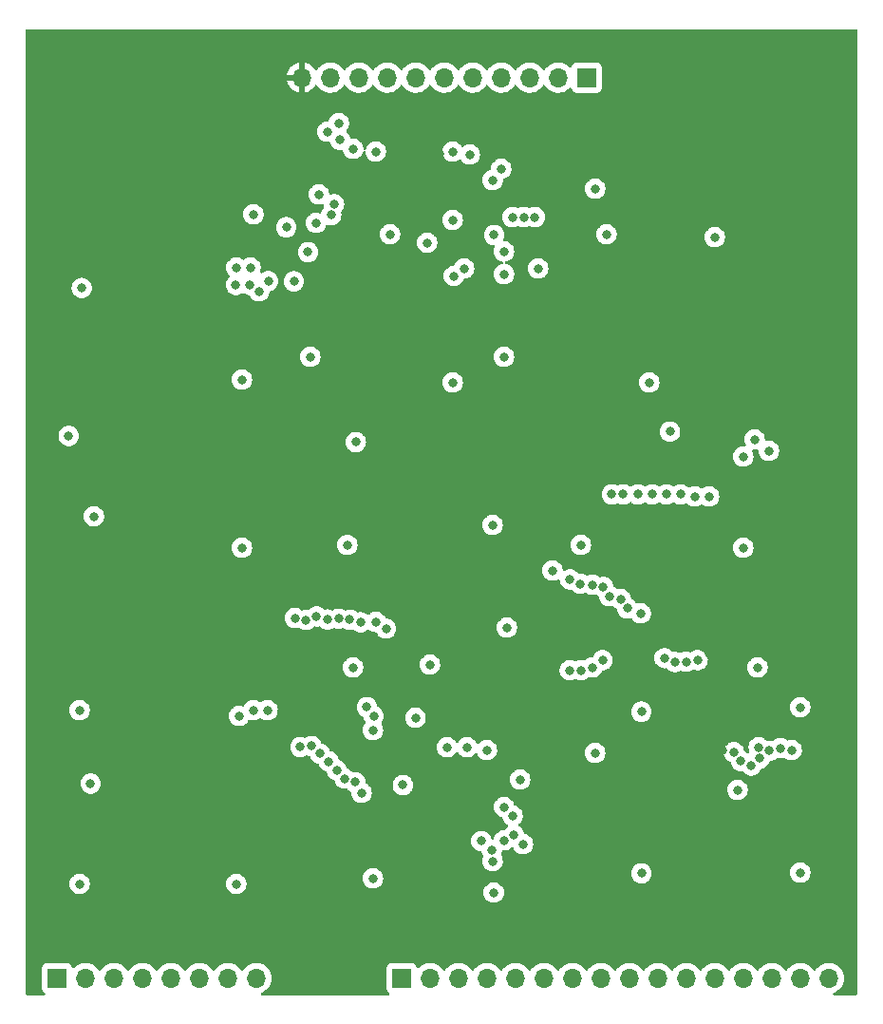
<source format=gbr>
%TF.GenerationSoftware,KiCad,Pcbnew,(6.0.0-0)*%
%TF.CreationDate,2022-02-14T21:13:18-05:00*%
%TF.ProjectId,Minified-Gpr,4d696e69-6669-4656-942d-4770722e6b69,rev?*%
%TF.SameCoordinates,Original*%
%TF.FileFunction,Copper,L3,Inr*%
%TF.FilePolarity,Positive*%
%FSLAX46Y46*%
G04 Gerber Fmt 4.6, Leading zero omitted, Abs format (unit mm)*
G04 Created by KiCad (PCBNEW (6.0.0-0)) date 2022-02-14 21:13:18*
%MOMM*%
%LPD*%
G01*
G04 APERTURE LIST*
%TA.AperFunction,ComponentPad*%
%ADD10R,1.700000X1.700000*%
%TD*%
%TA.AperFunction,ComponentPad*%
%ADD11O,1.700000X1.700000*%
%TD*%
%TA.AperFunction,ViaPad*%
%ADD12C,0.800000*%
%TD*%
G04 APERTURE END LIST*
D10*
%TO.N,BUS0*%
%TO.C,J1*%
X73929000Y-147574000D03*
D11*
%TO.N,BUS1*%
X76469000Y-147574000D03*
%TO.N,BUS2*%
X79009000Y-147574000D03*
%TO.N,BUS3*%
X81549000Y-147574000D03*
%TO.N,BUS4*%
X84089000Y-147574000D03*
%TO.N,BUS5*%
X86629000Y-147574000D03*
%TO.N,BUS6*%
X89169000Y-147574000D03*
%TO.N,BUS7*%
X91709000Y-147574000D03*
%TD*%
D10*
%TO.N,ADDR0*%
%TO.C,J2*%
X104648000Y-147574000D03*
D11*
%TO.N,ADDR1*%
X107188000Y-147574000D03*
%TO.N,ADDR2*%
X109728000Y-147574000D03*
%TO.N,ADDR3*%
X112268000Y-147574000D03*
%TO.N,ADDR4*%
X114808000Y-147574000D03*
%TO.N,ADDR5*%
X117348000Y-147574000D03*
%TO.N,ADDR6*%
X119888000Y-147574000D03*
%TO.N,ADDR7*%
X122428000Y-147574000D03*
%TO.N,ADDR8*%
X124968000Y-147574000D03*
%TO.N,ADDR9*%
X127508000Y-147574000D03*
%TO.N,ADDR10*%
X130048000Y-147574000D03*
%TO.N,ADDR11*%
X132588000Y-147574000D03*
%TO.N,ADDR12*%
X135128000Y-147574000D03*
%TO.N,ADDR13*%
X137668000Y-147574000D03*
%TO.N,ADDR14*%
X140208000Y-147574000D03*
%TO.N,ADDR15*%
X142748000Y-147574000D03*
%TD*%
D10*
%TO.N,CONTROL0*%
%TO.C,J3*%
X121158000Y-67310000D03*
D11*
%TO.N,CONTROL1*%
X118618000Y-67310000D03*
%TO.N,CONTROL2*%
X116078000Y-67310000D03*
%TO.N,CONTROL3*%
X113538000Y-67310000D03*
%TO.N,CONTROL4*%
X110998000Y-67310000D03*
%TO.N,CONTROL5*%
X108458000Y-67310000D03*
%TO.N,CONTROL6*%
X105918000Y-67310000D03*
%TO.N,~{CONTROL7}*%
X103378000Y-67310000D03*
%TO.N,CLOCK*%
X100838000Y-67310000D03*
%TO.N,GND*%
X98298000Y-67310000D03*
%TO.N,VCC*%
X95758000Y-67310000D03*
%TD*%
D12*
%TO.N,BUS0*%
X119666213Y-112039479D03*
X95641201Y-126982582D03*
X119650497Y-120142000D03*
X95147280Y-115494036D03*
X131050683Y-119234305D03*
%TO.N,BUS1*%
X120585344Y-112438989D03*
X96637733Y-126905582D03*
X120650000Y-120142000D03*
X130048177Y-119376080D03*
X96133282Y-115657757D03*
%TO.N,BUS2*%
X97080785Y-115339572D03*
X97390096Y-127573914D03*
X121653667Y-112519655D03*
X121666000Y-119888000D03*
X129049106Y-119405430D03*
%TO.N,BUS3*%
X98039516Y-115622133D03*
X98169000Y-128279842D03*
X122635576Y-112706364D03*
X122578918Y-119236348D03*
X128112877Y-119055459D03*
%TO.N,BUS4*%
X98868500Y-129032243D03*
X123190000Y-113538000D03*
X99035604Y-115539589D03*
%TO.N,BUS5*%
X100029694Y-115643470D03*
X124206000Y-113792000D03*
X99581339Y-129787561D03*
%TO.N,BUS6*%
X101005186Y-115861233D03*
X124779481Y-114616500D03*
X100522893Y-130122942D03*
%TO.N,BUS7*%
X102362000Y-115824000D03*
X100330000Y-119888000D03*
X101092000Y-131064000D03*
X125984000Y-115062000D03*
%TO.N,ADDR8*%
X112779503Y-137151827D03*
%TO.N,ADDR9*%
X112683664Y-136156930D03*
%TO.N,ADDR10*%
X111770900Y-135356520D03*
%TO.N,ADDR11*%
X113796124Y-135290901D03*
%TO.N,ADDR12*%
X114676141Y-134817007D03*
%TO.N,ADDR13*%
X115486989Y-135636000D03*
%TO.N,ADDR14*%
X114554000Y-133096000D03*
%TO.N,ADDR15*%
X113792000Y-132334000D03*
%TO.N,CLOCK*%
X99157000Y-72860500D03*
X91440000Y-79502000D03*
%TO.N,GND*%
X74970000Y-99250000D03*
X100580000Y-99810000D03*
X103270000Y-116430000D03*
X99821380Y-108977543D03*
X90424000Y-109220000D03*
X89916000Y-139192000D03*
X76140000Y-86060000D03*
X75946000Y-123698000D03*
X140208000Y-123444000D03*
X132588000Y-81534000D03*
X112912348Y-81338826D03*
X109220000Y-94488000D03*
X75946000Y-139192000D03*
X94377983Y-80654773D03*
X112872945Y-139954000D03*
X112268000Y-127254000D03*
X90424000Y-94234000D03*
X122936000Y-81280000D03*
X90170000Y-124206000D03*
X120650000Y-108966000D03*
X101568359Y-123428980D03*
X102108000Y-138684000D03*
X112776000Y-107188000D03*
X113792000Y-82804000D03*
X126046500Y-123832625D03*
X104770000Y-130370000D03*
X135128000Y-109220000D03*
X126046500Y-138241481D03*
X128590000Y-98860000D03*
X103632000Y-81280000D03*
X140208000Y-138176000D03*
X76930000Y-130240000D03*
X126746000Y-94488000D03*
%TO.N,Net-(U2-Pad13)*%
X97028000Y-80264000D03*
X96309463Y-82877700D03*
%TO.N,VCC*%
X118140604Y-117317397D03*
X118110000Y-132842000D03*
X116706031Y-73914000D03*
X133350000Y-131064000D03*
X124206000Y-83312000D03*
X106680000Y-139954000D03*
X93980000Y-123698000D03*
X132122154Y-118660154D03*
X123190000Y-100584000D03*
X119126000Y-139954000D03*
X112268000Y-86360000D03*
X105929543Y-123093056D03*
X93980000Y-137668000D03*
X119283054Y-121884752D03*
X108012000Y-74106000D03*
X77470000Y-85852000D03*
X93980000Y-117856000D03*
X96520000Y-90424000D03*
X77216000Y-100584000D03*
X77724000Y-115570000D03*
X97536000Y-74168000D03*
X103370000Y-119760000D03*
X93980000Y-132842000D03*
X103240000Y-134770000D03*
X127254000Y-78232000D03*
X88646000Y-73914000D03*
X133300713Y-127252889D03*
X101610000Y-100510000D03*
X78740000Y-130302000D03*
%TO.N,/~{F_OUT}*%
X113792000Y-92202000D03*
X96520000Y-92202000D03*
X121920000Y-77216000D03*
%TO.N,/~{S3_OUT}*%
X134620000Y-130810000D03*
X135128000Y-101092000D03*
X115228400Y-129881599D03*
%TO.N,/~{S1S2_OUT}*%
X107188000Y-119634000D03*
X105904076Y-124375517D03*
%TO.N,/~{S2_OUT}*%
X95052825Y-85475233D03*
X92710000Y-123698000D03*
%TO.N,/~{D_OUT}*%
X77216000Y-106426000D03*
X92770048Y-85454840D03*
%TO.N,/S1D7*%
X108712000Y-127000000D03*
X102173288Y-124224632D03*
%TO.N,/S1D6*%
X110490000Y-127000000D03*
X102108000Y-125476000D03*
%TO.N,CONTROL3*%
X116553006Y-79756000D03*
%TO.N,CONTROL4*%
X115553503Y-79756000D03*
%TO.N,CONTROL5*%
X114554000Y-79756000D03*
%TO.N,CONTROL6*%
X116840000Y-84328000D03*
%TO.N,Net-(U2-Pad11)*%
X98044000Y-72136000D03*
X109220000Y-73914000D03*
%TO.N,Net-(U2-Pad10)*%
X98626662Y-78590899D03*
X106934000Y-82042000D03*
%TO.N,/~{S3_LSB_OUT}*%
X136144000Y-99568000D03*
X118110000Y-111252000D03*
%TO.N,/~{S3_MSB_OUT}*%
X136398000Y-119888000D03*
X137414000Y-100584000D03*
%TO.N,/LDF*%
X109312000Y-84998000D03*
X113792000Y-84836000D03*
%TO.N,Net-(U2-Pad9)*%
X110236000Y-84328000D03*
X97282000Y-77724000D03*
%TO.N,Net-(U2-Pad12)*%
X99060000Y-71374000D03*
X110744000Y-74168000D03*
%TO.N,/LDC*%
X89916000Y-84250500D03*
X89883707Y-85789500D03*
%TO.N,/LDD*%
X91104553Y-85789500D03*
X91186000Y-84250500D03*
%TO.N,/LDS1*%
X112776000Y-76454000D03*
X91948000Y-86360000D03*
%TO.N,/LDS2*%
X91440000Y-123698000D03*
X113538000Y-75438000D03*
%TO.N,Net-(U20-Pad1)*%
X98380067Y-79559504D03*
X109220000Y-80010000D03*
%TO.N,Net-(U20-Pad12)*%
X102362000Y-73914000D03*
X100330000Y-73660000D03*
%TO.N,/S3L7*%
X121920000Y-127508000D03*
X114046000Y-116332000D03*
%TO.N,/S3H7*%
X139446000Y-127254000D03*
X132080000Y-104648000D03*
%TO.N,/S3H6*%
X138431099Y-127087702D03*
X130810000Y-104648000D03*
%TO.N,/S3H5*%
X137456172Y-127307978D03*
X129540000Y-104456500D03*
%TO.N,/S3H4*%
X136504098Y-126992617D03*
X128270000Y-104456500D03*
%TO.N,/S3H3*%
X136596437Y-127987845D03*
X127000000Y-104456500D03*
%TO.N,/S3H2*%
X135839777Y-128640892D03*
X125730000Y-104456500D03*
%TO.N,/S3H1*%
X124408640Y-104456500D03*
X134923571Y-128241429D03*
%TO.N,/S3H0*%
X123409137Y-104456500D03*
X134283481Y-127435023D03*
%TD*%
%TA.AperFunction,Conductor*%
%TO.N,VCC*%
G36*
X145230121Y-63012002D02*
G01*
X145276614Y-63065658D01*
X145288000Y-63118000D01*
X145288000Y-148972000D01*
X145267998Y-149040121D01*
X145214342Y-149086614D01*
X145162000Y-149098000D01*
X143254460Y-149098000D01*
X143186339Y-149077998D01*
X143139846Y-149024342D01*
X143129742Y-148954068D01*
X143159236Y-148889488D01*
X143218253Y-148851314D01*
X143240425Y-148844662D01*
X143240427Y-148844661D01*
X143245384Y-148843174D01*
X143445994Y-148744896D01*
X143627860Y-148615173D01*
X143786096Y-148457489D01*
X143916453Y-148276077D01*
X143937320Y-148233857D01*
X144013136Y-148080453D01*
X144013137Y-148080451D01*
X144015430Y-148075811D01*
X144080370Y-147862069D01*
X144109529Y-147640590D01*
X144111156Y-147574000D01*
X144092852Y-147351361D01*
X144038431Y-147134702D01*
X143949354Y-146929840D01*
X143828014Y-146742277D01*
X143677670Y-146577051D01*
X143673619Y-146573852D01*
X143673615Y-146573848D01*
X143506414Y-146441800D01*
X143506410Y-146441798D01*
X143502359Y-146438598D01*
X143306789Y-146330638D01*
X143301920Y-146328914D01*
X143301916Y-146328912D01*
X143101087Y-146257795D01*
X143101083Y-146257794D01*
X143096212Y-146256069D01*
X143091119Y-146255162D01*
X143091116Y-146255161D01*
X142881373Y-146217800D01*
X142881367Y-146217799D01*
X142876284Y-146216894D01*
X142802452Y-146215992D01*
X142658081Y-146214228D01*
X142658079Y-146214228D01*
X142652911Y-146214165D01*
X142432091Y-146247955D01*
X142219756Y-146317357D01*
X142021607Y-146420507D01*
X142017474Y-146423610D01*
X142017471Y-146423612D01*
X141847100Y-146551530D01*
X141842965Y-146554635D01*
X141839393Y-146558373D01*
X141731729Y-146671037D01*
X141688629Y-146716138D01*
X141581201Y-146873621D01*
X141526293Y-146918621D01*
X141455768Y-146926792D01*
X141392021Y-146895538D01*
X141371324Y-146871054D01*
X141290822Y-146746617D01*
X141290820Y-146746614D01*
X141288014Y-146742277D01*
X141137670Y-146577051D01*
X141133619Y-146573852D01*
X141133615Y-146573848D01*
X140966414Y-146441800D01*
X140966410Y-146441798D01*
X140962359Y-146438598D01*
X140766789Y-146330638D01*
X140761920Y-146328914D01*
X140761916Y-146328912D01*
X140561087Y-146257795D01*
X140561083Y-146257794D01*
X140556212Y-146256069D01*
X140551119Y-146255162D01*
X140551116Y-146255161D01*
X140341373Y-146217800D01*
X140341367Y-146217799D01*
X140336284Y-146216894D01*
X140262452Y-146215992D01*
X140118081Y-146214228D01*
X140118079Y-146214228D01*
X140112911Y-146214165D01*
X139892091Y-146247955D01*
X139679756Y-146317357D01*
X139481607Y-146420507D01*
X139477474Y-146423610D01*
X139477471Y-146423612D01*
X139307100Y-146551530D01*
X139302965Y-146554635D01*
X139299393Y-146558373D01*
X139191729Y-146671037D01*
X139148629Y-146716138D01*
X139041201Y-146873621D01*
X138986293Y-146918621D01*
X138915768Y-146926792D01*
X138852021Y-146895538D01*
X138831324Y-146871054D01*
X138750822Y-146746617D01*
X138750820Y-146746614D01*
X138748014Y-146742277D01*
X138597670Y-146577051D01*
X138593619Y-146573852D01*
X138593615Y-146573848D01*
X138426414Y-146441800D01*
X138426410Y-146441798D01*
X138422359Y-146438598D01*
X138226789Y-146330638D01*
X138221920Y-146328914D01*
X138221916Y-146328912D01*
X138021087Y-146257795D01*
X138021083Y-146257794D01*
X138016212Y-146256069D01*
X138011119Y-146255162D01*
X138011116Y-146255161D01*
X137801373Y-146217800D01*
X137801367Y-146217799D01*
X137796284Y-146216894D01*
X137722452Y-146215992D01*
X137578081Y-146214228D01*
X137578079Y-146214228D01*
X137572911Y-146214165D01*
X137352091Y-146247955D01*
X137139756Y-146317357D01*
X136941607Y-146420507D01*
X136937474Y-146423610D01*
X136937471Y-146423612D01*
X136767100Y-146551530D01*
X136762965Y-146554635D01*
X136759393Y-146558373D01*
X136651729Y-146671037D01*
X136608629Y-146716138D01*
X136501201Y-146873621D01*
X136446293Y-146918621D01*
X136375768Y-146926792D01*
X136312021Y-146895538D01*
X136291324Y-146871054D01*
X136210822Y-146746617D01*
X136210820Y-146746614D01*
X136208014Y-146742277D01*
X136057670Y-146577051D01*
X136053619Y-146573852D01*
X136053615Y-146573848D01*
X135886414Y-146441800D01*
X135886410Y-146441798D01*
X135882359Y-146438598D01*
X135686789Y-146330638D01*
X135681920Y-146328914D01*
X135681916Y-146328912D01*
X135481087Y-146257795D01*
X135481083Y-146257794D01*
X135476212Y-146256069D01*
X135471119Y-146255162D01*
X135471116Y-146255161D01*
X135261373Y-146217800D01*
X135261367Y-146217799D01*
X135256284Y-146216894D01*
X135182452Y-146215992D01*
X135038081Y-146214228D01*
X135038079Y-146214228D01*
X135032911Y-146214165D01*
X134812091Y-146247955D01*
X134599756Y-146317357D01*
X134401607Y-146420507D01*
X134397474Y-146423610D01*
X134397471Y-146423612D01*
X134227100Y-146551530D01*
X134222965Y-146554635D01*
X134219393Y-146558373D01*
X134111729Y-146671037D01*
X134068629Y-146716138D01*
X133961201Y-146873621D01*
X133906293Y-146918621D01*
X133835768Y-146926792D01*
X133772021Y-146895538D01*
X133751324Y-146871054D01*
X133670822Y-146746617D01*
X133670820Y-146746614D01*
X133668014Y-146742277D01*
X133517670Y-146577051D01*
X133513619Y-146573852D01*
X133513615Y-146573848D01*
X133346414Y-146441800D01*
X133346410Y-146441798D01*
X133342359Y-146438598D01*
X133146789Y-146330638D01*
X133141920Y-146328914D01*
X133141916Y-146328912D01*
X132941087Y-146257795D01*
X132941083Y-146257794D01*
X132936212Y-146256069D01*
X132931119Y-146255162D01*
X132931116Y-146255161D01*
X132721373Y-146217800D01*
X132721367Y-146217799D01*
X132716284Y-146216894D01*
X132642452Y-146215992D01*
X132498081Y-146214228D01*
X132498079Y-146214228D01*
X132492911Y-146214165D01*
X132272091Y-146247955D01*
X132059756Y-146317357D01*
X131861607Y-146420507D01*
X131857474Y-146423610D01*
X131857471Y-146423612D01*
X131687100Y-146551530D01*
X131682965Y-146554635D01*
X131679393Y-146558373D01*
X131571729Y-146671037D01*
X131528629Y-146716138D01*
X131421201Y-146873621D01*
X131366293Y-146918621D01*
X131295768Y-146926792D01*
X131232021Y-146895538D01*
X131211324Y-146871054D01*
X131130822Y-146746617D01*
X131130820Y-146746614D01*
X131128014Y-146742277D01*
X130977670Y-146577051D01*
X130973619Y-146573852D01*
X130973615Y-146573848D01*
X130806414Y-146441800D01*
X130806410Y-146441798D01*
X130802359Y-146438598D01*
X130606789Y-146330638D01*
X130601920Y-146328914D01*
X130601916Y-146328912D01*
X130401087Y-146257795D01*
X130401083Y-146257794D01*
X130396212Y-146256069D01*
X130391119Y-146255162D01*
X130391116Y-146255161D01*
X130181373Y-146217800D01*
X130181367Y-146217799D01*
X130176284Y-146216894D01*
X130102452Y-146215992D01*
X129958081Y-146214228D01*
X129958079Y-146214228D01*
X129952911Y-146214165D01*
X129732091Y-146247955D01*
X129519756Y-146317357D01*
X129321607Y-146420507D01*
X129317474Y-146423610D01*
X129317471Y-146423612D01*
X129147100Y-146551530D01*
X129142965Y-146554635D01*
X129139393Y-146558373D01*
X129031729Y-146671037D01*
X128988629Y-146716138D01*
X128881201Y-146873621D01*
X128826293Y-146918621D01*
X128755768Y-146926792D01*
X128692021Y-146895538D01*
X128671324Y-146871054D01*
X128590822Y-146746617D01*
X128590820Y-146746614D01*
X128588014Y-146742277D01*
X128437670Y-146577051D01*
X128433619Y-146573852D01*
X128433615Y-146573848D01*
X128266414Y-146441800D01*
X128266410Y-146441798D01*
X128262359Y-146438598D01*
X128066789Y-146330638D01*
X128061920Y-146328914D01*
X128061916Y-146328912D01*
X127861087Y-146257795D01*
X127861083Y-146257794D01*
X127856212Y-146256069D01*
X127851119Y-146255162D01*
X127851116Y-146255161D01*
X127641373Y-146217800D01*
X127641367Y-146217799D01*
X127636284Y-146216894D01*
X127562452Y-146215992D01*
X127418081Y-146214228D01*
X127418079Y-146214228D01*
X127412911Y-146214165D01*
X127192091Y-146247955D01*
X126979756Y-146317357D01*
X126781607Y-146420507D01*
X126777474Y-146423610D01*
X126777471Y-146423612D01*
X126607100Y-146551530D01*
X126602965Y-146554635D01*
X126599393Y-146558373D01*
X126491729Y-146671037D01*
X126448629Y-146716138D01*
X126341201Y-146873621D01*
X126286293Y-146918621D01*
X126215768Y-146926792D01*
X126152021Y-146895538D01*
X126131324Y-146871054D01*
X126050822Y-146746617D01*
X126050820Y-146746614D01*
X126048014Y-146742277D01*
X125897670Y-146577051D01*
X125893619Y-146573852D01*
X125893615Y-146573848D01*
X125726414Y-146441800D01*
X125726410Y-146441798D01*
X125722359Y-146438598D01*
X125526789Y-146330638D01*
X125521920Y-146328914D01*
X125521916Y-146328912D01*
X125321087Y-146257795D01*
X125321083Y-146257794D01*
X125316212Y-146256069D01*
X125311119Y-146255162D01*
X125311116Y-146255161D01*
X125101373Y-146217800D01*
X125101367Y-146217799D01*
X125096284Y-146216894D01*
X125022452Y-146215992D01*
X124878081Y-146214228D01*
X124878079Y-146214228D01*
X124872911Y-146214165D01*
X124652091Y-146247955D01*
X124439756Y-146317357D01*
X124241607Y-146420507D01*
X124237474Y-146423610D01*
X124237471Y-146423612D01*
X124067100Y-146551530D01*
X124062965Y-146554635D01*
X124059393Y-146558373D01*
X123951729Y-146671037D01*
X123908629Y-146716138D01*
X123801201Y-146873621D01*
X123746293Y-146918621D01*
X123675768Y-146926792D01*
X123612021Y-146895538D01*
X123591324Y-146871054D01*
X123510822Y-146746617D01*
X123510820Y-146746614D01*
X123508014Y-146742277D01*
X123357670Y-146577051D01*
X123353619Y-146573852D01*
X123353615Y-146573848D01*
X123186414Y-146441800D01*
X123186410Y-146441798D01*
X123182359Y-146438598D01*
X122986789Y-146330638D01*
X122981920Y-146328914D01*
X122981916Y-146328912D01*
X122781087Y-146257795D01*
X122781083Y-146257794D01*
X122776212Y-146256069D01*
X122771119Y-146255162D01*
X122771116Y-146255161D01*
X122561373Y-146217800D01*
X122561367Y-146217799D01*
X122556284Y-146216894D01*
X122482452Y-146215992D01*
X122338081Y-146214228D01*
X122338079Y-146214228D01*
X122332911Y-146214165D01*
X122112091Y-146247955D01*
X121899756Y-146317357D01*
X121701607Y-146420507D01*
X121697474Y-146423610D01*
X121697471Y-146423612D01*
X121527100Y-146551530D01*
X121522965Y-146554635D01*
X121519393Y-146558373D01*
X121411729Y-146671037D01*
X121368629Y-146716138D01*
X121261201Y-146873621D01*
X121206293Y-146918621D01*
X121135768Y-146926792D01*
X121072021Y-146895538D01*
X121051324Y-146871054D01*
X120970822Y-146746617D01*
X120970820Y-146746614D01*
X120968014Y-146742277D01*
X120817670Y-146577051D01*
X120813619Y-146573852D01*
X120813615Y-146573848D01*
X120646414Y-146441800D01*
X120646410Y-146441798D01*
X120642359Y-146438598D01*
X120446789Y-146330638D01*
X120441920Y-146328914D01*
X120441916Y-146328912D01*
X120241087Y-146257795D01*
X120241083Y-146257794D01*
X120236212Y-146256069D01*
X120231119Y-146255162D01*
X120231116Y-146255161D01*
X120021373Y-146217800D01*
X120021367Y-146217799D01*
X120016284Y-146216894D01*
X119942452Y-146215992D01*
X119798081Y-146214228D01*
X119798079Y-146214228D01*
X119792911Y-146214165D01*
X119572091Y-146247955D01*
X119359756Y-146317357D01*
X119161607Y-146420507D01*
X119157474Y-146423610D01*
X119157471Y-146423612D01*
X118987100Y-146551530D01*
X118982965Y-146554635D01*
X118979393Y-146558373D01*
X118871729Y-146671037D01*
X118828629Y-146716138D01*
X118721201Y-146873621D01*
X118666293Y-146918621D01*
X118595768Y-146926792D01*
X118532021Y-146895538D01*
X118511324Y-146871054D01*
X118430822Y-146746617D01*
X118430820Y-146746614D01*
X118428014Y-146742277D01*
X118277670Y-146577051D01*
X118273619Y-146573852D01*
X118273615Y-146573848D01*
X118106414Y-146441800D01*
X118106410Y-146441798D01*
X118102359Y-146438598D01*
X117906789Y-146330638D01*
X117901920Y-146328914D01*
X117901916Y-146328912D01*
X117701087Y-146257795D01*
X117701083Y-146257794D01*
X117696212Y-146256069D01*
X117691119Y-146255162D01*
X117691116Y-146255161D01*
X117481373Y-146217800D01*
X117481367Y-146217799D01*
X117476284Y-146216894D01*
X117402452Y-146215992D01*
X117258081Y-146214228D01*
X117258079Y-146214228D01*
X117252911Y-146214165D01*
X117032091Y-146247955D01*
X116819756Y-146317357D01*
X116621607Y-146420507D01*
X116617474Y-146423610D01*
X116617471Y-146423612D01*
X116447100Y-146551530D01*
X116442965Y-146554635D01*
X116439393Y-146558373D01*
X116331729Y-146671037D01*
X116288629Y-146716138D01*
X116181201Y-146873621D01*
X116126293Y-146918621D01*
X116055768Y-146926792D01*
X115992021Y-146895538D01*
X115971324Y-146871054D01*
X115890822Y-146746617D01*
X115890820Y-146746614D01*
X115888014Y-146742277D01*
X115737670Y-146577051D01*
X115733619Y-146573852D01*
X115733615Y-146573848D01*
X115566414Y-146441800D01*
X115566410Y-146441798D01*
X115562359Y-146438598D01*
X115366789Y-146330638D01*
X115361920Y-146328914D01*
X115361916Y-146328912D01*
X115161087Y-146257795D01*
X115161083Y-146257794D01*
X115156212Y-146256069D01*
X115151119Y-146255162D01*
X115151116Y-146255161D01*
X114941373Y-146217800D01*
X114941367Y-146217799D01*
X114936284Y-146216894D01*
X114862452Y-146215992D01*
X114718081Y-146214228D01*
X114718079Y-146214228D01*
X114712911Y-146214165D01*
X114492091Y-146247955D01*
X114279756Y-146317357D01*
X114081607Y-146420507D01*
X114077474Y-146423610D01*
X114077471Y-146423612D01*
X113907100Y-146551530D01*
X113902965Y-146554635D01*
X113899393Y-146558373D01*
X113791729Y-146671037D01*
X113748629Y-146716138D01*
X113641201Y-146873621D01*
X113586293Y-146918621D01*
X113515768Y-146926792D01*
X113452021Y-146895538D01*
X113431324Y-146871054D01*
X113350822Y-146746617D01*
X113350820Y-146746614D01*
X113348014Y-146742277D01*
X113197670Y-146577051D01*
X113193619Y-146573852D01*
X113193615Y-146573848D01*
X113026414Y-146441800D01*
X113026410Y-146441798D01*
X113022359Y-146438598D01*
X112826789Y-146330638D01*
X112821920Y-146328914D01*
X112821916Y-146328912D01*
X112621087Y-146257795D01*
X112621083Y-146257794D01*
X112616212Y-146256069D01*
X112611119Y-146255162D01*
X112611116Y-146255161D01*
X112401373Y-146217800D01*
X112401367Y-146217799D01*
X112396284Y-146216894D01*
X112322452Y-146215992D01*
X112178081Y-146214228D01*
X112178079Y-146214228D01*
X112172911Y-146214165D01*
X111952091Y-146247955D01*
X111739756Y-146317357D01*
X111541607Y-146420507D01*
X111537474Y-146423610D01*
X111537471Y-146423612D01*
X111367100Y-146551530D01*
X111362965Y-146554635D01*
X111359393Y-146558373D01*
X111251729Y-146671037D01*
X111208629Y-146716138D01*
X111101201Y-146873621D01*
X111046293Y-146918621D01*
X110975768Y-146926792D01*
X110912021Y-146895538D01*
X110891324Y-146871054D01*
X110810822Y-146746617D01*
X110810820Y-146746614D01*
X110808014Y-146742277D01*
X110657670Y-146577051D01*
X110653619Y-146573852D01*
X110653615Y-146573848D01*
X110486414Y-146441800D01*
X110486410Y-146441798D01*
X110482359Y-146438598D01*
X110286789Y-146330638D01*
X110281920Y-146328914D01*
X110281916Y-146328912D01*
X110081087Y-146257795D01*
X110081083Y-146257794D01*
X110076212Y-146256069D01*
X110071119Y-146255162D01*
X110071116Y-146255161D01*
X109861373Y-146217800D01*
X109861367Y-146217799D01*
X109856284Y-146216894D01*
X109782452Y-146215992D01*
X109638081Y-146214228D01*
X109638079Y-146214228D01*
X109632911Y-146214165D01*
X109412091Y-146247955D01*
X109199756Y-146317357D01*
X109001607Y-146420507D01*
X108997474Y-146423610D01*
X108997471Y-146423612D01*
X108827100Y-146551530D01*
X108822965Y-146554635D01*
X108819393Y-146558373D01*
X108711729Y-146671037D01*
X108668629Y-146716138D01*
X108561201Y-146873621D01*
X108506293Y-146918621D01*
X108435768Y-146926792D01*
X108372021Y-146895538D01*
X108351324Y-146871054D01*
X108270822Y-146746617D01*
X108270820Y-146746614D01*
X108268014Y-146742277D01*
X108117670Y-146577051D01*
X108113619Y-146573852D01*
X108113615Y-146573848D01*
X107946414Y-146441800D01*
X107946410Y-146441798D01*
X107942359Y-146438598D01*
X107746789Y-146330638D01*
X107741920Y-146328914D01*
X107741916Y-146328912D01*
X107541087Y-146257795D01*
X107541083Y-146257794D01*
X107536212Y-146256069D01*
X107531119Y-146255162D01*
X107531116Y-146255161D01*
X107321373Y-146217800D01*
X107321367Y-146217799D01*
X107316284Y-146216894D01*
X107242452Y-146215992D01*
X107098081Y-146214228D01*
X107098079Y-146214228D01*
X107092911Y-146214165D01*
X106872091Y-146247955D01*
X106659756Y-146317357D01*
X106461607Y-146420507D01*
X106457474Y-146423610D01*
X106457471Y-146423612D01*
X106287100Y-146551530D01*
X106282965Y-146554635D01*
X106226537Y-146613684D01*
X106202283Y-146639064D01*
X106140759Y-146674494D01*
X106069846Y-146671037D01*
X106012060Y-146629791D01*
X105993207Y-146596243D01*
X105951767Y-146485703D01*
X105948615Y-146477295D01*
X105861261Y-146360739D01*
X105744705Y-146273385D01*
X105608316Y-146222255D01*
X105546134Y-146215500D01*
X103749866Y-146215500D01*
X103687684Y-146222255D01*
X103551295Y-146273385D01*
X103434739Y-146360739D01*
X103347385Y-146477295D01*
X103296255Y-146613684D01*
X103289500Y-146675866D01*
X103289500Y-148472134D01*
X103296255Y-148534316D01*
X103347385Y-148670705D01*
X103434739Y-148787261D01*
X103524176Y-148854290D01*
X103546704Y-148871174D01*
X103589219Y-148928033D01*
X103594245Y-148998852D01*
X103560185Y-149061145D01*
X103497854Y-149095135D01*
X103471139Y-149098000D01*
X92215460Y-149098000D01*
X92147339Y-149077998D01*
X92100846Y-149024342D01*
X92090742Y-148954068D01*
X92120236Y-148889488D01*
X92179253Y-148851314D01*
X92201425Y-148844662D01*
X92201427Y-148844661D01*
X92206384Y-148843174D01*
X92406994Y-148744896D01*
X92588860Y-148615173D01*
X92747096Y-148457489D01*
X92877453Y-148276077D01*
X92898320Y-148233857D01*
X92974136Y-148080453D01*
X92974137Y-148080451D01*
X92976430Y-148075811D01*
X93041370Y-147862069D01*
X93070529Y-147640590D01*
X93072156Y-147574000D01*
X93053852Y-147351361D01*
X92999431Y-147134702D01*
X92910354Y-146929840D01*
X92789014Y-146742277D01*
X92638670Y-146577051D01*
X92634619Y-146573852D01*
X92634615Y-146573848D01*
X92467414Y-146441800D01*
X92467410Y-146441798D01*
X92463359Y-146438598D01*
X92267789Y-146330638D01*
X92262920Y-146328914D01*
X92262916Y-146328912D01*
X92062087Y-146257795D01*
X92062083Y-146257794D01*
X92057212Y-146256069D01*
X92052119Y-146255162D01*
X92052116Y-146255161D01*
X91842373Y-146217800D01*
X91842367Y-146217799D01*
X91837284Y-146216894D01*
X91763452Y-146215992D01*
X91619081Y-146214228D01*
X91619079Y-146214228D01*
X91613911Y-146214165D01*
X91393091Y-146247955D01*
X91180756Y-146317357D01*
X90982607Y-146420507D01*
X90978474Y-146423610D01*
X90978471Y-146423612D01*
X90808100Y-146551530D01*
X90803965Y-146554635D01*
X90800393Y-146558373D01*
X90692729Y-146671037D01*
X90649629Y-146716138D01*
X90542201Y-146873621D01*
X90487293Y-146918621D01*
X90416768Y-146926792D01*
X90353021Y-146895538D01*
X90332324Y-146871054D01*
X90251822Y-146746617D01*
X90251820Y-146746614D01*
X90249014Y-146742277D01*
X90098670Y-146577051D01*
X90094619Y-146573852D01*
X90094615Y-146573848D01*
X89927414Y-146441800D01*
X89927410Y-146441798D01*
X89923359Y-146438598D01*
X89727789Y-146330638D01*
X89722920Y-146328914D01*
X89722916Y-146328912D01*
X89522087Y-146257795D01*
X89522083Y-146257794D01*
X89517212Y-146256069D01*
X89512119Y-146255162D01*
X89512116Y-146255161D01*
X89302373Y-146217800D01*
X89302367Y-146217799D01*
X89297284Y-146216894D01*
X89223452Y-146215992D01*
X89079081Y-146214228D01*
X89079079Y-146214228D01*
X89073911Y-146214165D01*
X88853091Y-146247955D01*
X88640756Y-146317357D01*
X88442607Y-146420507D01*
X88438474Y-146423610D01*
X88438471Y-146423612D01*
X88268100Y-146551530D01*
X88263965Y-146554635D01*
X88260393Y-146558373D01*
X88152729Y-146671037D01*
X88109629Y-146716138D01*
X88002201Y-146873621D01*
X87947293Y-146918621D01*
X87876768Y-146926792D01*
X87813021Y-146895538D01*
X87792324Y-146871054D01*
X87711822Y-146746617D01*
X87711820Y-146746614D01*
X87709014Y-146742277D01*
X87558670Y-146577051D01*
X87554619Y-146573852D01*
X87554615Y-146573848D01*
X87387414Y-146441800D01*
X87387410Y-146441798D01*
X87383359Y-146438598D01*
X87187789Y-146330638D01*
X87182920Y-146328914D01*
X87182916Y-146328912D01*
X86982087Y-146257795D01*
X86982083Y-146257794D01*
X86977212Y-146256069D01*
X86972119Y-146255162D01*
X86972116Y-146255161D01*
X86762373Y-146217800D01*
X86762367Y-146217799D01*
X86757284Y-146216894D01*
X86683452Y-146215992D01*
X86539081Y-146214228D01*
X86539079Y-146214228D01*
X86533911Y-146214165D01*
X86313091Y-146247955D01*
X86100756Y-146317357D01*
X85902607Y-146420507D01*
X85898474Y-146423610D01*
X85898471Y-146423612D01*
X85728100Y-146551530D01*
X85723965Y-146554635D01*
X85720393Y-146558373D01*
X85612729Y-146671037D01*
X85569629Y-146716138D01*
X85462201Y-146873621D01*
X85407293Y-146918621D01*
X85336768Y-146926792D01*
X85273021Y-146895538D01*
X85252324Y-146871054D01*
X85171822Y-146746617D01*
X85171820Y-146746614D01*
X85169014Y-146742277D01*
X85018670Y-146577051D01*
X85014619Y-146573852D01*
X85014615Y-146573848D01*
X84847414Y-146441800D01*
X84847410Y-146441798D01*
X84843359Y-146438598D01*
X84647789Y-146330638D01*
X84642920Y-146328914D01*
X84642916Y-146328912D01*
X84442087Y-146257795D01*
X84442083Y-146257794D01*
X84437212Y-146256069D01*
X84432119Y-146255162D01*
X84432116Y-146255161D01*
X84222373Y-146217800D01*
X84222367Y-146217799D01*
X84217284Y-146216894D01*
X84143452Y-146215992D01*
X83999081Y-146214228D01*
X83999079Y-146214228D01*
X83993911Y-146214165D01*
X83773091Y-146247955D01*
X83560756Y-146317357D01*
X83362607Y-146420507D01*
X83358474Y-146423610D01*
X83358471Y-146423612D01*
X83188100Y-146551530D01*
X83183965Y-146554635D01*
X83180393Y-146558373D01*
X83072729Y-146671037D01*
X83029629Y-146716138D01*
X82922201Y-146873621D01*
X82867293Y-146918621D01*
X82796768Y-146926792D01*
X82733021Y-146895538D01*
X82712324Y-146871054D01*
X82631822Y-146746617D01*
X82631820Y-146746614D01*
X82629014Y-146742277D01*
X82478670Y-146577051D01*
X82474619Y-146573852D01*
X82474615Y-146573848D01*
X82307414Y-146441800D01*
X82307410Y-146441798D01*
X82303359Y-146438598D01*
X82107789Y-146330638D01*
X82102920Y-146328914D01*
X82102916Y-146328912D01*
X81902087Y-146257795D01*
X81902083Y-146257794D01*
X81897212Y-146256069D01*
X81892119Y-146255162D01*
X81892116Y-146255161D01*
X81682373Y-146217800D01*
X81682367Y-146217799D01*
X81677284Y-146216894D01*
X81603452Y-146215992D01*
X81459081Y-146214228D01*
X81459079Y-146214228D01*
X81453911Y-146214165D01*
X81233091Y-146247955D01*
X81020756Y-146317357D01*
X80822607Y-146420507D01*
X80818474Y-146423610D01*
X80818471Y-146423612D01*
X80648100Y-146551530D01*
X80643965Y-146554635D01*
X80640393Y-146558373D01*
X80532729Y-146671037D01*
X80489629Y-146716138D01*
X80382201Y-146873621D01*
X80327293Y-146918621D01*
X80256768Y-146926792D01*
X80193021Y-146895538D01*
X80172324Y-146871054D01*
X80091822Y-146746617D01*
X80091820Y-146746614D01*
X80089014Y-146742277D01*
X79938670Y-146577051D01*
X79934619Y-146573852D01*
X79934615Y-146573848D01*
X79767414Y-146441800D01*
X79767410Y-146441798D01*
X79763359Y-146438598D01*
X79567789Y-146330638D01*
X79562920Y-146328914D01*
X79562916Y-146328912D01*
X79362087Y-146257795D01*
X79362083Y-146257794D01*
X79357212Y-146256069D01*
X79352119Y-146255162D01*
X79352116Y-146255161D01*
X79142373Y-146217800D01*
X79142367Y-146217799D01*
X79137284Y-146216894D01*
X79063452Y-146215992D01*
X78919081Y-146214228D01*
X78919079Y-146214228D01*
X78913911Y-146214165D01*
X78693091Y-146247955D01*
X78480756Y-146317357D01*
X78282607Y-146420507D01*
X78278474Y-146423610D01*
X78278471Y-146423612D01*
X78108100Y-146551530D01*
X78103965Y-146554635D01*
X78100393Y-146558373D01*
X77992729Y-146671037D01*
X77949629Y-146716138D01*
X77842201Y-146873621D01*
X77787293Y-146918621D01*
X77716768Y-146926792D01*
X77653021Y-146895538D01*
X77632324Y-146871054D01*
X77551822Y-146746617D01*
X77551820Y-146746614D01*
X77549014Y-146742277D01*
X77398670Y-146577051D01*
X77394619Y-146573852D01*
X77394615Y-146573848D01*
X77227414Y-146441800D01*
X77227410Y-146441798D01*
X77223359Y-146438598D01*
X77027789Y-146330638D01*
X77022920Y-146328914D01*
X77022916Y-146328912D01*
X76822087Y-146257795D01*
X76822083Y-146257794D01*
X76817212Y-146256069D01*
X76812119Y-146255162D01*
X76812116Y-146255161D01*
X76602373Y-146217800D01*
X76602367Y-146217799D01*
X76597284Y-146216894D01*
X76523452Y-146215992D01*
X76379081Y-146214228D01*
X76379079Y-146214228D01*
X76373911Y-146214165D01*
X76153091Y-146247955D01*
X75940756Y-146317357D01*
X75742607Y-146420507D01*
X75738474Y-146423610D01*
X75738471Y-146423612D01*
X75568100Y-146551530D01*
X75563965Y-146554635D01*
X75507537Y-146613684D01*
X75483283Y-146639064D01*
X75421759Y-146674494D01*
X75350846Y-146671037D01*
X75293060Y-146629791D01*
X75274207Y-146596243D01*
X75232767Y-146485703D01*
X75229615Y-146477295D01*
X75142261Y-146360739D01*
X75025705Y-146273385D01*
X74889316Y-146222255D01*
X74827134Y-146215500D01*
X73030866Y-146215500D01*
X72968684Y-146222255D01*
X72832295Y-146273385D01*
X72715739Y-146360739D01*
X72628385Y-146477295D01*
X72577255Y-146613684D01*
X72570500Y-146675866D01*
X72570500Y-148472134D01*
X72577255Y-148534316D01*
X72628385Y-148670705D01*
X72715739Y-148787261D01*
X72805176Y-148854290D01*
X72827704Y-148871174D01*
X72870219Y-148928033D01*
X72875245Y-148998852D01*
X72841185Y-149061145D01*
X72778854Y-149095135D01*
X72752139Y-149098000D01*
X71246000Y-149098000D01*
X71177879Y-149077998D01*
X71131386Y-149024342D01*
X71120000Y-148972000D01*
X71120000Y-139192000D01*
X75032496Y-139192000D01*
X75033186Y-139198565D01*
X75050863Y-139366749D01*
X75052458Y-139381928D01*
X75111473Y-139563556D01*
X75206960Y-139728944D01*
X75211378Y-139733851D01*
X75211379Y-139733852D01*
X75238589Y-139764072D01*
X75334747Y-139870866D01*
X75433843Y-139942864D01*
X75458207Y-139960565D01*
X75489248Y-139983118D01*
X75495276Y-139985802D01*
X75495278Y-139985803D01*
X75657681Y-140058109D01*
X75663712Y-140060794D01*
X75757112Y-140080647D01*
X75844056Y-140099128D01*
X75844061Y-140099128D01*
X75850513Y-140100500D01*
X76041487Y-140100500D01*
X76047939Y-140099128D01*
X76047944Y-140099128D01*
X76134888Y-140080647D01*
X76228288Y-140060794D01*
X76234319Y-140058109D01*
X76396722Y-139985803D01*
X76396724Y-139985802D01*
X76402752Y-139983118D01*
X76433794Y-139960565D01*
X76458157Y-139942864D01*
X76557253Y-139870866D01*
X76653411Y-139764072D01*
X76680621Y-139733852D01*
X76680622Y-139733851D01*
X76685040Y-139728944D01*
X76780527Y-139563556D01*
X76839542Y-139381928D01*
X76841138Y-139366749D01*
X76858814Y-139198565D01*
X76859504Y-139192000D01*
X89002496Y-139192000D01*
X89003186Y-139198565D01*
X89020863Y-139366749D01*
X89022458Y-139381928D01*
X89081473Y-139563556D01*
X89176960Y-139728944D01*
X89181378Y-139733851D01*
X89181379Y-139733852D01*
X89208589Y-139764072D01*
X89304747Y-139870866D01*
X89403843Y-139942864D01*
X89428207Y-139960565D01*
X89459248Y-139983118D01*
X89465276Y-139985802D01*
X89465278Y-139985803D01*
X89627681Y-140058109D01*
X89633712Y-140060794D01*
X89727112Y-140080647D01*
X89814056Y-140099128D01*
X89814061Y-140099128D01*
X89820513Y-140100500D01*
X90011487Y-140100500D01*
X90017939Y-140099128D01*
X90017944Y-140099128D01*
X90104888Y-140080647D01*
X90198288Y-140060794D01*
X90204319Y-140058109D01*
X90366722Y-139985803D01*
X90366724Y-139985802D01*
X90372752Y-139983118D01*
X90403794Y-139960565D01*
X90412830Y-139954000D01*
X111959441Y-139954000D01*
X111960131Y-139960565D01*
X111974839Y-140100500D01*
X111979403Y-140143928D01*
X112038418Y-140325556D01*
X112133905Y-140490944D01*
X112261692Y-140632866D01*
X112416193Y-140745118D01*
X112422221Y-140747802D01*
X112422223Y-140747803D01*
X112584626Y-140820109D01*
X112590657Y-140822794D01*
X112684057Y-140842647D01*
X112771001Y-140861128D01*
X112771006Y-140861128D01*
X112777458Y-140862500D01*
X112968432Y-140862500D01*
X112974884Y-140861128D01*
X112974889Y-140861128D01*
X113061833Y-140842647D01*
X113155233Y-140822794D01*
X113161264Y-140820109D01*
X113323667Y-140747803D01*
X113323669Y-140747802D01*
X113329697Y-140745118D01*
X113484198Y-140632866D01*
X113611985Y-140490944D01*
X113707472Y-140325556D01*
X113766487Y-140143928D01*
X113771052Y-140100500D01*
X113785759Y-139960565D01*
X113786449Y-139954000D01*
X113785759Y-139947435D01*
X113767177Y-139770635D01*
X113767177Y-139770633D01*
X113766487Y-139764072D01*
X113707472Y-139582444D01*
X113611985Y-139417056D01*
X113586009Y-139388206D01*
X113488620Y-139280045D01*
X113488619Y-139280044D01*
X113484198Y-139275134D01*
X113369774Y-139192000D01*
X113335039Y-139166763D01*
X113335038Y-139166762D01*
X113329697Y-139162882D01*
X113323669Y-139160198D01*
X113323667Y-139160197D01*
X113161264Y-139087891D01*
X113161263Y-139087891D01*
X113155233Y-139085206D01*
X113042666Y-139061279D01*
X112974889Y-139046872D01*
X112974884Y-139046872D01*
X112968432Y-139045500D01*
X112777458Y-139045500D01*
X112771006Y-139046872D01*
X112771001Y-139046872D01*
X112703224Y-139061279D01*
X112590657Y-139085206D01*
X112584627Y-139087891D01*
X112584626Y-139087891D01*
X112422223Y-139160197D01*
X112422221Y-139160198D01*
X112416193Y-139162882D01*
X112410852Y-139166762D01*
X112410851Y-139166763D01*
X112376116Y-139192000D01*
X112261692Y-139275134D01*
X112257271Y-139280044D01*
X112257270Y-139280045D01*
X112159882Y-139388206D01*
X112133905Y-139417056D01*
X112038418Y-139582444D01*
X111979403Y-139764072D01*
X111978713Y-139770633D01*
X111978713Y-139770635D01*
X111960131Y-139947435D01*
X111959441Y-139954000D01*
X90412830Y-139954000D01*
X90428157Y-139942864D01*
X90527253Y-139870866D01*
X90623411Y-139764072D01*
X90650621Y-139733852D01*
X90650622Y-139733851D01*
X90655040Y-139728944D01*
X90750527Y-139563556D01*
X90809542Y-139381928D01*
X90811138Y-139366749D01*
X90828814Y-139198565D01*
X90829504Y-139192000D01*
X90825088Y-139149981D01*
X90810232Y-139008635D01*
X90810232Y-139008633D01*
X90809542Y-139002072D01*
X90750527Y-138820444D01*
X90671751Y-138684000D01*
X101194496Y-138684000D01*
X101195186Y-138690565D01*
X101212863Y-138858749D01*
X101214458Y-138873928D01*
X101273473Y-139055556D01*
X101368960Y-139220944D01*
X101373378Y-139225851D01*
X101373379Y-139225852D01*
X101417753Y-139275134D01*
X101496747Y-139362866D01*
X101651248Y-139475118D01*
X101657276Y-139477802D01*
X101657278Y-139477803D01*
X101819681Y-139550109D01*
X101825712Y-139552794D01*
X101919113Y-139572647D01*
X102006056Y-139591128D01*
X102006061Y-139591128D01*
X102012513Y-139592500D01*
X102203487Y-139592500D01*
X102209939Y-139591128D01*
X102209944Y-139591128D01*
X102296887Y-139572647D01*
X102390288Y-139552794D01*
X102396319Y-139550109D01*
X102558722Y-139477803D01*
X102558724Y-139477802D01*
X102564752Y-139475118D01*
X102719253Y-139362866D01*
X102798247Y-139275134D01*
X102842621Y-139225852D01*
X102842622Y-139225851D01*
X102847040Y-139220944D01*
X102942527Y-139055556D01*
X103001542Y-138873928D01*
X103003138Y-138858749D01*
X103020814Y-138690565D01*
X103021504Y-138684000D01*
X103004062Y-138518045D01*
X103002232Y-138500635D01*
X103002232Y-138500633D01*
X103001542Y-138494072D01*
X102942527Y-138312444D01*
X102901556Y-138241481D01*
X125132996Y-138241481D01*
X125133686Y-138248046D01*
X125149750Y-138400882D01*
X125152958Y-138431409D01*
X125211973Y-138613037D01*
X125307460Y-138778425D01*
X125435247Y-138920347D01*
X125503317Y-138969803D01*
X125556765Y-139008635D01*
X125589748Y-139032599D01*
X125595776Y-139035283D01*
X125595778Y-139035284D01*
X125713936Y-139087891D01*
X125764212Y-139110275D01*
X125857612Y-139130128D01*
X125944556Y-139148609D01*
X125944561Y-139148609D01*
X125951013Y-139149981D01*
X126141987Y-139149981D01*
X126148439Y-139148609D01*
X126148444Y-139148609D01*
X126235388Y-139130128D01*
X126328788Y-139110275D01*
X126379064Y-139087891D01*
X126497222Y-139035284D01*
X126497224Y-139035283D01*
X126503252Y-139032599D01*
X126536236Y-139008635D01*
X126589683Y-138969803D01*
X126657753Y-138920347D01*
X126785540Y-138778425D01*
X126881027Y-138613037D01*
X126940042Y-138431409D01*
X126943251Y-138400882D01*
X126959314Y-138248046D01*
X126960004Y-138241481D01*
X126953122Y-138176000D01*
X139294496Y-138176000D01*
X139295186Y-138182565D01*
X139309824Y-138321834D01*
X139314458Y-138365928D01*
X139373473Y-138547556D01*
X139468960Y-138712944D01*
X139596747Y-138854866D01*
X139751248Y-138967118D01*
X139757276Y-138969802D01*
X139757278Y-138969803D01*
X139898321Y-139032599D01*
X139925712Y-139044794D01*
X140019112Y-139064647D01*
X140106056Y-139083128D01*
X140106061Y-139083128D01*
X140112513Y-139084500D01*
X140303487Y-139084500D01*
X140309939Y-139083128D01*
X140309944Y-139083128D01*
X140396888Y-139064647D01*
X140490288Y-139044794D01*
X140517679Y-139032599D01*
X140658722Y-138969803D01*
X140658724Y-138969802D01*
X140664752Y-138967118D01*
X140819253Y-138854866D01*
X140947040Y-138712944D01*
X141042527Y-138547556D01*
X141101542Y-138365928D01*
X141106177Y-138321834D01*
X141120814Y-138182565D01*
X141121504Y-138176000D01*
X141117946Y-138142148D01*
X141102232Y-137992635D01*
X141102232Y-137992633D01*
X141101542Y-137986072D01*
X141042527Y-137804444D01*
X140947040Y-137639056D01*
X140819253Y-137497134D01*
X140664752Y-137384882D01*
X140658724Y-137382198D01*
X140658722Y-137382197D01*
X140496319Y-137309891D01*
X140496318Y-137309891D01*
X140490288Y-137307206D01*
X140396888Y-137287353D01*
X140309944Y-137268872D01*
X140309939Y-137268872D01*
X140303487Y-137267500D01*
X140112513Y-137267500D01*
X140106061Y-137268872D01*
X140106056Y-137268872D01*
X140019112Y-137287353D01*
X139925712Y-137307206D01*
X139919682Y-137309891D01*
X139919681Y-137309891D01*
X139757278Y-137382197D01*
X139757276Y-137382198D01*
X139751248Y-137384882D01*
X139596747Y-137497134D01*
X139468960Y-137639056D01*
X139373473Y-137804444D01*
X139314458Y-137986072D01*
X139313768Y-137992633D01*
X139313768Y-137992635D01*
X139298054Y-138142148D01*
X139294496Y-138176000D01*
X126953122Y-138176000D01*
X126940042Y-138051553D01*
X126881027Y-137869925D01*
X126785540Y-137704537D01*
X126775764Y-137693679D01*
X126662175Y-137567526D01*
X126662174Y-137567525D01*
X126657753Y-137562615D01*
X126503252Y-137450363D01*
X126497224Y-137447679D01*
X126497222Y-137447678D01*
X126334819Y-137375372D01*
X126334818Y-137375372D01*
X126328788Y-137372687D01*
X126212801Y-137348033D01*
X126148444Y-137334353D01*
X126148439Y-137334353D01*
X126141987Y-137332981D01*
X125951013Y-137332981D01*
X125944561Y-137334353D01*
X125944556Y-137334353D01*
X125880199Y-137348033D01*
X125764212Y-137372687D01*
X125758182Y-137375372D01*
X125758181Y-137375372D01*
X125595778Y-137447678D01*
X125595776Y-137447679D01*
X125589748Y-137450363D01*
X125435247Y-137562615D01*
X125430826Y-137567525D01*
X125430825Y-137567526D01*
X125317237Y-137693679D01*
X125307460Y-137704537D01*
X125211973Y-137869925D01*
X125152958Y-138051553D01*
X125132996Y-138241481D01*
X102901556Y-138241481D01*
X102847040Y-138147056D01*
X102719253Y-138005134D01*
X102564752Y-137892882D01*
X102558724Y-137890198D01*
X102558722Y-137890197D01*
X102396319Y-137817891D01*
X102396318Y-137817891D01*
X102390288Y-137815206D01*
X102296888Y-137795353D01*
X102209944Y-137776872D01*
X102209939Y-137776872D01*
X102203487Y-137775500D01*
X102012513Y-137775500D01*
X102006061Y-137776872D01*
X102006056Y-137776872D01*
X101919112Y-137795353D01*
X101825712Y-137815206D01*
X101819682Y-137817891D01*
X101819681Y-137817891D01*
X101657278Y-137890197D01*
X101657276Y-137890198D01*
X101651248Y-137892882D01*
X101496747Y-138005134D01*
X101368960Y-138147056D01*
X101273473Y-138312444D01*
X101214458Y-138494072D01*
X101213768Y-138500633D01*
X101213768Y-138500635D01*
X101211938Y-138518045D01*
X101194496Y-138684000D01*
X90671751Y-138684000D01*
X90655040Y-138655056D01*
X90527253Y-138513134D01*
X90414769Y-138431409D01*
X90378094Y-138404763D01*
X90378093Y-138404762D01*
X90372752Y-138400882D01*
X90366724Y-138398198D01*
X90366722Y-138398197D01*
X90204319Y-138325891D01*
X90204318Y-138325891D01*
X90198288Y-138323206D01*
X90104888Y-138303353D01*
X90017944Y-138284872D01*
X90017939Y-138284872D01*
X90011487Y-138283500D01*
X89820513Y-138283500D01*
X89814061Y-138284872D01*
X89814056Y-138284872D01*
X89727112Y-138303353D01*
X89633712Y-138323206D01*
X89627682Y-138325891D01*
X89627681Y-138325891D01*
X89465278Y-138398197D01*
X89465276Y-138398198D01*
X89459248Y-138400882D01*
X89453907Y-138404762D01*
X89453906Y-138404763D01*
X89417231Y-138431409D01*
X89304747Y-138513134D01*
X89176960Y-138655056D01*
X89081473Y-138820444D01*
X89022458Y-139002072D01*
X89021768Y-139008633D01*
X89021768Y-139008635D01*
X89006912Y-139149981D01*
X89002496Y-139192000D01*
X76859504Y-139192000D01*
X76855088Y-139149981D01*
X76840232Y-139008635D01*
X76840232Y-139008633D01*
X76839542Y-139002072D01*
X76780527Y-138820444D01*
X76685040Y-138655056D01*
X76557253Y-138513134D01*
X76444769Y-138431409D01*
X76408094Y-138404763D01*
X76408093Y-138404762D01*
X76402752Y-138400882D01*
X76396724Y-138398198D01*
X76396722Y-138398197D01*
X76234319Y-138325891D01*
X76234318Y-138325891D01*
X76228288Y-138323206D01*
X76134888Y-138303353D01*
X76047944Y-138284872D01*
X76047939Y-138284872D01*
X76041487Y-138283500D01*
X75850513Y-138283500D01*
X75844061Y-138284872D01*
X75844056Y-138284872D01*
X75757112Y-138303353D01*
X75663712Y-138323206D01*
X75657682Y-138325891D01*
X75657681Y-138325891D01*
X75495278Y-138398197D01*
X75495276Y-138398198D01*
X75489248Y-138400882D01*
X75483907Y-138404762D01*
X75483906Y-138404763D01*
X75447231Y-138431409D01*
X75334747Y-138513134D01*
X75206960Y-138655056D01*
X75111473Y-138820444D01*
X75052458Y-139002072D01*
X75051768Y-139008633D01*
X75051768Y-139008635D01*
X75036912Y-139149981D01*
X75032496Y-139192000D01*
X71120000Y-139192000D01*
X71120000Y-135356520D01*
X110857396Y-135356520D01*
X110877358Y-135546448D01*
X110936373Y-135728076D01*
X111031860Y-135893464D01*
X111036278Y-135898371D01*
X111036279Y-135898372D01*
X111078785Y-135945580D01*
X111159647Y-136035386D01*
X111314148Y-136147638D01*
X111320176Y-136150322D01*
X111320178Y-136150323D01*
X111482581Y-136222629D01*
X111488612Y-136225314D01*
X111606387Y-136250348D01*
X111668957Y-136263648D01*
X111668960Y-136263648D01*
X111675413Y-136265020D01*
X111682016Y-136265020D01*
X111685033Y-136265337D01*
X111750691Y-136292348D01*
X111791699Y-136351711D01*
X111849137Y-136528486D01*
X111852440Y-136534208D01*
X111852441Y-136534209D01*
X111934867Y-136676975D01*
X111951605Y-136745970D01*
X111943571Y-136779814D01*
X111944976Y-136780271D01*
X111885961Y-136961899D01*
X111865999Y-137151827D01*
X111866689Y-137158392D01*
X111882186Y-137305834D01*
X111885961Y-137341755D01*
X111944976Y-137523383D01*
X112040463Y-137688771D01*
X112044881Y-137693678D01*
X112044882Y-137693679D01*
X112054659Y-137704537D01*
X112168250Y-137830693D01*
X112322751Y-137942945D01*
X112328779Y-137945629D01*
X112328781Y-137945630D01*
X112491184Y-138017936D01*
X112497215Y-138020621D01*
X112590616Y-138040474D01*
X112677559Y-138058955D01*
X112677564Y-138058955D01*
X112684016Y-138060327D01*
X112874990Y-138060327D01*
X112881442Y-138058955D01*
X112881447Y-138058955D01*
X112968390Y-138040474D01*
X113061791Y-138020621D01*
X113067822Y-138017936D01*
X113230225Y-137945630D01*
X113230227Y-137945629D01*
X113236255Y-137942945D01*
X113390756Y-137830693D01*
X113504347Y-137704537D01*
X113514124Y-137693679D01*
X113514125Y-137693678D01*
X113518543Y-137688771D01*
X113614030Y-137523383D01*
X113673045Y-137341755D01*
X113676821Y-137305834D01*
X113692317Y-137158392D01*
X113693007Y-137151827D01*
X113673045Y-136961899D01*
X113614030Y-136780271D01*
X113594226Y-136745970D01*
X113528300Y-136631782D01*
X113511562Y-136562787D01*
X113519596Y-136528943D01*
X113518191Y-136528486D01*
X113575166Y-136353137D01*
X113575166Y-136353135D01*
X113577206Y-136346858D01*
X113577896Y-136340294D01*
X113580846Y-136312229D01*
X113607860Y-136246572D01*
X113666082Y-136205943D01*
X113706156Y-136199401D01*
X113891611Y-136199401D01*
X113898063Y-136198029D01*
X113898068Y-136198029D01*
X113985011Y-136179548D01*
X114078412Y-136159695D01*
X114114210Y-136143757D01*
X114246846Y-136084704D01*
X114246848Y-136084703D01*
X114252876Y-136082019D01*
X114407377Y-135969767D01*
X114432422Y-135941952D01*
X114492866Y-135904714D01*
X114563850Y-135906066D01*
X114622834Y-135945580D01*
X114645888Y-135987325D01*
X114650419Y-136001270D01*
X114650421Y-136001274D01*
X114652462Y-136007556D01*
X114655765Y-136013278D01*
X114655766Y-136013279D01*
X114689675Y-136072010D01*
X114747949Y-136172944D01*
X114752367Y-136177851D01*
X114752368Y-136177852D01*
X114831140Y-136265337D01*
X114875736Y-136314866D01*
X115030237Y-136427118D01*
X115036265Y-136429802D01*
X115036267Y-136429803D01*
X115198670Y-136502109D01*
X115204701Y-136504794D01*
X115286594Y-136522201D01*
X115385045Y-136543128D01*
X115385050Y-136543128D01*
X115391502Y-136544500D01*
X115582476Y-136544500D01*
X115588928Y-136543128D01*
X115588933Y-136543128D01*
X115687384Y-136522201D01*
X115769277Y-136504794D01*
X115775308Y-136502109D01*
X115937711Y-136429803D01*
X115937713Y-136429802D01*
X115943741Y-136427118D01*
X116098242Y-136314866D01*
X116142838Y-136265337D01*
X116221610Y-136177852D01*
X116221611Y-136177851D01*
X116226029Y-136172944D01*
X116284303Y-136072010D01*
X116318212Y-136013279D01*
X116318213Y-136013278D01*
X116321516Y-136007556D01*
X116380531Y-135825928D01*
X116400493Y-135636000D01*
X116380531Y-135446072D01*
X116321516Y-135264444D01*
X116226029Y-135099056D01*
X116098242Y-134957134D01*
X115943741Y-134844882D01*
X115937713Y-134842198D01*
X115937711Y-134842197D01*
X115775308Y-134769891D01*
X115775307Y-134769891D01*
X115769277Y-134767206D01*
X115669730Y-134746047D01*
X115607258Y-134712319D01*
X115572936Y-134650169D01*
X115570619Y-134635976D01*
X115570374Y-134633650D01*
X115570373Y-134633647D01*
X115569683Y-134627079D01*
X115510668Y-134445451D01*
X115498741Y-134424792D01*
X115418482Y-134285781D01*
X115415181Y-134280063D01*
X115287394Y-134138141D01*
X115203809Y-134077413D01*
X115138238Y-134029772D01*
X115138235Y-134029771D01*
X115132893Y-134025889D01*
X115126861Y-134023203D01*
X115125821Y-134022603D01*
X115076829Y-133971219D01*
X115063395Y-133901505D01*
X115089783Y-133835594D01*
X115114763Y-133811549D01*
X115159909Y-133778749D01*
X115159911Y-133778747D01*
X115165253Y-133774866D01*
X115293040Y-133632944D01*
X115388527Y-133467556D01*
X115447542Y-133285928D01*
X115456136Y-133204166D01*
X115466814Y-133102565D01*
X115467504Y-133096000D01*
X115466814Y-133089435D01*
X115448232Y-132912635D01*
X115448232Y-132912633D01*
X115447542Y-132906072D01*
X115388527Y-132724444D01*
X115293040Y-132559056D01*
X115267064Y-132530206D01*
X115169675Y-132422045D01*
X115169674Y-132422044D01*
X115165253Y-132417134D01*
X115050829Y-132334000D01*
X115016094Y-132308763D01*
X115016093Y-132308762D01*
X115010752Y-132304882D01*
X115004724Y-132302198D01*
X115004722Y-132302197D01*
X114842319Y-132229891D01*
X114842318Y-132229891D01*
X114836288Y-132227206D01*
X114774529Y-132214079D01*
X114712057Y-132180351D01*
X114680894Y-132129768D01*
X114629349Y-131971128D01*
X114626527Y-131962444D01*
X114531040Y-131797056D01*
X114485744Y-131746749D01*
X114407675Y-131660045D01*
X114407674Y-131660044D01*
X114403253Y-131655134D01*
X114248752Y-131542882D01*
X114242724Y-131540198D01*
X114242722Y-131540197D01*
X114080319Y-131467891D01*
X114080318Y-131467891D01*
X114074288Y-131465206D01*
X113961721Y-131441279D01*
X113893944Y-131426872D01*
X113893939Y-131426872D01*
X113887487Y-131425500D01*
X113696513Y-131425500D01*
X113690061Y-131426872D01*
X113690056Y-131426872D01*
X113622279Y-131441279D01*
X113509712Y-131465206D01*
X113503682Y-131467891D01*
X113503681Y-131467891D01*
X113341278Y-131540197D01*
X113341276Y-131540198D01*
X113335248Y-131542882D01*
X113180747Y-131655134D01*
X113176326Y-131660044D01*
X113176325Y-131660045D01*
X113098257Y-131746749D01*
X113052960Y-131797056D01*
X112957473Y-131962444D01*
X112898458Y-132144072D01*
X112897768Y-132150633D01*
X112897768Y-132150635D01*
X112889720Y-132227206D01*
X112878496Y-132334000D01*
X112879186Y-132340565D01*
X112886826Y-132413251D01*
X112898458Y-132523928D01*
X112957473Y-132705556D01*
X113052960Y-132870944D01*
X113057378Y-132875851D01*
X113057379Y-132875852D01*
X113084589Y-132906072D01*
X113180747Y-133012866D01*
X113279843Y-133084864D01*
X113304207Y-133102565D01*
X113335248Y-133125118D01*
X113341276Y-133127802D01*
X113341278Y-133127803D01*
X113503681Y-133200109D01*
X113509712Y-133202794D01*
X113571471Y-133215921D01*
X113633943Y-133249649D01*
X113665105Y-133300231D01*
X113719473Y-133467556D01*
X113814960Y-133632944D01*
X113942747Y-133774866D01*
X113993237Y-133811549D01*
X114091903Y-133883235D01*
X114091906Y-133883236D01*
X114097248Y-133887118D01*
X114103280Y-133889804D01*
X114104320Y-133890404D01*
X114153312Y-133941788D01*
X114166746Y-134011502D01*
X114140358Y-134077413D01*
X114115379Y-134101457D01*
X114064888Y-134138141D01*
X113937101Y-134280063D01*
X113933802Y-134285776D01*
X113933799Y-134285781D01*
X113914389Y-134319401D01*
X113863006Y-134368394D01*
X113805270Y-134382401D01*
X113700637Y-134382401D01*
X113694185Y-134383773D01*
X113694180Y-134383773D01*
X113607236Y-134402254D01*
X113513836Y-134422107D01*
X113507806Y-134424792D01*
X113507805Y-134424792D01*
X113345402Y-134497098D01*
X113345400Y-134497099D01*
X113339372Y-134499783D01*
X113184871Y-134612035D01*
X113180450Y-134616945D01*
X113180449Y-134616946D01*
X113121366Y-134682565D01*
X113057084Y-134753957D01*
X112961597Y-134919345D01*
X112959555Y-134925630D01*
X112904800Y-135094148D01*
X112902582Y-135100973D01*
X112901892Y-135107539D01*
X112901129Y-135114797D01*
X112874118Y-135180455D01*
X112815897Y-135221086D01*
X112744952Y-135223791D01*
X112683807Y-135187710D01*
X112655986Y-135140567D01*
X112607468Y-134991246D01*
X112605427Y-134984964D01*
X112587118Y-134953251D01*
X112513241Y-134825294D01*
X112509940Y-134819576D01*
X112465204Y-134769891D01*
X112386575Y-134682565D01*
X112386574Y-134682564D01*
X112382153Y-134677654D01*
X112227652Y-134565402D01*
X112221624Y-134562718D01*
X112221622Y-134562717D01*
X112059219Y-134490411D01*
X112059218Y-134490411D01*
X112053188Y-134487726D01*
X111959788Y-134467873D01*
X111872844Y-134449392D01*
X111872839Y-134449392D01*
X111866387Y-134448020D01*
X111675413Y-134448020D01*
X111668961Y-134449392D01*
X111668956Y-134449392D01*
X111582012Y-134467873D01*
X111488612Y-134487726D01*
X111482582Y-134490411D01*
X111482581Y-134490411D01*
X111320178Y-134562717D01*
X111320176Y-134562718D01*
X111314148Y-134565402D01*
X111159647Y-134677654D01*
X111155226Y-134682564D01*
X111155225Y-134682565D01*
X111076597Y-134769891D01*
X111031860Y-134819576D01*
X111028559Y-134825294D01*
X110954683Y-134953251D01*
X110936373Y-134984964D01*
X110877358Y-135166592D01*
X110876668Y-135173153D01*
X110876668Y-135173155D01*
X110867675Y-135258721D01*
X110857396Y-135356520D01*
X71120000Y-135356520D01*
X71120000Y-130240000D01*
X76016496Y-130240000D01*
X76017186Y-130246565D01*
X76025894Y-130329413D01*
X76036458Y-130429928D01*
X76095473Y-130611556D01*
X76190960Y-130776944D01*
X76195378Y-130781851D01*
X76195379Y-130781852D01*
X76314325Y-130913955D01*
X76318747Y-130918866D01*
X76473248Y-131031118D01*
X76479276Y-131033802D01*
X76479278Y-131033803D01*
X76641681Y-131106109D01*
X76647712Y-131108794D01*
X76741112Y-131128647D01*
X76828056Y-131147128D01*
X76828061Y-131147128D01*
X76834513Y-131148500D01*
X77025487Y-131148500D01*
X77031939Y-131147128D01*
X77031944Y-131147128D01*
X77118888Y-131128647D01*
X77212288Y-131108794D01*
X77218319Y-131106109D01*
X77380722Y-131033803D01*
X77380724Y-131033802D01*
X77386752Y-131031118D01*
X77541253Y-130918866D01*
X77545675Y-130913955D01*
X77664621Y-130781852D01*
X77664622Y-130781851D01*
X77669040Y-130776944D01*
X77764527Y-130611556D01*
X77823542Y-130429928D01*
X77834107Y-130329413D01*
X77842814Y-130246565D01*
X77843504Y-130240000D01*
X77836546Y-130173794D01*
X77824232Y-130056635D01*
X77824232Y-130056633D01*
X77823542Y-130050072D01*
X77764527Y-129868444D01*
X77740049Y-129826046D01*
X77672341Y-129708774D01*
X77669040Y-129703056D01*
X77658306Y-129691134D01*
X77545675Y-129566045D01*
X77545674Y-129566044D01*
X77541253Y-129561134D01*
X77386752Y-129448882D01*
X77380724Y-129446198D01*
X77380722Y-129446197D01*
X77218319Y-129373891D01*
X77218318Y-129373891D01*
X77212288Y-129371206D01*
X77114277Y-129350373D01*
X77031944Y-129332872D01*
X77031939Y-129332872D01*
X77025487Y-129331500D01*
X76834513Y-129331500D01*
X76828061Y-129332872D01*
X76828056Y-129332872D01*
X76745723Y-129350373D01*
X76647712Y-129371206D01*
X76641682Y-129373891D01*
X76641681Y-129373891D01*
X76479278Y-129446197D01*
X76479276Y-129446198D01*
X76473248Y-129448882D01*
X76318747Y-129561134D01*
X76314326Y-129566044D01*
X76314325Y-129566045D01*
X76201695Y-129691134D01*
X76190960Y-129703056D01*
X76187659Y-129708774D01*
X76119952Y-129826046D01*
X76095473Y-129868444D01*
X76036458Y-130050072D01*
X76035768Y-130056633D01*
X76035768Y-130056635D01*
X76023454Y-130173794D01*
X76016496Y-130240000D01*
X71120000Y-130240000D01*
X71120000Y-126982582D01*
X94727697Y-126982582D01*
X94747659Y-127172510D01*
X94806674Y-127354138D01*
X94809977Y-127359860D01*
X94809978Y-127359861D01*
X94815416Y-127369280D01*
X94902161Y-127519526D01*
X94906579Y-127524433D01*
X94906580Y-127524434D01*
X94979921Y-127605887D01*
X95029948Y-127661448D01*
X95184449Y-127773700D01*
X95190477Y-127776384D01*
X95190479Y-127776385D01*
X95301872Y-127825980D01*
X95358913Y-127851376D01*
X95440858Y-127868794D01*
X95539257Y-127889710D01*
X95539262Y-127889710D01*
X95545714Y-127891082D01*
X95736688Y-127891082D01*
X95743140Y-127889710D01*
X95743145Y-127889710D01*
X95841544Y-127868794D01*
X95923489Y-127851376D01*
X95980530Y-127825980D01*
X96091923Y-127776385D01*
X96091925Y-127776384D01*
X96097953Y-127773700D01*
X96136360Y-127745795D01*
X96203228Y-127721937D01*
X96261669Y-127732625D01*
X96349413Y-127771691D01*
X96349418Y-127771693D01*
X96355445Y-127774376D01*
X96361901Y-127775748D01*
X96361903Y-127775749D01*
X96439543Y-127792252D01*
X96502017Y-127825980D01*
X96533179Y-127876562D01*
X96551474Y-127932866D01*
X96555569Y-127945470D01*
X96651056Y-128110858D01*
X96655474Y-128115765D01*
X96655475Y-128115766D01*
X96771843Y-128245006D01*
X96778843Y-128252780D01*
X96837280Y-128295237D01*
X96925594Y-128359401D01*
X96933344Y-128365032D01*
X96939372Y-128367716D01*
X96939374Y-128367717D01*
X97101777Y-128440023D01*
X97107808Y-128442708D01*
X97114263Y-128444080D01*
X97114266Y-128444081D01*
X97177850Y-128457596D01*
X97207293Y-128463854D01*
X97269767Y-128497582D01*
X97300930Y-128548165D01*
X97319950Y-128606700D01*
X97334473Y-128651398D01*
X97429960Y-128816786D01*
X97434378Y-128821693D01*
X97434379Y-128821694D01*
X97526656Y-128924178D01*
X97557747Y-128958708D01*
X97712248Y-129070960D01*
X97718276Y-129073644D01*
X97718278Y-129073645D01*
X97750062Y-129087796D01*
X97886712Y-129148636D01*
X97893173Y-129150009D01*
X97897336Y-129151362D01*
X97955943Y-129191434D01*
X97978236Y-129232258D01*
X98033973Y-129403799D01*
X98037276Y-129409521D01*
X98037277Y-129409522D01*
X98060002Y-129448882D01*
X98129460Y-129569187D01*
X98257247Y-129711109D01*
X98411748Y-129823361D01*
X98417776Y-129826045D01*
X98417778Y-129826046D01*
X98580181Y-129898352D01*
X98586212Y-129901037D01*
X98592667Y-129902409D01*
X98592670Y-129902410D01*
X98597493Y-129903435D01*
X98659967Y-129937163D01*
X98691129Y-129987745D01*
X98746812Y-130159117D01*
X98750115Y-130164839D01*
X98750116Y-130164840D01*
X98784025Y-130223571D01*
X98842299Y-130324505D01*
X98846717Y-130329412D01*
X98846718Y-130329413D01*
X98926971Y-130418543D01*
X98970086Y-130466427D01*
X99046779Y-130522148D01*
X99098779Y-130559928D01*
X99124587Y-130578679D01*
X99130615Y-130581363D01*
X99130617Y-130581364D01*
X99232298Y-130626635D01*
X99299051Y-130656355D01*
X99376028Y-130672717D01*
X99479395Y-130694689D01*
X99479400Y-130694689D01*
X99485852Y-130696061D01*
X99676826Y-130696061D01*
X99693843Y-130692444D01*
X99722845Y-130686280D01*
X99793636Y-130691683D01*
X99842676Y-130725215D01*
X99911640Y-130801808D01*
X100002462Y-130867794D01*
X100056347Y-130906944D01*
X100066141Y-130914060D01*
X100072174Y-130916746D01*
X100072179Y-130916749D01*
X100104898Y-130931317D01*
X100158994Y-130977297D01*
X100179643Y-131045224D01*
X100179186Y-131054821D01*
X100179186Y-131057435D01*
X100178496Y-131064000D01*
X100179186Y-131070565D01*
X100197012Y-131240166D01*
X100198458Y-131253928D01*
X100257473Y-131435556D01*
X100352960Y-131600944D01*
X100357378Y-131605851D01*
X100357379Y-131605852D01*
X100401753Y-131655134D01*
X100480747Y-131742866D01*
X100635248Y-131855118D01*
X100641276Y-131857802D01*
X100641278Y-131857803D01*
X100803681Y-131930109D01*
X100809712Y-131932794D01*
X100903113Y-131952647D01*
X100990056Y-131971128D01*
X100990061Y-131971128D01*
X100996513Y-131972500D01*
X101187487Y-131972500D01*
X101193939Y-131971128D01*
X101193944Y-131971128D01*
X101280887Y-131952647D01*
X101374288Y-131932794D01*
X101380319Y-131930109D01*
X101542722Y-131857803D01*
X101542724Y-131857802D01*
X101548752Y-131855118D01*
X101703253Y-131742866D01*
X101782247Y-131655134D01*
X101826621Y-131605852D01*
X101826622Y-131605851D01*
X101831040Y-131600944D01*
X101926527Y-131435556D01*
X101985542Y-131253928D01*
X101986989Y-131240166D01*
X102004814Y-131070565D01*
X102005504Y-131064000D01*
X101990250Y-130918866D01*
X101986232Y-130880635D01*
X101986232Y-130880633D01*
X101985542Y-130874072D01*
X101926527Y-130692444D01*
X101831040Y-130527056D01*
X101776450Y-130466427D01*
X101707675Y-130390045D01*
X101707674Y-130390044D01*
X101703253Y-130385134D01*
X101682423Y-130370000D01*
X103856496Y-130370000D01*
X103876458Y-130559928D01*
X103935473Y-130741556D01*
X103938776Y-130747278D01*
X103938777Y-130747279D01*
X103970260Y-130801808D01*
X104030960Y-130906944D01*
X104035378Y-130911851D01*
X104035379Y-130911852D01*
X104086430Y-130968550D01*
X104158747Y-131048866D01*
X104313248Y-131161118D01*
X104319276Y-131163802D01*
X104319278Y-131163803D01*
X104481681Y-131236109D01*
X104487712Y-131238794D01*
X104581112Y-131258647D01*
X104668056Y-131277128D01*
X104668061Y-131277128D01*
X104674513Y-131278500D01*
X104865487Y-131278500D01*
X104871939Y-131277128D01*
X104871944Y-131277128D01*
X104958888Y-131258647D01*
X105052288Y-131238794D01*
X105058319Y-131236109D01*
X105220722Y-131163803D01*
X105220724Y-131163802D01*
X105226752Y-131161118D01*
X105381253Y-131048866D01*
X105453570Y-130968550D01*
X105504621Y-130911852D01*
X105504622Y-130911851D01*
X105509040Y-130906944D01*
X105565010Y-130810000D01*
X133706496Y-130810000D01*
X133726458Y-130999928D01*
X133785473Y-131181556D01*
X133880960Y-131346944D01*
X133885378Y-131351851D01*
X133885379Y-131351852D01*
X133986208Y-131463834D01*
X134008747Y-131488866D01*
X134163248Y-131601118D01*
X134169276Y-131603802D01*
X134169278Y-131603803D01*
X134331681Y-131676109D01*
X134337712Y-131678794D01*
X134431113Y-131698647D01*
X134518056Y-131717128D01*
X134518061Y-131717128D01*
X134524513Y-131718500D01*
X134715487Y-131718500D01*
X134721939Y-131717128D01*
X134721944Y-131717128D01*
X134808887Y-131698647D01*
X134902288Y-131678794D01*
X134908319Y-131676109D01*
X135070722Y-131603803D01*
X135070724Y-131603802D01*
X135076752Y-131601118D01*
X135231253Y-131488866D01*
X135253792Y-131463834D01*
X135354621Y-131351852D01*
X135354622Y-131351851D01*
X135359040Y-131346944D01*
X135454527Y-131181556D01*
X135513542Y-130999928D01*
X135533504Y-130810000D01*
X135521529Y-130696061D01*
X135514232Y-130626635D01*
X135514232Y-130626633D01*
X135513542Y-130620072D01*
X135454527Y-130438444D01*
X135359040Y-130273056D01*
X135335188Y-130246565D01*
X135235675Y-130136045D01*
X135235674Y-130136044D01*
X135231253Y-130131134D01*
X135076752Y-130018882D01*
X135070724Y-130016198D01*
X135070722Y-130016197D01*
X134908319Y-129943891D01*
X134908318Y-129943891D01*
X134902288Y-129941206D01*
X134808888Y-129921353D01*
X134721944Y-129902872D01*
X134721939Y-129902872D01*
X134715487Y-129901500D01*
X134524513Y-129901500D01*
X134518061Y-129902872D01*
X134518056Y-129902872D01*
X134431112Y-129921353D01*
X134337712Y-129941206D01*
X134331682Y-129943891D01*
X134331681Y-129943891D01*
X134169278Y-130016197D01*
X134169276Y-130016198D01*
X134163248Y-130018882D01*
X134008747Y-130131134D01*
X134004326Y-130136044D01*
X134004325Y-130136045D01*
X133904813Y-130246565D01*
X133880960Y-130273056D01*
X133785473Y-130438444D01*
X133726458Y-130620072D01*
X133725768Y-130626633D01*
X133725768Y-130626635D01*
X133718471Y-130696061D01*
X133706496Y-130810000D01*
X105565010Y-130810000D01*
X105569740Y-130801808D01*
X105601223Y-130747279D01*
X105601224Y-130747278D01*
X105604527Y-130741556D01*
X105663542Y-130559928D01*
X105683504Y-130370000D01*
X105663542Y-130180072D01*
X105604527Y-129998444D01*
X105598351Y-129987746D01*
X105537066Y-129881599D01*
X114314896Y-129881599D01*
X114334858Y-130071527D01*
X114393873Y-130253155D01*
X114489360Y-130418543D01*
X114617147Y-130560465D01*
X114771648Y-130672717D01*
X114777676Y-130675401D01*
X114777678Y-130675402D01*
X114940081Y-130747708D01*
X114946112Y-130750393D01*
X115039513Y-130770246D01*
X115126456Y-130788727D01*
X115126461Y-130788727D01*
X115132913Y-130790099D01*
X115323887Y-130790099D01*
X115330339Y-130788727D01*
X115330344Y-130788727D01*
X115417287Y-130770246D01*
X115510688Y-130750393D01*
X115516719Y-130747708D01*
X115679122Y-130675402D01*
X115679124Y-130675401D01*
X115685152Y-130672717D01*
X115839653Y-130560465D01*
X115967440Y-130418543D01*
X116062927Y-130253155D01*
X116121942Y-130071527D01*
X116141904Y-129881599D01*
X116121942Y-129691671D01*
X116062927Y-129510043D01*
X115967440Y-129344655D01*
X115959382Y-129335705D01*
X115844075Y-129207644D01*
X115844074Y-129207643D01*
X115839653Y-129202733D01*
X115714213Y-129111595D01*
X115690494Y-129094362D01*
X115690493Y-129094361D01*
X115685152Y-129090481D01*
X115679124Y-129087797D01*
X115679122Y-129087796D01*
X115516719Y-129015490D01*
X115516718Y-129015490D01*
X115510688Y-129012805D01*
X115417288Y-128992952D01*
X115330344Y-128974471D01*
X115330339Y-128974471D01*
X115323887Y-128973099D01*
X115132913Y-128973099D01*
X115126461Y-128974471D01*
X115126456Y-128974471D01*
X115039512Y-128992952D01*
X114946112Y-129012805D01*
X114940082Y-129015490D01*
X114940081Y-129015490D01*
X114777678Y-129087796D01*
X114777676Y-129087797D01*
X114771648Y-129090481D01*
X114766307Y-129094361D01*
X114766306Y-129094362D01*
X114742587Y-129111595D01*
X114617147Y-129202733D01*
X114612726Y-129207643D01*
X114612725Y-129207644D01*
X114497419Y-129335705D01*
X114489360Y-129344655D01*
X114393873Y-129510043D01*
X114334858Y-129691671D01*
X114314896Y-129881599D01*
X105537066Y-129881599D01*
X105512341Y-129838774D01*
X105509040Y-129833056D01*
X105387569Y-129698148D01*
X105385675Y-129696045D01*
X105385674Y-129696044D01*
X105381253Y-129691134D01*
X105282157Y-129619136D01*
X105232094Y-129582763D01*
X105232093Y-129582762D01*
X105226752Y-129578882D01*
X105220724Y-129576198D01*
X105220722Y-129576197D01*
X105058319Y-129503891D01*
X105058318Y-129503891D01*
X105052288Y-129501206D01*
X104958887Y-129481353D01*
X104871944Y-129462872D01*
X104871939Y-129462872D01*
X104865487Y-129461500D01*
X104674513Y-129461500D01*
X104668061Y-129462872D01*
X104668056Y-129462872D01*
X104581113Y-129481353D01*
X104487712Y-129501206D01*
X104481682Y-129503891D01*
X104481681Y-129503891D01*
X104319278Y-129576197D01*
X104319276Y-129576198D01*
X104313248Y-129578882D01*
X104307907Y-129582762D01*
X104307906Y-129582763D01*
X104257843Y-129619136D01*
X104158747Y-129691134D01*
X104154326Y-129696044D01*
X104154325Y-129696045D01*
X104152432Y-129698148D01*
X104030960Y-129833056D01*
X104027659Y-129838774D01*
X103941650Y-129987746D01*
X103935473Y-129998444D01*
X103876458Y-130180072D01*
X103856496Y-130370000D01*
X101682423Y-130370000D01*
X101548752Y-130272882D01*
X101542719Y-130270196D01*
X101542714Y-130270193D01*
X101509995Y-130255625D01*
X101455899Y-130209645D01*
X101435250Y-130141718D01*
X101435707Y-130132121D01*
X101435707Y-130129507D01*
X101436397Y-130122942D01*
X101425178Y-130016197D01*
X101417125Y-129939577D01*
X101417125Y-129939575D01*
X101416435Y-129933014D01*
X101357420Y-129751386D01*
X101261933Y-129585998D01*
X101239546Y-129561134D01*
X101138568Y-129448987D01*
X101138567Y-129448986D01*
X101134146Y-129444076D01*
X101031961Y-129369834D01*
X100984987Y-129335705D01*
X100984986Y-129335704D01*
X100979645Y-129331824D01*
X100973617Y-129329140D01*
X100973615Y-129329139D01*
X100811212Y-129256833D01*
X100811211Y-129256833D01*
X100805181Y-129254148D01*
X100702202Y-129232259D01*
X100624837Y-129215814D01*
X100624832Y-129215814D01*
X100618380Y-129214442D01*
X100427406Y-129214442D01*
X100420946Y-129215815D01*
X100420947Y-129215815D01*
X100381387Y-129224223D01*
X100310596Y-129218820D01*
X100261555Y-129185287D01*
X100192592Y-129108695D01*
X100038091Y-128996443D01*
X100032063Y-128993759D01*
X100032061Y-128993758D01*
X99869658Y-128921452D01*
X99869657Y-128921452D01*
X99863627Y-128918767D01*
X99857172Y-128917395D01*
X99857169Y-128917394D01*
X99852346Y-128916369D01*
X99789872Y-128882641D01*
X99758709Y-128832058D01*
X99742861Y-128783281D01*
X99703027Y-128660687D01*
X99607540Y-128495299D01*
X99592846Y-128478979D01*
X99484175Y-128358288D01*
X99484174Y-128358287D01*
X99479753Y-128353377D01*
X99341294Y-128252780D01*
X99330594Y-128245006D01*
X99330593Y-128245005D01*
X99325252Y-128241125D01*
X99319224Y-128238441D01*
X99319222Y-128238440D01*
X99212105Y-128190749D01*
X99150788Y-128163449D01*
X99144327Y-128162076D01*
X99140164Y-128160723D01*
X99081557Y-128120651D01*
X99059264Y-128079826D01*
X99019192Y-127956496D01*
X99003527Y-127908286D01*
X98908040Y-127742898D01*
X98850386Y-127678866D01*
X98784675Y-127605887D01*
X98784674Y-127605886D01*
X98780253Y-127600976D01*
X98625752Y-127488724D01*
X98619724Y-127486040D01*
X98619722Y-127486039D01*
X98457319Y-127413733D01*
X98457318Y-127413733D01*
X98451288Y-127411048D01*
X98444833Y-127409676D01*
X98444830Y-127409675D01*
X98375863Y-127395016D01*
X98351803Y-127389902D01*
X98289329Y-127356174D01*
X98258166Y-127305591D01*
X98226665Y-127208642D01*
X98226664Y-127208641D01*
X98224623Y-127202358D01*
X98129136Y-127036970D01*
X98095849Y-127000000D01*
X107798496Y-127000000D01*
X107799186Y-127006565D01*
X107815938Y-127165947D01*
X107818458Y-127189928D01*
X107877473Y-127371556D01*
X107880776Y-127377278D01*
X107880777Y-127377279D01*
X107910325Y-127428458D01*
X107972960Y-127536944D01*
X107977378Y-127541851D01*
X107977379Y-127541852D01*
X108080642Y-127656537D01*
X108100747Y-127678866D01*
X108196749Y-127748616D01*
X108225933Y-127769819D01*
X108255248Y-127791118D01*
X108261276Y-127793802D01*
X108261278Y-127793803D01*
X108390590Y-127851376D01*
X108429712Y-127868794D01*
X108523112Y-127888647D01*
X108610056Y-127907128D01*
X108610061Y-127907128D01*
X108616513Y-127908500D01*
X108807487Y-127908500D01*
X108813939Y-127907128D01*
X108813944Y-127907128D01*
X108900888Y-127888647D01*
X108994288Y-127868794D01*
X109033410Y-127851376D01*
X109162722Y-127793803D01*
X109162724Y-127793802D01*
X109168752Y-127791118D01*
X109198068Y-127769819D01*
X109227251Y-127748616D01*
X109323253Y-127678866D01*
X109343358Y-127656537D01*
X109446621Y-127541852D01*
X109446622Y-127541851D01*
X109451040Y-127536944D01*
X109491882Y-127466204D01*
X109543263Y-127417212D01*
X109612977Y-127403776D01*
X109678888Y-127430162D01*
X109710118Y-127466204D01*
X109750960Y-127536944D01*
X109755378Y-127541851D01*
X109755379Y-127541852D01*
X109858642Y-127656537D01*
X109878747Y-127678866D01*
X109974749Y-127748616D01*
X110003933Y-127769819D01*
X110033248Y-127791118D01*
X110039276Y-127793802D01*
X110039278Y-127793803D01*
X110168590Y-127851376D01*
X110207712Y-127868794D01*
X110301112Y-127888647D01*
X110388056Y-127907128D01*
X110388061Y-127907128D01*
X110394513Y-127908500D01*
X110585487Y-127908500D01*
X110591939Y-127907128D01*
X110591944Y-127907128D01*
X110678888Y-127888647D01*
X110772288Y-127868794D01*
X110811410Y-127851376D01*
X110940722Y-127793803D01*
X110940724Y-127793802D01*
X110946752Y-127791118D01*
X110976068Y-127769819D01*
X111005251Y-127748616D01*
X111101253Y-127678866D01*
X111212078Y-127555783D01*
X111272523Y-127518544D01*
X111343507Y-127519896D01*
X111402491Y-127559410D01*
X111425545Y-127601156D01*
X111433473Y-127625556D01*
X111436776Y-127631278D01*
X111436777Y-127631279D01*
X111464252Y-127678866D01*
X111528960Y-127790944D01*
X111533378Y-127795851D01*
X111533379Y-127795852D01*
X111640271Y-127914568D01*
X111656747Y-127932866D01*
X111811248Y-128045118D01*
X111817276Y-128047802D01*
X111817278Y-128047803D01*
X111974432Y-128117772D01*
X111985712Y-128122794D01*
X112079113Y-128142647D01*
X112166056Y-128161128D01*
X112166061Y-128161128D01*
X112172513Y-128162500D01*
X112363487Y-128162500D01*
X112369939Y-128161128D01*
X112369944Y-128161128D01*
X112456887Y-128142647D01*
X112550288Y-128122794D01*
X112561568Y-128117772D01*
X112718722Y-128047803D01*
X112718724Y-128047802D01*
X112724752Y-128045118D01*
X112879253Y-127932866D01*
X112895729Y-127914568D01*
X113002621Y-127795852D01*
X113002622Y-127795851D01*
X113007040Y-127790944D01*
X113071748Y-127678866D01*
X113099223Y-127631279D01*
X113099224Y-127631278D01*
X113102527Y-127625556D01*
X113140724Y-127508000D01*
X121006496Y-127508000D01*
X121007186Y-127514565D01*
X121024863Y-127682749D01*
X121026458Y-127697928D01*
X121085473Y-127879556D01*
X121088776Y-127885278D01*
X121088777Y-127885279D01*
X121098756Y-127902563D01*
X121180960Y-128044944D01*
X121185378Y-128049851D01*
X121185379Y-128049852D01*
X121248639Y-128120109D01*
X121308747Y-128186866D01*
X121463248Y-128299118D01*
X121469276Y-128301802D01*
X121469278Y-128301803D01*
X121631681Y-128374109D01*
X121637712Y-128376794D01*
X121731113Y-128396647D01*
X121818056Y-128415128D01*
X121818061Y-128415128D01*
X121824513Y-128416500D01*
X122015487Y-128416500D01*
X122021939Y-128415128D01*
X122021944Y-128415128D01*
X122108887Y-128396647D01*
X122202288Y-128376794D01*
X122208319Y-128374109D01*
X122370722Y-128301803D01*
X122370724Y-128301802D01*
X122376752Y-128299118D01*
X122531253Y-128186866D01*
X122591361Y-128120109D01*
X122654621Y-128049852D01*
X122654622Y-128049851D01*
X122659040Y-128044944D01*
X122741244Y-127902563D01*
X122751223Y-127885279D01*
X122751224Y-127885278D01*
X122754527Y-127879556D01*
X122813542Y-127697928D01*
X122815138Y-127682749D01*
X122832814Y-127514565D01*
X122833504Y-127508000D01*
X122825834Y-127435023D01*
X133369977Y-127435023D01*
X133370667Y-127441588D01*
X133389029Y-127616289D01*
X133389939Y-127624951D01*
X133448954Y-127806579D01*
X133544441Y-127971967D01*
X133548859Y-127976874D01*
X133548860Y-127976875D01*
X133650641Y-128089914D01*
X133672228Y-128113889D01*
X133736689Y-128160723D01*
X133811541Y-128215106D01*
X133826729Y-128226141D01*
X133832755Y-128228824D01*
X133832762Y-128228828D01*
X133950924Y-128281436D01*
X134005020Y-128327416D01*
X134024986Y-128383373D01*
X134028468Y-128416500D01*
X134030029Y-128431357D01*
X134089044Y-128612985D01*
X134184531Y-128778373D01*
X134188949Y-128783280D01*
X134188950Y-128783281D01*
X134252584Y-128853954D01*
X134312318Y-128920295D01*
X134365189Y-128958708D01*
X134439647Y-129012805D01*
X134466819Y-129032547D01*
X134472847Y-129035231D01*
X134472849Y-129035232D01*
X134635252Y-129107538D01*
X134641283Y-129110223D01*
X134734684Y-129130076D01*
X134821627Y-129148557D01*
X134821632Y-129148557D01*
X134828084Y-129149929D01*
X135019058Y-129149929D01*
X135019058Y-129152935D01*
X135076009Y-129163281D01*
X135113107Y-129191574D01*
X135228524Y-129319758D01*
X135383025Y-129432010D01*
X135389053Y-129434694D01*
X135389055Y-129434695D01*
X135551458Y-129507001D01*
X135557489Y-129509686D01*
X135650889Y-129529539D01*
X135737833Y-129548020D01*
X135737838Y-129548020D01*
X135744290Y-129549392D01*
X135935264Y-129549392D01*
X135941716Y-129548020D01*
X135941721Y-129548020D01*
X136028665Y-129529539D01*
X136122065Y-129509686D01*
X136128096Y-129507001D01*
X136290499Y-129434695D01*
X136290501Y-129434694D01*
X136296529Y-129432010D01*
X136451030Y-129319758D01*
X136507688Y-129256833D01*
X136574398Y-129182744D01*
X136574399Y-129182743D01*
X136578817Y-129177836D01*
X136674304Y-129012448D01*
X136678244Y-129000324D01*
X136691040Y-128960941D01*
X136731113Y-128902335D01*
X136784676Y-128876630D01*
X136878725Y-128856639D01*
X136884756Y-128853954D01*
X137047159Y-128781648D01*
X137047161Y-128781647D01*
X137053189Y-128778963D01*
X137207690Y-128666711D01*
X137335477Y-128524789D01*
X137430964Y-128359401D01*
X137449725Y-128301661D01*
X137489798Y-128243055D01*
X137551812Y-128217196D01*
X137551659Y-128216478D01*
X137558112Y-128215106D01*
X137558115Y-128215106D01*
X137620685Y-128201806D01*
X137738460Y-128176772D01*
X137744491Y-128174087D01*
X137906894Y-128101781D01*
X137906896Y-128101780D01*
X137912924Y-128099096D01*
X137983523Y-128047803D01*
X138067425Y-127986844D01*
X138068223Y-127987942D01*
X138125703Y-127960360D01*
X138172197Y-127961467D01*
X138221596Y-127971967D01*
X138329155Y-127994830D01*
X138329160Y-127994830D01*
X138335612Y-127996202D01*
X138526586Y-127996202D01*
X138533038Y-127994830D01*
X138533043Y-127994830D01*
X138640602Y-127971967D01*
X138713387Y-127956496D01*
X138742343Y-127943604D01*
X138812709Y-127934169D01*
X138867653Y-127956773D01*
X138989248Y-128045118D01*
X138995276Y-128047802D01*
X138995278Y-128047803D01*
X139152432Y-128117772D01*
X139163712Y-128122794D01*
X139257113Y-128142647D01*
X139344056Y-128161128D01*
X139344061Y-128161128D01*
X139350513Y-128162500D01*
X139541487Y-128162500D01*
X139547939Y-128161128D01*
X139547944Y-128161128D01*
X139634887Y-128142647D01*
X139728288Y-128122794D01*
X139739568Y-128117772D01*
X139896722Y-128047803D01*
X139896724Y-128047802D01*
X139902752Y-128045118D01*
X140057253Y-127932866D01*
X140073729Y-127914568D01*
X140180621Y-127795852D01*
X140180622Y-127795851D01*
X140185040Y-127790944D01*
X140249748Y-127678866D01*
X140277223Y-127631279D01*
X140277224Y-127631278D01*
X140280527Y-127625556D01*
X140339542Y-127443928D01*
X140347925Y-127364173D01*
X140358814Y-127260565D01*
X140359504Y-127254000D01*
X140339542Y-127064072D01*
X140280527Y-126882444D01*
X140185040Y-126717056D01*
X140176710Y-126707804D01*
X140061675Y-126580045D01*
X140061671Y-126580041D01*
X140057253Y-126575134D01*
X139902752Y-126462882D01*
X139896724Y-126460198D01*
X139896722Y-126460197D01*
X139734319Y-126387891D01*
X139734318Y-126387891D01*
X139728288Y-126385206D01*
X139627252Y-126363730D01*
X139547944Y-126346872D01*
X139547939Y-126346872D01*
X139541487Y-126345500D01*
X139350513Y-126345500D01*
X139344061Y-126346872D01*
X139344056Y-126346872D01*
X139264748Y-126363730D01*
X139163712Y-126385206D01*
X139134756Y-126398098D01*
X139064390Y-126407533D01*
X139009446Y-126384929D01*
X138904427Y-126308627D01*
X138893193Y-126300465D01*
X138893192Y-126300464D01*
X138887851Y-126296584D01*
X138881823Y-126293900D01*
X138881821Y-126293899D01*
X138719418Y-126221593D01*
X138719417Y-126221593D01*
X138713387Y-126218908D01*
X138618853Y-126198814D01*
X138533043Y-126180574D01*
X138533038Y-126180574D01*
X138526586Y-126179202D01*
X138335612Y-126179202D01*
X138329160Y-126180574D01*
X138329155Y-126180574D01*
X138243345Y-126198814D01*
X138148811Y-126218908D01*
X138142781Y-126221593D01*
X138142780Y-126221593D01*
X137980377Y-126293899D01*
X137980375Y-126293900D01*
X137974347Y-126296584D01*
X137969006Y-126300464D01*
X137969005Y-126300465D01*
X137867303Y-126374356D01*
X137819846Y-126408836D01*
X137819048Y-126407738D01*
X137761568Y-126435320D01*
X137715074Y-126434213D01*
X137655041Y-126421453D01*
X137558116Y-126400850D01*
X137558111Y-126400850D01*
X137551659Y-126399478D01*
X137360685Y-126399478D01*
X137354225Y-126400851D01*
X137354226Y-126400851D01*
X137290706Y-126414352D01*
X137219916Y-126408950D01*
X137170874Y-126375416D01*
X137160352Y-126363730D01*
X137115351Y-126313751D01*
X137016255Y-126241753D01*
X136966192Y-126205380D01*
X136966191Y-126205379D01*
X136960850Y-126201499D01*
X136954822Y-126198815D01*
X136954820Y-126198814D01*
X136792417Y-126126508D01*
X136792416Y-126126508D01*
X136786386Y-126123823D01*
X136692986Y-126103970D01*
X136606042Y-126085489D01*
X136606037Y-126085489D01*
X136599585Y-126084117D01*
X136408611Y-126084117D01*
X136402159Y-126085489D01*
X136402154Y-126085489D01*
X136315210Y-126103970D01*
X136221810Y-126123823D01*
X136215780Y-126126508D01*
X136215779Y-126126508D01*
X136053376Y-126198814D01*
X136053374Y-126198815D01*
X136047346Y-126201499D01*
X136042005Y-126205379D01*
X136042004Y-126205380D01*
X135991941Y-126241753D01*
X135892845Y-126313751D01*
X135888427Y-126318658D01*
X135888423Y-126318662D01*
X135774094Y-126445638D01*
X135765058Y-126455673D01*
X135669571Y-126621061D01*
X135610556Y-126802689D01*
X135609866Y-126809250D01*
X135609866Y-126809252D01*
X135601513Y-126888729D01*
X135590594Y-126992617D01*
X135591284Y-126999182D01*
X135608812Y-127165947D01*
X135610556Y-127182545D01*
X135669571Y-127364173D01*
X135672874Y-127369894D01*
X135674418Y-127373362D01*
X135683851Y-127443729D01*
X135653743Y-127508026D01*
X135593654Y-127545838D01*
X135522660Y-127545161D01*
X135485251Y-127526546D01*
X135380323Y-127450311D01*
X135374297Y-127447628D01*
X135374290Y-127447624D01*
X135256128Y-127395016D01*
X135202032Y-127349036D01*
X135182066Y-127293079D01*
X135177713Y-127251658D01*
X135177713Y-127251656D01*
X135177023Y-127245095D01*
X135118008Y-127063467D01*
X135022521Y-126898079D01*
X134956947Y-126825251D01*
X134899156Y-126761068D01*
X134899155Y-126761067D01*
X134894734Y-126756157D01*
X134779066Y-126672119D01*
X134745575Y-126647786D01*
X134745574Y-126647785D01*
X134740233Y-126643905D01*
X134734205Y-126641221D01*
X134734203Y-126641220D01*
X134571800Y-126568914D01*
X134571799Y-126568914D01*
X134565769Y-126566229D01*
X134472369Y-126546376D01*
X134385425Y-126527895D01*
X134385420Y-126527895D01*
X134378968Y-126526523D01*
X134187994Y-126526523D01*
X134181542Y-126527895D01*
X134181537Y-126527895D01*
X134094593Y-126546376D01*
X134001193Y-126566229D01*
X133995163Y-126568914D01*
X133995162Y-126568914D01*
X133832759Y-126641220D01*
X133832757Y-126641221D01*
X133826729Y-126643905D01*
X133821388Y-126647785D01*
X133821387Y-126647786D01*
X133787896Y-126672119D01*
X133672228Y-126756157D01*
X133667807Y-126761067D01*
X133667806Y-126761068D01*
X133610016Y-126825251D01*
X133544441Y-126898079D01*
X133448954Y-127063467D01*
X133389939Y-127245095D01*
X133389249Y-127251656D01*
X133389249Y-127251658D01*
X133377308Y-127365271D01*
X133369977Y-127435023D01*
X122825834Y-127435023D01*
X122818503Y-127365271D01*
X122814232Y-127324635D01*
X122814232Y-127324633D01*
X122813542Y-127318072D01*
X122754527Y-127136444D01*
X122659040Y-126971056D01*
X122579254Y-126882444D01*
X122535675Y-126834045D01*
X122535674Y-126834044D01*
X122531253Y-126829134D01*
X122376752Y-126716882D01*
X122370724Y-126714198D01*
X122370722Y-126714197D01*
X122208319Y-126641891D01*
X122208318Y-126641891D01*
X122202288Y-126639206D01*
X122089999Y-126615338D01*
X122021944Y-126600872D01*
X122021939Y-126600872D01*
X122015487Y-126599500D01*
X121824513Y-126599500D01*
X121818061Y-126600872D01*
X121818056Y-126600872D01*
X121750001Y-126615338D01*
X121637712Y-126639206D01*
X121631682Y-126641891D01*
X121631681Y-126641891D01*
X121469278Y-126714197D01*
X121469276Y-126714198D01*
X121463248Y-126716882D01*
X121308747Y-126829134D01*
X121304326Y-126834044D01*
X121304325Y-126834045D01*
X121260747Y-126882444D01*
X121180960Y-126971056D01*
X121085473Y-127136444D01*
X121026458Y-127318072D01*
X121025768Y-127324633D01*
X121025768Y-127324635D01*
X121021497Y-127365271D01*
X121006496Y-127508000D01*
X113140724Y-127508000D01*
X113161542Y-127443928D01*
X113169925Y-127364173D01*
X113180814Y-127260565D01*
X113181504Y-127254000D01*
X113161542Y-127064072D01*
X113102527Y-126882444D01*
X113007040Y-126717056D01*
X112998710Y-126707804D01*
X112883675Y-126580045D01*
X112883671Y-126580041D01*
X112879253Y-126575134D01*
X112724752Y-126462882D01*
X112718724Y-126460198D01*
X112718722Y-126460197D01*
X112556319Y-126387891D01*
X112556318Y-126387891D01*
X112550288Y-126385206D01*
X112449252Y-126363730D01*
X112369944Y-126346872D01*
X112369939Y-126346872D01*
X112363487Y-126345500D01*
X112172513Y-126345500D01*
X112166061Y-126346872D01*
X112166056Y-126346872D01*
X112086748Y-126363730D01*
X111985712Y-126385206D01*
X111979682Y-126387891D01*
X111979681Y-126387891D01*
X111817278Y-126460197D01*
X111817276Y-126460198D01*
X111811248Y-126462882D01*
X111656747Y-126575134D01*
X111545923Y-126698217D01*
X111485477Y-126735456D01*
X111414493Y-126734104D01*
X111355509Y-126694590D01*
X111332455Y-126652844D01*
X111324527Y-126628444D01*
X111320265Y-126621061D01*
X111269881Y-126533795D01*
X111229040Y-126463056D01*
X111223016Y-126456365D01*
X111105675Y-126326045D01*
X111105674Y-126326044D01*
X111101253Y-126321134D01*
X110946752Y-126208882D01*
X110940724Y-126206198D01*
X110940722Y-126206197D01*
X110778319Y-126133891D01*
X110778318Y-126133891D01*
X110772288Y-126131206D01*
X110678887Y-126111353D01*
X110591944Y-126092872D01*
X110591939Y-126092872D01*
X110585487Y-126091500D01*
X110394513Y-126091500D01*
X110388061Y-126092872D01*
X110388056Y-126092872D01*
X110301113Y-126111353D01*
X110207712Y-126131206D01*
X110201682Y-126133891D01*
X110201681Y-126133891D01*
X110039278Y-126206197D01*
X110039276Y-126206198D01*
X110033248Y-126208882D01*
X109878747Y-126321134D01*
X109874326Y-126326044D01*
X109874325Y-126326045D01*
X109756985Y-126456365D01*
X109750960Y-126463056D01*
X109710119Y-126533795D01*
X109658737Y-126582788D01*
X109589023Y-126596224D01*
X109523112Y-126569838D01*
X109491881Y-126533795D01*
X109451040Y-126463056D01*
X109445016Y-126456365D01*
X109327675Y-126326045D01*
X109327674Y-126326044D01*
X109323253Y-126321134D01*
X109168752Y-126208882D01*
X109162724Y-126206198D01*
X109162722Y-126206197D01*
X109000319Y-126133891D01*
X109000318Y-126133891D01*
X108994288Y-126131206D01*
X108900887Y-126111353D01*
X108813944Y-126092872D01*
X108813939Y-126092872D01*
X108807487Y-126091500D01*
X108616513Y-126091500D01*
X108610061Y-126092872D01*
X108610056Y-126092872D01*
X108523113Y-126111353D01*
X108429712Y-126131206D01*
X108423682Y-126133891D01*
X108423681Y-126133891D01*
X108261278Y-126206197D01*
X108261276Y-126206198D01*
X108255248Y-126208882D01*
X108100747Y-126321134D01*
X108096326Y-126326044D01*
X108096325Y-126326045D01*
X107978985Y-126456365D01*
X107972960Y-126463056D01*
X107932119Y-126533795D01*
X107881736Y-126621061D01*
X107877473Y-126628444D01*
X107818458Y-126810072D01*
X107817768Y-126816633D01*
X107817768Y-126816635D01*
X107808607Y-126903797D01*
X107798496Y-127000000D01*
X98095849Y-127000000D01*
X98089201Y-126992617D01*
X98005771Y-126899959D01*
X98005770Y-126899958D01*
X98001349Y-126895048D01*
X97884390Y-126810072D01*
X97852190Y-126786677D01*
X97852189Y-126786676D01*
X97846848Y-126782796D01*
X97840820Y-126780112D01*
X97840818Y-126780111D01*
X97678412Y-126707804D01*
X97678413Y-126707804D01*
X97672384Y-126705120D01*
X97665928Y-126703748D01*
X97665926Y-126703747D01*
X97588286Y-126687244D01*
X97525812Y-126653516D01*
X97494650Y-126602934D01*
X97474302Y-126540310D01*
X97474301Y-126540309D01*
X97472260Y-126534026D01*
X97376773Y-126368638D01*
X97355940Y-126345500D01*
X97253408Y-126231627D01*
X97253407Y-126231626D01*
X97248986Y-126226716D01*
X97094485Y-126114464D01*
X97088457Y-126111780D01*
X97088455Y-126111779D01*
X96926052Y-126039473D01*
X96926051Y-126039473D01*
X96920021Y-126036788D01*
X96826620Y-126016935D01*
X96739677Y-125998454D01*
X96739672Y-125998454D01*
X96733220Y-125997082D01*
X96542246Y-125997082D01*
X96535794Y-125998454D01*
X96535789Y-125998454D01*
X96448846Y-126016935D01*
X96355445Y-126036788D01*
X96349415Y-126039473D01*
X96349414Y-126039473D01*
X96187011Y-126111779D01*
X96187009Y-126111780D01*
X96180981Y-126114464D01*
X96169988Y-126122451D01*
X96142573Y-126142369D01*
X96075706Y-126166227D01*
X96017265Y-126155539D01*
X95929524Y-126116474D01*
X95929516Y-126116471D01*
X95923489Y-126113788D01*
X95818633Y-126091500D01*
X95743145Y-126075454D01*
X95743140Y-126075454D01*
X95736688Y-126074082D01*
X95545714Y-126074082D01*
X95539262Y-126075454D01*
X95539257Y-126075454D01*
X95463769Y-126091500D01*
X95358913Y-126113788D01*
X95352883Y-126116473D01*
X95352882Y-126116473D01*
X95190479Y-126188779D01*
X95190477Y-126188780D01*
X95184449Y-126191464D01*
X95179108Y-126195344D01*
X95179107Y-126195345D01*
X95148564Y-126217536D01*
X95029948Y-126303716D01*
X95025527Y-126308626D01*
X95025526Y-126308627D01*
X94935298Y-126408836D01*
X94902161Y-126445638D01*
X94855462Y-126526523D01*
X94813329Y-126599500D01*
X94806674Y-126611026D01*
X94747659Y-126792654D01*
X94746969Y-126799215D01*
X94746969Y-126799217D01*
X94729424Y-126966148D01*
X94727697Y-126982582D01*
X71120000Y-126982582D01*
X71120000Y-123698000D01*
X75032496Y-123698000D01*
X75033186Y-123704565D01*
X75049456Y-123859361D01*
X75052458Y-123887928D01*
X75111473Y-124069556D01*
X75206960Y-124234944D01*
X75211378Y-124239851D01*
X75211379Y-124239852D01*
X75270468Y-124305477D01*
X75334747Y-124376866D01*
X75489248Y-124489118D01*
X75495276Y-124491802D01*
X75495278Y-124491803D01*
X75657677Y-124564107D01*
X75663712Y-124566794D01*
X75757113Y-124586647D01*
X75844056Y-124605128D01*
X75844061Y-124605128D01*
X75850513Y-124606500D01*
X76041487Y-124606500D01*
X76047939Y-124605128D01*
X76047944Y-124605128D01*
X76134887Y-124586647D01*
X76228288Y-124566794D01*
X76234323Y-124564107D01*
X76396722Y-124491803D01*
X76396724Y-124491802D01*
X76402752Y-124489118D01*
X76557253Y-124376866D01*
X76621532Y-124305477D01*
X76680621Y-124239852D01*
X76680622Y-124239851D01*
X76685040Y-124234944D01*
X76701751Y-124206000D01*
X89256496Y-124206000D01*
X89257186Y-124212565D01*
X89274863Y-124380749D01*
X89276458Y-124395928D01*
X89335473Y-124577556D01*
X89338776Y-124583278D01*
X89338777Y-124583279D01*
X89346230Y-124596188D01*
X89430960Y-124742944D01*
X89558747Y-124884866D01*
X89713248Y-124997118D01*
X89719276Y-124999802D01*
X89719278Y-124999803D01*
X89850589Y-125058266D01*
X89887712Y-125074794D01*
X89981112Y-125094647D01*
X90068056Y-125113128D01*
X90068061Y-125113128D01*
X90074513Y-125114500D01*
X90265487Y-125114500D01*
X90271939Y-125113128D01*
X90271944Y-125113128D01*
X90358888Y-125094647D01*
X90452288Y-125074794D01*
X90489411Y-125058266D01*
X90620722Y-124999803D01*
X90620724Y-124999802D01*
X90626752Y-124997118D01*
X90781253Y-124884866D01*
X90909040Y-124742944D01*
X90984069Y-124612990D01*
X91035451Y-124563997D01*
X91105165Y-124550561D01*
X91144438Y-124560884D01*
X91151676Y-124564107D01*
X91151679Y-124564108D01*
X91157712Y-124566794D01*
X91178775Y-124571271D01*
X91338056Y-124605128D01*
X91338061Y-124605128D01*
X91344513Y-124606500D01*
X91535487Y-124606500D01*
X91541939Y-124605128D01*
X91541944Y-124605128D01*
X91628887Y-124586647D01*
X91722288Y-124566794D01*
X91728323Y-124564107D01*
X91890722Y-124491803D01*
X91890724Y-124491802D01*
X91896752Y-124489118D01*
X92000940Y-124413421D01*
X92067806Y-124389563D01*
X92136958Y-124405643D01*
X92149056Y-124413418D01*
X92253248Y-124489118D01*
X92259276Y-124491802D01*
X92259278Y-124491803D01*
X92421677Y-124564107D01*
X92427712Y-124566794D01*
X92521113Y-124586647D01*
X92608056Y-124605128D01*
X92608061Y-124605128D01*
X92614513Y-124606500D01*
X92805487Y-124606500D01*
X92811939Y-124605128D01*
X92811944Y-124605128D01*
X92898887Y-124586647D01*
X92992288Y-124566794D01*
X92998323Y-124564107D01*
X93160722Y-124491803D01*
X93160724Y-124491802D01*
X93166752Y-124489118D01*
X93321253Y-124376866D01*
X93385532Y-124305477D01*
X93444621Y-124239852D01*
X93444622Y-124239851D01*
X93449040Y-124234944D01*
X93544527Y-124069556D01*
X93603542Y-123887928D01*
X93606545Y-123859361D01*
X93622814Y-123704565D01*
X93623504Y-123698000D01*
X93618381Y-123649260D01*
X93604232Y-123514635D01*
X93604232Y-123514633D01*
X93603542Y-123508072D01*
X93577843Y-123428980D01*
X100654855Y-123428980D01*
X100655545Y-123435545D01*
X100667130Y-123545766D01*
X100674817Y-123618908D01*
X100733832Y-123800536D01*
X100829319Y-123965924D01*
X100833737Y-123970831D01*
X100833738Y-123970832D01*
X100952684Y-124102935D01*
X100957106Y-124107846D01*
X101111607Y-124220098D01*
X101117636Y-124222782D01*
X101117639Y-124222784D01*
X101167695Y-124245070D01*
X101200101Y-124259498D01*
X101254196Y-124305477D01*
X101274162Y-124361433D01*
X101278448Y-124402206D01*
X101279746Y-124414560D01*
X101281786Y-124420837D01*
X101281786Y-124420839D01*
X101303972Y-124489118D01*
X101338761Y-124596188D01*
X101342064Y-124601910D01*
X101342065Y-124601911D01*
X101352429Y-124619862D01*
X101420190Y-124737226D01*
X101425403Y-124746256D01*
X101442141Y-124815251D01*
X101418921Y-124882343D01*
X101409932Y-124893552D01*
X101368960Y-124939056D01*
X101273473Y-125104444D01*
X101214458Y-125286072D01*
X101194496Y-125476000D01*
X101214458Y-125665928D01*
X101273473Y-125847556D01*
X101368960Y-126012944D01*
X101496747Y-126154866D01*
X101651248Y-126267118D01*
X101657276Y-126269802D01*
X101657278Y-126269803D01*
X101819681Y-126342109D01*
X101825712Y-126344794D01*
X101914798Y-126363730D01*
X102006056Y-126383128D01*
X102006061Y-126383128D01*
X102012513Y-126384500D01*
X102203487Y-126384500D01*
X102209939Y-126383128D01*
X102209944Y-126383128D01*
X102301202Y-126363730D01*
X102390288Y-126344794D01*
X102396319Y-126342109D01*
X102558722Y-126269803D01*
X102558724Y-126269802D01*
X102564752Y-126267118D01*
X102719253Y-126154866D01*
X102847040Y-126012944D01*
X102942527Y-125847556D01*
X103001542Y-125665928D01*
X103021504Y-125476000D01*
X103001542Y-125286072D01*
X102942527Y-125104444D01*
X102878322Y-124993237D01*
X102855885Y-124954376D01*
X102839147Y-124885381D01*
X102862367Y-124818289D01*
X102871356Y-124807080D01*
X102912328Y-124761576D01*
X102998114Y-124612990D01*
X103004511Y-124601911D01*
X103004512Y-124601910D01*
X103007815Y-124596188D01*
X103066830Y-124414560D01*
X103068129Y-124402206D01*
X103070934Y-124375517D01*
X104990572Y-124375517D01*
X104991262Y-124382082D01*
X105008970Y-124550561D01*
X105010534Y-124565445D01*
X105069549Y-124747073D01*
X105072852Y-124752795D01*
X105072853Y-124752796D01*
X105104185Y-124807065D01*
X105165036Y-124912461D01*
X105292823Y-125054383D01*
X105447324Y-125166635D01*
X105453352Y-125169319D01*
X105453354Y-125169320D01*
X105615757Y-125241626D01*
X105621788Y-125244311D01*
X105715188Y-125264164D01*
X105802132Y-125282645D01*
X105802137Y-125282645D01*
X105808589Y-125284017D01*
X105999563Y-125284017D01*
X106006015Y-125282645D01*
X106006020Y-125282645D01*
X106092964Y-125264164D01*
X106186364Y-125244311D01*
X106192395Y-125241626D01*
X106354798Y-125169320D01*
X106354800Y-125169319D01*
X106360828Y-125166635D01*
X106515329Y-125054383D01*
X106643116Y-124912461D01*
X106703967Y-124807065D01*
X106735299Y-124752796D01*
X106735300Y-124752795D01*
X106738603Y-124747073D01*
X106797618Y-124565445D01*
X106799183Y-124550561D01*
X106816890Y-124382082D01*
X106817580Y-124375517D01*
X106802824Y-124235118D01*
X106798308Y-124192152D01*
X106798308Y-124192150D01*
X106797618Y-124185589D01*
X106738603Y-124003961D01*
X106643116Y-123838573D01*
X106637761Y-123832625D01*
X125132996Y-123832625D01*
X125133686Y-123839190D01*
X125149101Y-123985852D01*
X125152958Y-124022553D01*
X125211973Y-124204181D01*
X125215276Y-124209903D01*
X125215277Y-124209904D01*
X125231385Y-124237803D01*
X125307460Y-124369569D01*
X125311878Y-124374476D01*
X125311879Y-124374477D01*
X125331194Y-124395928D01*
X125435247Y-124511491D01*
X125589748Y-124623743D01*
X125595776Y-124626427D01*
X125595778Y-124626428D01*
X125758181Y-124698734D01*
X125764212Y-124701419D01*
X125857613Y-124721272D01*
X125944556Y-124739753D01*
X125944561Y-124739753D01*
X125951013Y-124741125D01*
X126141987Y-124741125D01*
X126148439Y-124739753D01*
X126148444Y-124739753D01*
X126235387Y-124721272D01*
X126328788Y-124701419D01*
X126334819Y-124698734D01*
X126497222Y-124626428D01*
X126497224Y-124626427D01*
X126503252Y-124623743D01*
X126657753Y-124511491D01*
X126761806Y-124395928D01*
X126781121Y-124374477D01*
X126781122Y-124374476D01*
X126785540Y-124369569D01*
X126861615Y-124237803D01*
X126877723Y-124209904D01*
X126877724Y-124209903D01*
X126881027Y-124204181D01*
X126940042Y-124022553D01*
X126943900Y-123985852D01*
X126959314Y-123839190D01*
X126960004Y-123832625D01*
X126944255Y-123682780D01*
X126940732Y-123649260D01*
X126940732Y-123649258D01*
X126940042Y-123642697D01*
X126881027Y-123461069D01*
X126871172Y-123444000D01*
X139294496Y-123444000D01*
X139295186Y-123450565D01*
X139312190Y-123612345D01*
X139314458Y-123633928D01*
X139373473Y-123815556D01*
X139468960Y-123980944D01*
X139473378Y-123985851D01*
X139473379Y-123985852D01*
X139578801Y-124102935D01*
X139596747Y-124122866D01*
X139692111Y-124192152D01*
X139720207Y-124212565D01*
X139751248Y-124235118D01*
X139757276Y-124237802D01*
X139757278Y-124237803D01*
X139919681Y-124310109D01*
X139925712Y-124312794D01*
X140019113Y-124332647D01*
X140106056Y-124351128D01*
X140106061Y-124351128D01*
X140112513Y-124352500D01*
X140303487Y-124352500D01*
X140309939Y-124351128D01*
X140309944Y-124351128D01*
X140396887Y-124332647D01*
X140490288Y-124312794D01*
X140496319Y-124310109D01*
X140658722Y-124237803D01*
X140658724Y-124237802D01*
X140664752Y-124235118D01*
X140695794Y-124212565D01*
X140723889Y-124192152D01*
X140819253Y-124122866D01*
X140837199Y-124102935D01*
X140942621Y-123985852D01*
X140942622Y-123985851D01*
X140947040Y-123980944D01*
X141042527Y-123815556D01*
X141101542Y-123633928D01*
X141103811Y-123612345D01*
X141120814Y-123450565D01*
X141121504Y-123444000D01*
X141110280Y-123337206D01*
X141102232Y-123260635D01*
X141102232Y-123260633D01*
X141101542Y-123254072D01*
X141042527Y-123072444D01*
X141026976Y-123045508D01*
X140950341Y-122912774D01*
X140947040Y-122907056D01*
X140938665Y-122897754D01*
X140823675Y-122770045D01*
X140823674Y-122770044D01*
X140819253Y-122765134D01*
X140664752Y-122652882D01*
X140658724Y-122650198D01*
X140658722Y-122650197D01*
X140496319Y-122577891D01*
X140496318Y-122577891D01*
X140490288Y-122575206D01*
X140396887Y-122555353D01*
X140309944Y-122536872D01*
X140309939Y-122536872D01*
X140303487Y-122535500D01*
X140112513Y-122535500D01*
X140106061Y-122536872D01*
X140106056Y-122536872D01*
X140019113Y-122555353D01*
X139925712Y-122575206D01*
X139919682Y-122577891D01*
X139919681Y-122577891D01*
X139757278Y-122650197D01*
X139757276Y-122650198D01*
X139751248Y-122652882D01*
X139596747Y-122765134D01*
X139592326Y-122770044D01*
X139592325Y-122770045D01*
X139477336Y-122897754D01*
X139468960Y-122907056D01*
X139465659Y-122912774D01*
X139389025Y-123045508D01*
X139373473Y-123072444D01*
X139314458Y-123254072D01*
X139313768Y-123260633D01*
X139313768Y-123260635D01*
X139305720Y-123337206D01*
X139294496Y-123444000D01*
X126871172Y-123444000D01*
X126785540Y-123295681D01*
X126753985Y-123260635D01*
X126662175Y-123158670D01*
X126662174Y-123158669D01*
X126657753Y-123153759D01*
X126558657Y-123081761D01*
X126508594Y-123045388D01*
X126508593Y-123045387D01*
X126503252Y-123041507D01*
X126497224Y-123038823D01*
X126497222Y-123038822D01*
X126334819Y-122966516D01*
X126334818Y-122966516D01*
X126328788Y-122963831D01*
X126235387Y-122943978D01*
X126148444Y-122925497D01*
X126148439Y-122925497D01*
X126141987Y-122924125D01*
X125951013Y-122924125D01*
X125944561Y-122925497D01*
X125944556Y-122925497D01*
X125857613Y-122943978D01*
X125764212Y-122963831D01*
X125758182Y-122966516D01*
X125758181Y-122966516D01*
X125595778Y-123038822D01*
X125595776Y-123038823D01*
X125589748Y-123041507D01*
X125584407Y-123045387D01*
X125584406Y-123045388D01*
X125534343Y-123081761D01*
X125435247Y-123153759D01*
X125430826Y-123158669D01*
X125430825Y-123158670D01*
X125339016Y-123260635D01*
X125307460Y-123295681D01*
X125211973Y-123461069D01*
X125152958Y-123642697D01*
X125152268Y-123649258D01*
X125152268Y-123649260D01*
X125148745Y-123682780D01*
X125132996Y-123832625D01*
X106637761Y-123832625D01*
X106519751Y-123701562D01*
X106519750Y-123701561D01*
X106515329Y-123696651D01*
X106360828Y-123584399D01*
X106354800Y-123581715D01*
X106354798Y-123581714D01*
X106192395Y-123509408D01*
X106192394Y-123509408D01*
X106186364Y-123506723D01*
X106092964Y-123486870D01*
X106006020Y-123468389D01*
X106006015Y-123468389D01*
X105999563Y-123467017D01*
X105808589Y-123467017D01*
X105802137Y-123468389D01*
X105802132Y-123468389D01*
X105715188Y-123486870D01*
X105621788Y-123506723D01*
X105615758Y-123509408D01*
X105615757Y-123509408D01*
X105453354Y-123581714D01*
X105453352Y-123581715D01*
X105447324Y-123584399D01*
X105292823Y-123696651D01*
X105288402Y-123701561D01*
X105288401Y-123701562D01*
X105170392Y-123832625D01*
X105165036Y-123838573D01*
X105069549Y-124003961D01*
X105010534Y-124185589D01*
X105009844Y-124192150D01*
X105009844Y-124192152D01*
X105005328Y-124235118D01*
X104990572Y-124375517D01*
X103070934Y-124375517D01*
X103086102Y-124231197D01*
X103086792Y-124224632D01*
X103083378Y-124192152D01*
X103067520Y-124041267D01*
X103067520Y-124041265D01*
X103066830Y-124034704D01*
X103007815Y-123853076D01*
X103000687Y-123840729D01*
X102920338Y-123701562D01*
X102912328Y-123687688D01*
X102784541Y-123545766D01*
X102630040Y-123433514D01*
X102624011Y-123430830D01*
X102624008Y-123430828D01*
X102573952Y-123408542D01*
X102541546Y-123394114D01*
X102487451Y-123348135D01*
X102467485Y-123292179D01*
X102462591Y-123245616D01*
X102462591Y-123245615D01*
X102461901Y-123239052D01*
X102402886Y-123057424D01*
X102307399Y-122892036D01*
X102179612Y-122750114D01*
X102025111Y-122637862D01*
X102019083Y-122635178D01*
X102019081Y-122635177D01*
X101856678Y-122562871D01*
X101856677Y-122562871D01*
X101850647Y-122560186D01*
X101740964Y-122536872D01*
X101670303Y-122521852D01*
X101670298Y-122521852D01*
X101663846Y-122520480D01*
X101472872Y-122520480D01*
X101466420Y-122521852D01*
X101466415Y-122521852D01*
X101395754Y-122536872D01*
X101286071Y-122560186D01*
X101280041Y-122562871D01*
X101280040Y-122562871D01*
X101117637Y-122635177D01*
X101117635Y-122635178D01*
X101111607Y-122637862D01*
X100957106Y-122750114D01*
X100829319Y-122892036D01*
X100733832Y-123057424D01*
X100674817Y-123239052D01*
X100674127Y-123245613D01*
X100674127Y-123245615D01*
X100663352Y-123348135D01*
X100654855Y-123428980D01*
X93577843Y-123428980D01*
X93544527Y-123326444D01*
X93449040Y-123161056D01*
X93438974Y-123149876D01*
X93325675Y-123024045D01*
X93325674Y-123024044D01*
X93321253Y-123019134D01*
X93166752Y-122906882D01*
X93160724Y-122904198D01*
X93160722Y-122904197D01*
X92998319Y-122831891D01*
X92998318Y-122831891D01*
X92992288Y-122829206D01*
X92898888Y-122809353D01*
X92811944Y-122790872D01*
X92811939Y-122790872D01*
X92805487Y-122789500D01*
X92614513Y-122789500D01*
X92608061Y-122790872D01*
X92608056Y-122790872D01*
X92521112Y-122809353D01*
X92427712Y-122829206D01*
X92421682Y-122831891D01*
X92421681Y-122831891D01*
X92259278Y-122904197D01*
X92259276Y-122904198D01*
X92253248Y-122906882D01*
X92149060Y-122982579D01*
X92082194Y-123006437D01*
X92013042Y-122990357D01*
X92000944Y-122982582D01*
X91896752Y-122906882D01*
X91890724Y-122904198D01*
X91890722Y-122904197D01*
X91728319Y-122831891D01*
X91728318Y-122831891D01*
X91722288Y-122829206D01*
X91628888Y-122809353D01*
X91541944Y-122790872D01*
X91541939Y-122790872D01*
X91535487Y-122789500D01*
X91344513Y-122789500D01*
X91338061Y-122790872D01*
X91338056Y-122790872D01*
X91251112Y-122809353D01*
X91157712Y-122829206D01*
X91151682Y-122831891D01*
X91151681Y-122831891D01*
X90989278Y-122904197D01*
X90989276Y-122904198D01*
X90983248Y-122906882D01*
X90828747Y-123019134D01*
X90824326Y-123024044D01*
X90824325Y-123024045D01*
X90711027Y-123149876D01*
X90700960Y-123161056D01*
X90697659Y-123166774D01*
X90625931Y-123291010D01*
X90574549Y-123340003D01*
X90504835Y-123353439D01*
X90465562Y-123343116D01*
X90458324Y-123339893D01*
X90458321Y-123339892D01*
X90452288Y-123337206D01*
X90374733Y-123320721D01*
X90271944Y-123298872D01*
X90271939Y-123298872D01*
X90265487Y-123297500D01*
X90074513Y-123297500D01*
X90068061Y-123298872D01*
X90068056Y-123298872D01*
X89981113Y-123317353D01*
X89887712Y-123337206D01*
X89881682Y-123339891D01*
X89881681Y-123339891D01*
X89719278Y-123412197D01*
X89719276Y-123412198D01*
X89713248Y-123414882D01*
X89707907Y-123418762D01*
X89707906Y-123418763D01*
X89673171Y-123444000D01*
X89558747Y-123527134D01*
X89554326Y-123532044D01*
X89554325Y-123532045D01*
X89456937Y-123640206D01*
X89430960Y-123669056D01*
X89415028Y-123696651D01*
X89340314Y-123826060D01*
X89335473Y-123834444D01*
X89276458Y-124016072D01*
X89275768Y-124022633D01*
X89275768Y-124022635D01*
X89259301Y-124179311D01*
X89256496Y-124206000D01*
X76701751Y-124206000D01*
X76780527Y-124069556D01*
X76839542Y-123887928D01*
X76842545Y-123859361D01*
X76858814Y-123704565D01*
X76859504Y-123698000D01*
X76854381Y-123649260D01*
X76840232Y-123514635D01*
X76840232Y-123514633D01*
X76839542Y-123508072D01*
X76780527Y-123326444D01*
X76685040Y-123161056D01*
X76674974Y-123149876D01*
X76561675Y-123024045D01*
X76561674Y-123024044D01*
X76557253Y-123019134D01*
X76402752Y-122906882D01*
X76396724Y-122904198D01*
X76396722Y-122904197D01*
X76234319Y-122831891D01*
X76234318Y-122831891D01*
X76228288Y-122829206D01*
X76134888Y-122809353D01*
X76047944Y-122790872D01*
X76047939Y-122790872D01*
X76041487Y-122789500D01*
X75850513Y-122789500D01*
X75844061Y-122790872D01*
X75844056Y-122790872D01*
X75757112Y-122809353D01*
X75663712Y-122829206D01*
X75657682Y-122831891D01*
X75657681Y-122831891D01*
X75495278Y-122904197D01*
X75495276Y-122904198D01*
X75489248Y-122906882D01*
X75334747Y-123019134D01*
X75330326Y-123024044D01*
X75330325Y-123024045D01*
X75217027Y-123149876D01*
X75206960Y-123161056D01*
X75111473Y-123326444D01*
X75052458Y-123508072D01*
X75051768Y-123514633D01*
X75051768Y-123514635D01*
X75037619Y-123649260D01*
X75032496Y-123698000D01*
X71120000Y-123698000D01*
X71120000Y-119888000D01*
X99416496Y-119888000D01*
X99417186Y-119894565D01*
X99434043Y-120054946D01*
X99436458Y-120077928D01*
X99495473Y-120259556D01*
X99498776Y-120265278D01*
X99498777Y-120265279D01*
X99509921Y-120284580D01*
X99590960Y-120424944D01*
X99595378Y-120429851D01*
X99595379Y-120429852D01*
X99695572Y-120541128D01*
X99718747Y-120566866D01*
X99873248Y-120679118D01*
X99879276Y-120681802D01*
X99879278Y-120681803D01*
X100001477Y-120736209D01*
X100047712Y-120756794D01*
X100141113Y-120776647D01*
X100228056Y-120795128D01*
X100228061Y-120795128D01*
X100234513Y-120796500D01*
X100425487Y-120796500D01*
X100431939Y-120795128D01*
X100431944Y-120795128D01*
X100518887Y-120776647D01*
X100612288Y-120756794D01*
X100658523Y-120736209D01*
X100780722Y-120681803D01*
X100780724Y-120681802D01*
X100786752Y-120679118D01*
X100941253Y-120566866D01*
X100964428Y-120541128D01*
X101064621Y-120429852D01*
X101064622Y-120429851D01*
X101069040Y-120424944D01*
X101150079Y-120284580D01*
X101161223Y-120265279D01*
X101161224Y-120265278D01*
X101164527Y-120259556D01*
X101223542Y-120077928D01*
X101225958Y-120054946D01*
X101242814Y-119894565D01*
X101243504Y-119888000D01*
X101230547Y-119764721D01*
X101224232Y-119704635D01*
X101224232Y-119704633D01*
X101223542Y-119698072D01*
X101202724Y-119634000D01*
X106274496Y-119634000D01*
X106275186Y-119640565D01*
X106285449Y-119738208D01*
X106294458Y-119823928D01*
X106353473Y-120005556D01*
X106356776Y-120011278D01*
X106356777Y-120011279D01*
X106363882Y-120023585D01*
X106448960Y-120170944D01*
X106453378Y-120175851D01*
X106453379Y-120175852D01*
X106543189Y-120275596D01*
X106576747Y-120312866D01*
X106731248Y-120425118D01*
X106737276Y-120427802D01*
X106737278Y-120427803D01*
X106899681Y-120500109D01*
X106905712Y-120502794D01*
X106999113Y-120522647D01*
X107086056Y-120541128D01*
X107086061Y-120541128D01*
X107092513Y-120542500D01*
X107283487Y-120542500D01*
X107289939Y-120541128D01*
X107289944Y-120541128D01*
X107376887Y-120522647D01*
X107470288Y-120502794D01*
X107476319Y-120500109D01*
X107638722Y-120427803D01*
X107638724Y-120427802D01*
X107644752Y-120425118D01*
X107799253Y-120312866D01*
X107832811Y-120275596D01*
X107922621Y-120175852D01*
X107922622Y-120175851D01*
X107927040Y-120170944D01*
X107943751Y-120142000D01*
X118736993Y-120142000D01*
X118737683Y-120148565D01*
X118755360Y-120316749D01*
X118756955Y-120331928D01*
X118815970Y-120513556D01*
X118911457Y-120678944D01*
X118915875Y-120683851D01*
X118915876Y-120683852D01*
X119016069Y-120795128D01*
X119039244Y-120820866D01*
X119138340Y-120892864D01*
X119185816Y-120927357D01*
X119193745Y-120933118D01*
X119199773Y-120935802D01*
X119199775Y-120935803D01*
X119362176Y-121008108D01*
X119368209Y-121010794D01*
X119461609Y-121030647D01*
X119548553Y-121049128D01*
X119548558Y-121049128D01*
X119555010Y-121050500D01*
X119745984Y-121050500D01*
X119752436Y-121049128D01*
X119752441Y-121049128D01*
X119839385Y-121030647D01*
X119932785Y-121010794D01*
X119938812Y-121008111D01*
X119938820Y-121008108D01*
X120099001Y-120936791D01*
X120169368Y-120927357D01*
X120201497Y-120936791D01*
X120367712Y-121010794D01*
X120461112Y-121030647D01*
X120548056Y-121049128D01*
X120548061Y-121049128D01*
X120554513Y-121050500D01*
X120745487Y-121050500D01*
X120751939Y-121049128D01*
X120751944Y-121049128D01*
X120838888Y-121030647D01*
X120932288Y-121010794D01*
X120938321Y-121008108D01*
X121100722Y-120935803D01*
X121100724Y-120935802D01*
X121106752Y-120933118D01*
X121112094Y-120929237D01*
X121255909Y-120824749D01*
X121255911Y-120824747D01*
X121261253Y-120820866D01*
X121265671Y-120815959D01*
X121265678Y-120815953D01*
X121280672Y-120799300D01*
X121341117Y-120762060D01*
X121400505Y-120760364D01*
X121564047Y-120795127D01*
X121564060Y-120795128D01*
X121570513Y-120796500D01*
X121761487Y-120796500D01*
X121767939Y-120795128D01*
X121767944Y-120795128D01*
X121854887Y-120776647D01*
X121948288Y-120756794D01*
X121994523Y-120736209D01*
X122116722Y-120681803D01*
X122116724Y-120681802D01*
X122122752Y-120679118D01*
X122277253Y-120566866D01*
X122300428Y-120541128D01*
X122400621Y-120429852D01*
X122400622Y-120429851D01*
X122405040Y-120424944D01*
X122486079Y-120284580D01*
X122497223Y-120265279D01*
X122497224Y-120265278D01*
X122500527Y-120259556D01*
X122509509Y-120231912D01*
X122549582Y-120173306D01*
X122614979Y-120145669D01*
X122629342Y-120144848D01*
X122674405Y-120144848D01*
X122680857Y-120143476D01*
X122680862Y-120143476D01*
X122767805Y-120124995D01*
X122861206Y-120105142D01*
X122867237Y-120102457D01*
X123029640Y-120030151D01*
X123029642Y-120030150D01*
X123035670Y-120027466D01*
X123057950Y-120011279D01*
X123091075Y-119987212D01*
X123190171Y-119915214D01*
X123194593Y-119910303D01*
X123313539Y-119778200D01*
X123313540Y-119778199D01*
X123317958Y-119773292D01*
X123394588Y-119640565D01*
X123410141Y-119613627D01*
X123410142Y-119613626D01*
X123413445Y-119607904D01*
X123472460Y-119426276D01*
X123492422Y-119236348D01*
X123473410Y-119055459D01*
X127199373Y-119055459D01*
X127200063Y-119062024D01*
X127218086Y-119233500D01*
X127219335Y-119245387D01*
X127278350Y-119427015D01*
X127281653Y-119432737D01*
X127281654Y-119432738D01*
X127299203Y-119463134D01*
X127373837Y-119592403D01*
X127378255Y-119597310D01*
X127378256Y-119597311D01*
X127392947Y-119613627D01*
X127501624Y-119734325D01*
X127656125Y-119846577D01*
X127662153Y-119849261D01*
X127662155Y-119849262D01*
X127819008Y-119919097D01*
X127830589Y-119924253D01*
X127915705Y-119942345D01*
X128010933Y-119962587D01*
X128010938Y-119962587D01*
X128017390Y-119963959D01*
X128208364Y-119963959D01*
X128214819Y-119962587D01*
X128214828Y-119962586D01*
X128238885Y-119957472D01*
X128309676Y-119962873D01*
X128358716Y-119996405D01*
X128437853Y-120084296D01*
X128519307Y-120143476D01*
X128583646Y-120190221D01*
X128592354Y-120196548D01*
X128598382Y-120199232D01*
X128598384Y-120199233D01*
X128733873Y-120259556D01*
X128766818Y-120274224D01*
X128860218Y-120294077D01*
X128947162Y-120312558D01*
X128947167Y-120312558D01*
X128953619Y-120313930D01*
X129144593Y-120313930D01*
X129151045Y-120312558D01*
X129151050Y-120312558D01*
X129237994Y-120294077D01*
X129331394Y-120274224D01*
X129364339Y-120259556D01*
X129499830Y-120199232D01*
X129499831Y-120199231D01*
X129505858Y-120196548D01*
X129511197Y-120192669D01*
X129515437Y-120190221D01*
X129584432Y-120173483D01*
X129629685Y-120184233D01*
X129759854Y-120242188D01*
X129759862Y-120242191D01*
X129765889Y-120244874D01*
X129859289Y-120264727D01*
X129946233Y-120283208D01*
X129946238Y-120283208D01*
X129952690Y-120284580D01*
X130143664Y-120284580D01*
X130150116Y-120283208D01*
X130150121Y-120283208D01*
X130237065Y-120264727D01*
X130330465Y-120244874D01*
X130336498Y-120242188D01*
X130498899Y-120169883D01*
X130498901Y-120169882D01*
X130504929Y-120167198D01*
X130600888Y-120097480D01*
X130667752Y-120073623D01*
X130726196Y-120084311D01*
X130762360Y-120100413D01*
X130762368Y-120100416D01*
X130768395Y-120103099D01*
X130861796Y-120122952D01*
X130948739Y-120141433D01*
X130948744Y-120141433D01*
X130955196Y-120142805D01*
X131146170Y-120142805D01*
X131152622Y-120141433D01*
X131152627Y-120141433D01*
X131239570Y-120122952D01*
X131332971Y-120103099D01*
X131339004Y-120100413D01*
X131501405Y-120028108D01*
X131501407Y-120028107D01*
X131507435Y-120025423D01*
X131526903Y-120011279D01*
X131562840Y-119985169D01*
X131661936Y-119913171D01*
X131684600Y-119888000D01*
X135484496Y-119888000D01*
X135485186Y-119894565D01*
X135502043Y-120054946D01*
X135504458Y-120077928D01*
X135563473Y-120259556D01*
X135566776Y-120265278D01*
X135566777Y-120265279D01*
X135577921Y-120284580D01*
X135658960Y-120424944D01*
X135663378Y-120429851D01*
X135663379Y-120429852D01*
X135763572Y-120541128D01*
X135786747Y-120566866D01*
X135941248Y-120679118D01*
X135947276Y-120681802D01*
X135947278Y-120681803D01*
X136069477Y-120736209D01*
X136115712Y-120756794D01*
X136209113Y-120776647D01*
X136296056Y-120795128D01*
X136296061Y-120795128D01*
X136302513Y-120796500D01*
X136493487Y-120796500D01*
X136499939Y-120795128D01*
X136499944Y-120795128D01*
X136586887Y-120776647D01*
X136680288Y-120756794D01*
X136726523Y-120736209D01*
X136848722Y-120681803D01*
X136848724Y-120681802D01*
X136854752Y-120679118D01*
X137009253Y-120566866D01*
X137032428Y-120541128D01*
X137132621Y-120429852D01*
X137132622Y-120429851D01*
X137137040Y-120424944D01*
X137218079Y-120284580D01*
X137229223Y-120265279D01*
X137229224Y-120265278D01*
X137232527Y-120259556D01*
X137291542Y-120077928D01*
X137293958Y-120054946D01*
X137310814Y-119894565D01*
X137311504Y-119888000D01*
X137298547Y-119764721D01*
X137292232Y-119704635D01*
X137292232Y-119704633D01*
X137291542Y-119698072D01*
X137232527Y-119516444D01*
X137137040Y-119351056D01*
X137085479Y-119293791D01*
X137013675Y-119214045D01*
X137013674Y-119214044D01*
X137009253Y-119209134D01*
X136854752Y-119096882D01*
X136848724Y-119094198D01*
X136848722Y-119094197D01*
X136686319Y-119021891D01*
X136686318Y-119021891D01*
X136680288Y-119019206D01*
X136586888Y-118999353D01*
X136499944Y-118980872D01*
X136499939Y-118980872D01*
X136493487Y-118979500D01*
X136302513Y-118979500D01*
X136296061Y-118980872D01*
X136296056Y-118980872D01*
X136209112Y-118999353D01*
X136115712Y-119019206D01*
X136109682Y-119021891D01*
X136109681Y-119021891D01*
X135947278Y-119094197D01*
X135947276Y-119094198D01*
X135941248Y-119096882D01*
X135786747Y-119209134D01*
X135782326Y-119214044D01*
X135782325Y-119214045D01*
X135710522Y-119293791D01*
X135658960Y-119351056D01*
X135563473Y-119516444D01*
X135504458Y-119698072D01*
X135503768Y-119704633D01*
X135503768Y-119704635D01*
X135497453Y-119764721D01*
X135484496Y-119888000D01*
X131684600Y-119888000D01*
X131719480Y-119849262D01*
X131785304Y-119776157D01*
X131785305Y-119776156D01*
X131789723Y-119771249D01*
X131885210Y-119605861D01*
X131944225Y-119424233D01*
X131951935Y-119350882D01*
X131963497Y-119240870D01*
X131964187Y-119234305D01*
X131949762Y-119097056D01*
X131944915Y-119050940D01*
X131944915Y-119050938D01*
X131944225Y-119044377D01*
X131885210Y-118862749D01*
X131875981Y-118846763D01*
X131793024Y-118703079D01*
X131789723Y-118697361D01*
X131783265Y-118690188D01*
X131666358Y-118560350D01*
X131666357Y-118560349D01*
X131661936Y-118555439D01*
X131507435Y-118443187D01*
X131501407Y-118440503D01*
X131501405Y-118440502D01*
X131339002Y-118368196D01*
X131339001Y-118368196D01*
X131332971Y-118365511D01*
X131239571Y-118345658D01*
X131152627Y-118327177D01*
X131152622Y-118327177D01*
X131146170Y-118325805D01*
X130955196Y-118325805D01*
X130948744Y-118327177D01*
X130948739Y-118327177D01*
X130861795Y-118345658D01*
X130768395Y-118365511D01*
X130762365Y-118368196D01*
X130762364Y-118368196D01*
X130599961Y-118440502D01*
X130599959Y-118440503D01*
X130593931Y-118443187D01*
X130497972Y-118512905D01*
X130431108Y-118536762D01*
X130372664Y-118526074D01*
X130336500Y-118509972D01*
X130336492Y-118509969D01*
X130330465Y-118507286D01*
X130237064Y-118487433D01*
X130150121Y-118468952D01*
X130150116Y-118468952D01*
X130143664Y-118467580D01*
X129952690Y-118467580D01*
X129946238Y-118468952D01*
X129946233Y-118468952D01*
X129859290Y-118487433D01*
X129765889Y-118507286D01*
X129759859Y-118509971D01*
X129759858Y-118509971D01*
X129646705Y-118560350D01*
X129591425Y-118584962D01*
X129586086Y-118588841D01*
X129581846Y-118591289D01*
X129512851Y-118608027D01*
X129467598Y-118597277D01*
X129337429Y-118539322D01*
X129337421Y-118539319D01*
X129331394Y-118536636D01*
X129223052Y-118513607D01*
X129151050Y-118498302D01*
X129151045Y-118498302D01*
X129144593Y-118496930D01*
X128953619Y-118496930D01*
X128947164Y-118498302D01*
X128947155Y-118498303D01*
X128923098Y-118503417D01*
X128852307Y-118498016D01*
X128803267Y-118464484D01*
X128724130Y-118376593D01*
X128569629Y-118264341D01*
X128563601Y-118261657D01*
X128563599Y-118261656D01*
X128401196Y-118189350D01*
X128401195Y-118189350D01*
X128395165Y-118186665D01*
X128301765Y-118166812D01*
X128214821Y-118148331D01*
X128214816Y-118148331D01*
X128208364Y-118146959D01*
X128017390Y-118146959D01*
X128010938Y-118148331D01*
X128010933Y-118148331D01*
X127923989Y-118166812D01*
X127830589Y-118186665D01*
X127824559Y-118189350D01*
X127824558Y-118189350D01*
X127662155Y-118261656D01*
X127662153Y-118261657D01*
X127656125Y-118264341D01*
X127501624Y-118376593D01*
X127497203Y-118381503D01*
X127497202Y-118381504D01*
X127383948Y-118507286D01*
X127373837Y-118518515D01*
X127278350Y-118683903D01*
X127219335Y-118865531D01*
X127218645Y-118872092D01*
X127218645Y-118872094D01*
X127207212Y-118980872D01*
X127199373Y-119055459D01*
X123473410Y-119055459D01*
X123472460Y-119046420D01*
X123413445Y-118864792D01*
X123317958Y-118699404D01*
X123212498Y-118582278D01*
X123194593Y-118562393D01*
X123194592Y-118562392D01*
X123190171Y-118557482D01*
X123091075Y-118485484D01*
X123041012Y-118449111D01*
X123041011Y-118449110D01*
X123035670Y-118445230D01*
X123029642Y-118442546D01*
X123029640Y-118442545D01*
X122867237Y-118370239D01*
X122867236Y-118370239D01*
X122861206Y-118367554D01*
X122767806Y-118347701D01*
X122680862Y-118329220D01*
X122680857Y-118329220D01*
X122674405Y-118327848D01*
X122483431Y-118327848D01*
X122476979Y-118329220D01*
X122476974Y-118329220D01*
X122390030Y-118347701D01*
X122296630Y-118367554D01*
X122290600Y-118370239D01*
X122290599Y-118370239D01*
X122128196Y-118442545D01*
X122128194Y-118442546D01*
X122122166Y-118445230D01*
X122116825Y-118449110D01*
X122116824Y-118449111D01*
X122066761Y-118485484D01*
X121967665Y-118557482D01*
X121963244Y-118562392D01*
X121963243Y-118562393D01*
X121945339Y-118582278D01*
X121839878Y-118699404D01*
X121744391Y-118864792D01*
X121735409Y-118892436D01*
X121695336Y-118951042D01*
X121629939Y-118978679D01*
X121615576Y-118979500D01*
X121570513Y-118979500D01*
X121564061Y-118980872D01*
X121564056Y-118980872D01*
X121477112Y-118999353D01*
X121383712Y-119019206D01*
X121377682Y-119021891D01*
X121377681Y-119021891D01*
X121215278Y-119094197D01*
X121215276Y-119094198D01*
X121209248Y-119096882D01*
X121054747Y-119209134D01*
X121050329Y-119214041D01*
X121050322Y-119214047D01*
X121035328Y-119230700D01*
X120974883Y-119267940D01*
X120915495Y-119269636D01*
X120751953Y-119234873D01*
X120751940Y-119234872D01*
X120745487Y-119233500D01*
X120554513Y-119233500D01*
X120548061Y-119234872D01*
X120548056Y-119234872D01*
X120469054Y-119251665D01*
X120367712Y-119273206D01*
X120361682Y-119275891D01*
X120361681Y-119275891D01*
X120201498Y-119347209D01*
X120131131Y-119356643D01*
X120099001Y-119347209D01*
X119938820Y-119275892D01*
X119938812Y-119275889D01*
X119932785Y-119273206D01*
X119831443Y-119251665D01*
X119752441Y-119234872D01*
X119752436Y-119234872D01*
X119745984Y-119233500D01*
X119555010Y-119233500D01*
X119548558Y-119234872D01*
X119548553Y-119234872D01*
X119469551Y-119251665D01*
X119368209Y-119273206D01*
X119362179Y-119275891D01*
X119362178Y-119275891D01*
X119199775Y-119348197D01*
X119199773Y-119348198D01*
X119193745Y-119350882D01*
X119188404Y-119354762D01*
X119188403Y-119354763D01*
X119185635Y-119356774D01*
X119039244Y-119463134D01*
X119034823Y-119468044D01*
X119034822Y-119468045D01*
X118918431Y-119597311D01*
X118911457Y-119605056D01*
X118894746Y-119634000D01*
X118834582Y-119738208D01*
X118815970Y-119770444D01*
X118756955Y-119952072D01*
X118756265Y-119958633D01*
X118756265Y-119958635D01*
X118749031Y-120027466D01*
X118736993Y-120142000D01*
X107943751Y-120142000D01*
X108012118Y-120023585D01*
X108019223Y-120011279D01*
X108019224Y-120011278D01*
X108022527Y-120005556D01*
X108081542Y-119823928D01*
X108090552Y-119738208D01*
X108100814Y-119640565D01*
X108101504Y-119634000D01*
X108084062Y-119468045D01*
X108082232Y-119450635D01*
X108082232Y-119450633D01*
X108081542Y-119444072D01*
X108022527Y-119262444D01*
X108007461Y-119236348D01*
X107930341Y-119102774D01*
X107927040Y-119097056D01*
X107875795Y-119040142D01*
X107803675Y-118960045D01*
X107803674Y-118960044D01*
X107799253Y-118955134D01*
X107675926Y-118865531D01*
X107650094Y-118846763D01*
X107650093Y-118846762D01*
X107644752Y-118842882D01*
X107638724Y-118840198D01*
X107638722Y-118840197D01*
X107476319Y-118767891D01*
X107476318Y-118767891D01*
X107470288Y-118765206D01*
X107376888Y-118745353D01*
X107289944Y-118726872D01*
X107289939Y-118726872D01*
X107283487Y-118725500D01*
X107092513Y-118725500D01*
X107086061Y-118726872D01*
X107086056Y-118726872D01*
X106999112Y-118745353D01*
X106905712Y-118765206D01*
X106899682Y-118767891D01*
X106899681Y-118767891D01*
X106737278Y-118840197D01*
X106737276Y-118840198D01*
X106731248Y-118842882D01*
X106725907Y-118846762D01*
X106725906Y-118846763D01*
X106700074Y-118865531D01*
X106576747Y-118955134D01*
X106572326Y-118960044D01*
X106572325Y-118960045D01*
X106500206Y-119040142D01*
X106448960Y-119097056D01*
X106445659Y-119102774D01*
X106368540Y-119236348D01*
X106353473Y-119262444D01*
X106294458Y-119444072D01*
X106293768Y-119450633D01*
X106293768Y-119450635D01*
X106291938Y-119468045D01*
X106274496Y-119634000D01*
X101202724Y-119634000D01*
X101164527Y-119516444D01*
X101069040Y-119351056D01*
X101017479Y-119293791D01*
X100945675Y-119214045D01*
X100945674Y-119214044D01*
X100941253Y-119209134D01*
X100786752Y-119096882D01*
X100780724Y-119094198D01*
X100780722Y-119094197D01*
X100618319Y-119021891D01*
X100618318Y-119021891D01*
X100612288Y-119019206D01*
X100518888Y-118999353D01*
X100431944Y-118980872D01*
X100431939Y-118980872D01*
X100425487Y-118979500D01*
X100234513Y-118979500D01*
X100228061Y-118980872D01*
X100228056Y-118980872D01*
X100141112Y-118999353D01*
X100047712Y-119019206D01*
X100041682Y-119021891D01*
X100041681Y-119021891D01*
X99879278Y-119094197D01*
X99879276Y-119094198D01*
X99873248Y-119096882D01*
X99718747Y-119209134D01*
X99714326Y-119214044D01*
X99714325Y-119214045D01*
X99642522Y-119293791D01*
X99590960Y-119351056D01*
X99495473Y-119516444D01*
X99436458Y-119698072D01*
X99435768Y-119704633D01*
X99435768Y-119704635D01*
X99429453Y-119764721D01*
X99416496Y-119888000D01*
X71120000Y-119888000D01*
X71120000Y-115494036D01*
X94233776Y-115494036D01*
X94234466Y-115500601D01*
X94250498Y-115653134D01*
X94253738Y-115683964D01*
X94312753Y-115865592D01*
X94408240Y-116030980D01*
X94412658Y-116035887D01*
X94412659Y-116035888D01*
X94514177Y-116148635D01*
X94536027Y-116172902D01*
X94690528Y-116285154D01*
X94696556Y-116287838D01*
X94696558Y-116287839D01*
X94854534Y-116358174D01*
X94864992Y-116362830D01*
X94934103Y-116377520D01*
X95045336Y-116401164D01*
X95045341Y-116401164D01*
X95051793Y-116402536D01*
X95242767Y-116402536D01*
X95249219Y-116401164D01*
X95249224Y-116401164D01*
X95387940Y-116371678D01*
X95429568Y-116362830D01*
X95442807Y-116356936D01*
X95513172Y-116347502D01*
X95568115Y-116370107D01*
X95660561Y-116437273D01*
X95676530Y-116448875D01*
X95682558Y-116451559D01*
X95682560Y-116451560D01*
X95840907Y-116522060D01*
X95850994Y-116526551D01*
X95933000Y-116543982D01*
X96031338Y-116564885D01*
X96031343Y-116564885D01*
X96037795Y-116566257D01*
X96228769Y-116566257D01*
X96235221Y-116564885D01*
X96235226Y-116564885D01*
X96333564Y-116543982D01*
X96415570Y-116526551D01*
X96425657Y-116522060D01*
X96584004Y-116451560D01*
X96584006Y-116451559D01*
X96590034Y-116448875D01*
X96635371Y-116415936D01*
X96701230Y-116368086D01*
X96744535Y-116336623D01*
X96801459Y-116273402D01*
X96861904Y-116236164D01*
X96921291Y-116234467D01*
X96978841Y-116246700D01*
X96978846Y-116246700D01*
X96985298Y-116248072D01*
X97176272Y-116248072D01*
X97182724Y-116246700D01*
X97182729Y-116246700D01*
X97276626Y-116226741D01*
X97347417Y-116232143D01*
X97396459Y-116265678D01*
X97423843Y-116296092D01*
X97423852Y-116296100D01*
X97428263Y-116300999D01*
X97433602Y-116304878D01*
X97566128Y-116401164D01*
X97582764Y-116413251D01*
X97588792Y-116415935D01*
X97588794Y-116415936D01*
X97751197Y-116488242D01*
X97757228Y-116490927D01*
X97844978Y-116509579D01*
X97937572Y-116529261D01*
X97937577Y-116529261D01*
X97944029Y-116530633D01*
X98135003Y-116530633D01*
X98141455Y-116529261D01*
X98141460Y-116529261D01*
X98234054Y-116509579D01*
X98321804Y-116490927D01*
X98327835Y-116488242D01*
X98490240Y-116415935D01*
X98490241Y-116415934D01*
X98496268Y-116413251D01*
X98501605Y-116409374D01*
X98501611Y-116409370D01*
X98539238Y-116382032D01*
X98606105Y-116358174D01*
X98664548Y-116368861D01*
X98694131Y-116382032D01*
X98753316Y-116408383D01*
X98824130Y-116423435D01*
X98933660Y-116446717D01*
X98933665Y-116446717D01*
X98940117Y-116448089D01*
X99131091Y-116448089D01*
X99137543Y-116446717D01*
X99137548Y-116446717D01*
X99247078Y-116423435D01*
X99317892Y-116408383D01*
X99323919Y-116405700D01*
X99323927Y-116405697D01*
X99387214Y-116377520D01*
X99457581Y-116368086D01*
X99512523Y-116390691D01*
X99547270Y-116415936D01*
X99572942Y-116434588D01*
X99578970Y-116437272D01*
X99578972Y-116437273D01*
X99741375Y-116509579D01*
X99747406Y-116512264D01*
X99833825Y-116530633D01*
X99927750Y-116550598D01*
X99927755Y-116550598D01*
X99934207Y-116551970D01*
X100125181Y-116551970D01*
X100131633Y-116550598D01*
X100131638Y-116550598D01*
X100291310Y-116516658D01*
X100362101Y-116522060D01*
X100393245Y-116541046D01*
X100393933Y-116540099D01*
X100512449Y-116626206D01*
X100548434Y-116652351D01*
X100554462Y-116655035D01*
X100554464Y-116655036D01*
X100676297Y-116709279D01*
X100722898Y-116730027D01*
X100816298Y-116749880D01*
X100903242Y-116768361D01*
X100903247Y-116768361D01*
X100909699Y-116769733D01*
X101100673Y-116769733D01*
X101107125Y-116768361D01*
X101107130Y-116768361D01*
X101194074Y-116749880D01*
X101287474Y-116730027D01*
X101334075Y-116709279D01*
X101455908Y-116655036D01*
X101455910Y-116655035D01*
X101461938Y-116652351D01*
X101616439Y-116540099D01*
X101620859Y-116535190D01*
X101622906Y-116533347D01*
X101686914Y-116502630D01*
X101757367Y-116511395D01*
X101781277Y-116525048D01*
X101899906Y-116611237D01*
X101905248Y-116615118D01*
X101911276Y-116617802D01*
X101911278Y-116617803D01*
X102073681Y-116690109D01*
X102079712Y-116692794D01*
X102173113Y-116712647D01*
X102260056Y-116731128D01*
X102260061Y-116731128D01*
X102266513Y-116732500D01*
X102323658Y-116732500D01*
X102391779Y-116752502D01*
X102434405Y-116802173D01*
X102435473Y-116801556D01*
X102530960Y-116966944D01*
X102535378Y-116971851D01*
X102535379Y-116971852D01*
X102574004Y-117014749D01*
X102658747Y-117108866D01*
X102682059Y-117125803D01*
X102785275Y-117200794D01*
X102813248Y-117221118D01*
X102819276Y-117223802D01*
X102819278Y-117223803D01*
X102981681Y-117296109D01*
X102987712Y-117298794D01*
X103081113Y-117318647D01*
X103168056Y-117337128D01*
X103168061Y-117337128D01*
X103174513Y-117338500D01*
X103365487Y-117338500D01*
X103371939Y-117337128D01*
X103371944Y-117337128D01*
X103458887Y-117318647D01*
X103552288Y-117298794D01*
X103558319Y-117296109D01*
X103720722Y-117223803D01*
X103720724Y-117223802D01*
X103726752Y-117221118D01*
X103754726Y-117200794D01*
X103857941Y-117125803D01*
X103881253Y-117108866D01*
X103965996Y-117014749D01*
X104004621Y-116971852D01*
X104004622Y-116971851D01*
X104009040Y-116966944D01*
X104104527Y-116801556D01*
X104163542Y-116619928D01*
X104164456Y-116611237D01*
X104182814Y-116436565D01*
X104183504Y-116430000D01*
X104176589Y-116364203D01*
X104173204Y-116332000D01*
X113132496Y-116332000D01*
X113133186Y-116338565D01*
X113150455Y-116502866D01*
X113152458Y-116521928D01*
X113211473Y-116703556D01*
X113306960Y-116868944D01*
X113434747Y-117010866D01*
X113589248Y-117123118D01*
X113595276Y-117125802D01*
X113595278Y-117125803D01*
X113757681Y-117198109D01*
X113763712Y-117200794D01*
X113841070Y-117217237D01*
X113944056Y-117239128D01*
X113944061Y-117239128D01*
X113950513Y-117240500D01*
X114141487Y-117240500D01*
X114147939Y-117239128D01*
X114147944Y-117239128D01*
X114250930Y-117217237D01*
X114328288Y-117200794D01*
X114334319Y-117198109D01*
X114496722Y-117125803D01*
X114496724Y-117125802D01*
X114502752Y-117123118D01*
X114657253Y-117010866D01*
X114785040Y-116868944D01*
X114880527Y-116703556D01*
X114939542Y-116521928D01*
X114941546Y-116502866D01*
X114958814Y-116338565D01*
X114959504Y-116332000D01*
X114946851Y-116211616D01*
X114940232Y-116148635D01*
X114940232Y-116148633D01*
X114939542Y-116142072D01*
X114880527Y-115960444D01*
X114785040Y-115795056D01*
X114749915Y-115756045D01*
X114661675Y-115658045D01*
X114661674Y-115658044D01*
X114657253Y-115653134D01*
X114534421Y-115563891D01*
X114508094Y-115544763D01*
X114508093Y-115544762D01*
X114502752Y-115540882D01*
X114496724Y-115538198D01*
X114496722Y-115538197D01*
X114334319Y-115465891D01*
X114334318Y-115465891D01*
X114328288Y-115463206D01*
X114215721Y-115439279D01*
X114147944Y-115424872D01*
X114147939Y-115424872D01*
X114141487Y-115423500D01*
X113950513Y-115423500D01*
X113944061Y-115424872D01*
X113944056Y-115424872D01*
X113876279Y-115439279D01*
X113763712Y-115463206D01*
X113757682Y-115465891D01*
X113757681Y-115465891D01*
X113595278Y-115538197D01*
X113595276Y-115538198D01*
X113589248Y-115540882D01*
X113583907Y-115544762D01*
X113583906Y-115544763D01*
X113557579Y-115563891D01*
X113434747Y-115653134D01*
X113430326Y-115658044D01*
X113430325Y-115658045D01*
X113342086Y-115756045D01*
X113306960Y-115795056D01*
X113211473Y-115960444D01*
X113152458Y-116142072D01*
X113151768Y-116148633D01*
X113151768Y-116148635D01*
X113145149Y-116211616D01*
X113132496Y-116332000D01*
X104173204Y-116332000D01*
X104164232Y-116246635D01*
X104164232Y-116246633D01*
X104163542Y-116240072D01*
X104104527Y-116058444D01*
X104009040Y-115893056D01*
X103989465Y-115871315D01*
X103885675Y-115756045D01*
X103885674Y-115756044D01*
X103881253Y-115751134D01*
X103726752Y-115638882D01*
X103720724Y-115636198D01*
X103720722Y-115636197D01*
X103558319Y-115563891D01*
X103558318Y-115563891D01*
X103552288Y-115561206D01*
X103444040Y-115538197D01*
X103371944Y-115522872D01*
X103371939Y-115522872D01*
X103365487Y-115521500D01*
X103308342Y-115521500D01*
X103240221Y-115501498D01*
X103197595Y-115451827D01*
X103196527Y-115452444D01*
X103193242Y-115446755D01*
X103191451Y-115443651D01*
X103110885Y-115304108D01*
X103101040Y-115287056D01*
X103075064Y-115258206D01*
X102977675Y-115150045D01*
X102977674Y-115150044D01*
X102973253Y-115145134D01*
X102858829Y-115062000D01*
X102824094Y-115036763D01*
X102824093Y-115036762D01*
X102818752Y-115032882D01*
X102812724Y-115030198D01*
X102812722Y-115030197D01*
X102650319Y-114957891D01*
X102650318Y-114957891D01*
X102644288Y-114955206D01*
X102550888Y-114935353D01*
X102463944Y-114916872D01*
X102463939Y-114916872D01*
X102457487Y-114915500D01*
X102266513Y-114915500D01*
X102260061Y-114916872D01*
X102260056Y-114916872D01*
X102173112Y-114935353D01*
X102079712Y-114955206D01*
X102073682Y-114957891D01*
X102073681Y-114957891D01*
X101911278Y-115030197D01*
X101911276Y-115030198D01*
X101905248Y-115032882D01*
X101899907Y-115036762D01*
X101899906Y-115036763D01*
X101865171Y-115062000D01*
X101750747Y-115145134D01*
X101746327Y-115150043D01*
X101744280Y-115151886D01*
X101680272Y-115182603D01*
X101609819Y-115173838D01*
X101585909Y-115160185D01*
X101467280Y-115073996D01*
X101467279Y-115073995D01*
X101461938Y-115070115D01*
X101455910Y-115067431D01*
X101455908Y-115067430D01*
X101293505Y-114995124D01*
X101293504Y-114995124D01*
X101287474Y-114992439D01*
X101194074Y-114972586D01*
X101107130Y-114954105D01*
X101107125Y-114954105D01*
X101100673Y-114952733D01*
X100909699Y-114952733D01*
X100903247Y-114954105D01*
X100903242Y-114954105D01*
X100743570Y-114988045D01*
X100672779Y-114982643D01*
X100641635Y-114963657D01*
X100640947Y-114964604D01*
X100491788Y-114856233D01*
X100491787Y-114856232D01*
X100486446Y-114852352D01*
X100480418Y-114849668D01*
X100480416Y-114849667D01*
X100318013Y-114777361D01*
X100318012Y-114777361D01*
X100311982Y-114774676D01*
X100211600Y-114753339D01*
X100131638Y-114736342D01*
X100131633Y-114736342D01*
X100125181Y-114734970D01*
X99934207Y-114734970D01*
X99927755Y-114736342D01*
X99927750Y-114736342D01*
X99847788Y-114753339D01*
X99747406Y-114774676D01*
X99741379Y-114777359D01*
X99741371Y-114777362D01*
X99678084Y-114805539D01*
X99607717Y-114814973D01*
X99552775Y-114792368D01*
X99497698Y-114752352D01*
X99497696Y-114752351D01*
X99492356Y-114748471D01*
X99486328Y-114745787D01*
X99486326Y-114745786D01*
X99323923Y-114673480D01*
X99323922Y-114673480D01*
X99317892Y-114670795D01*
X99224492Y-114650942D01*
X99137548Y-114632461D01*
X99137543Y-114632461D01*
X99131091Y-114631089D01*
X98940117Y-114631089D01*
X98933665Y-114632461D01*
X98933660Y-114632461D01*
X98846716Y-114650942D01*
X98753316Y-114670795D01*
X98747286Y-114673480D01*
X98747285Y-114673480D01*
X98584883Y-114745786D01*
X98578852Y-114748471D01*
X98573515Y-114752348D01*
X98573509Y-114752352D01*
X98535882Y-114779690D01*
X98469015Y-114803548D01*
X98410572Y-114792861D01*
X98327835Y-114756024D01*
X98327834Y-114756024D01*
X98321804Y-114753339D01*
X98209943Y-114729562D01*
X98141460Y-114715005D01*
X98141455Y-114715005D01*
X98135003Y-114713633D01*
X97944029Y-114713633D01*
X97937577Y-114715005D01*
X97937572Y-114715005D01*
X97843675Y-114734964D01*
X97772884Y-114729562D01*
X97723842Y-114696027D01*
X97696458Y-114665613D01*
X97696449Y-114665605D01*
X97692038Y-114660706D01*
X97537537Y-114548454D01*
X97531509Y-114545770D01*
X97531507Y-114545769D01*
X97369104Y-114473463D01*
X97369103Y-114473463D01*
X97363073Y-114470778D01*
X97248855Y-114446500D01*
X97182729Y-114432444D01*
X97182724Y-114432444D01*
X97176272Y-114431072D01*
X96985298Y-114431072D01*
X96978846Y-114432444D01*
X96978841Y-114432444D01*
X96912715Y-114446500D01*
X96798497Y-114470778D01*
X96792467Y-114473463D01*
X96792466Y-114473463D01*
X96630063Y-114545769D01*
X96630061Y-114545770D01*
X96624033Y-114548454D01*
X96469532Y-114660706D01*
X96412609Y-114723926D01*
X96352163Y-114761165D01*
X96292776Y-114762862D01*
X96235226Y-114750629D01*
X96235221Y-114750629D01*
X96228769Y-114749257D01*
X96037795Y-114749257D01*
X96031343Y-114750629D01*
X96031338Y-114750629D01*
X95905577Y-114777361D01*
X95850994Y-114788963D01*
X95837755Y-114794857D01*
X95767390Y-114804291D01*
X95712447Y-114781686D01*
X95609374Y-114706799D01*
X95609373Y-114706798D01*
X95604032Y-114702918D01*
X95598004Y-114700234D01*
X95598002Y-114700233D01*
X95435599Y-114627927D01*
X95435598Y-114627927D01*
X95429568Y-114625242D01*
X95336167Y-114605389D01*
X95249224Y-114586908D01*
X95249219Y-114586908D01*
X95242767Y-114585536D01*
X95051793Y-114585536D01*
X95045341Y-114586908D01*
X95045336Y-114586908D01*
X94958393Y-114605389D01*
X94864992Y-114625242D01*
X94858962Y-114627927D01*
X94858961Y-114627927D01*
X94696558Y-114700233D01*
X94696556Y-114700234D01*
X94690528Y-114702918D01*
X94536027Y-114815170D01*
X94531606Y-114820080D01*
X94531605Y-114820081D01*
X94445690Y-114915500D01*
X94408240Y-114957092D01*
X94312753Y-115122480D01*
X94253738Y-115304108D01*
X94253048Y-115310669D01*
X94253048Y-115310671D01*
X94237016Y-115463206D01*
X94233776Y-115494036D01*
X71120000Y-115494036D01*
X71120000Y-111252000D01*
X117196496Y-111252000D01*
X117197186Y-111258565D01*
X117207912Y-111360613D01*
X117216458Y-111441928D01*
X117275473Y-111623556D01*
X117278776Y-111629278D01*
X117278777Y-111629279D01*
X117291752Y-111651752D01*
X117370960Y-111788944D01*
X117375378Y-111793851D01*
X117375379Y-111793852D01*
X117417641Y-111840789D01*
X117498747Y-111930866D01*
X117597843Y-112002864D01*
X117626405Y-112023615D01*
X117653248Y-112043118D01*
X117659276Y-112045802D01*
X117659278Y-112045803D01*
X117781542Y-112100238D01*
X117827712Y-112120794D01*
X117921113Y-112140647D01*
X118008056Y-112159128D01*
X118008061Y-112159128D01*
X118014513Y-112160500D01*
X118205487Y-112160500D01*
X118211939Y-112159128D01*
X118211944Y-112159128D01*
X118298887Y-112140647D01*
X118392288Y-112120794D01*
X118438458Y-112100238D01*
X118560722Y-112045803D01*
X118560724Y-112045802D01*
X118566752Y-112043118D01*
X118572094Y-112039237D01*
X118574321Y-112037951D01*
X118643316Y-112021212D01*
X118710408Y-112044431D01*
X118754297Y-112100238D01*
X118762633Y-112133898D01*
X118772671Y-112229407D01*
X118831686Y-112411035D01*
X118927173Y-112576423D01*
X119054960Y-112718345D01*
X119209461Y-112830597D01*
X119215489Y-112833281D01*
X119215491Y-112833282D01*
X119331365Y-112884872D01*
X119383925Y-112908273D01*
X119454179Y-112923206D01*
X119564269Y-112946607D01*
X119564274Y-112946607D01*
X119570726Y-112947979D01*
X119761700Y-112947979D01*
X119761700Y-112950198D01*
X119821429Y-112961128D01*
X119858383Y-112989349D01*
X119974091Y-113117855D01*
X120128592Y-113230107D01*
X120134620Y-113232791D01*
X120134622Y-113232792D01*
X120197478Y-113260777D01*
X120303056Y-113307783D01*
X120396457Y-113327636D01*
X120483400Y-113346117D01*
X120483405Y-113346117D01*
X120489857Y-113347489D01*
X120680831Y-113347489D01*
X120687283Y-113346117D01*
X120687288Y-113346117D01*
X120774231Y-113327636D01*
X120867632Y-113307783D01*
X121002793Y-113247606D01*
X121073159Y-113238172D01*
X121128102Y-113260777D01*
X121196915Y-113310773D01*
X121202943Y-113313457D01*
X121202945Y-113313458D01*
X121364149Y-113385230D01*
X121371379Y-113388449D01*
X121448535Y-113404849D01*
X121551723Y-113426783D01*
X121551728Y-113426783D01*
X121558180Y-113428155D01*
X121749154Y-113428155D01*
X121755606Y-113426783D01*
X121755611Y-113426783D01*
X121929497Y-113389822D01*
X121929500Y-113389821D01*
X121935955Y-113388449D01*
X121939383Y-113386923D01*
X122009293Y-113384924D01*
X122051326Y-113404849D01*
X122081516Y-113426783D01*
X122178824Y-113497482D01*
X122184858Y-113500168D01*
X122184857Y-113500168D01*
X122210365Y-113511525D01*
X122264461Y-113557504D01*
X122284427Y-113613461D01*
X122293539Y-113700151D01*
X122296458Y-113727928D01*
X122298498Y-113734205D01*
X122298498Y-113734207D01*
X122310940Y-113772499D01*
X122355473Y-113909556D01*
X122450960Y-114074944D01*
X122578747Y-114216866D01*
X122733248Y-114329118D01*
X122739276Y-114331802D01*
X122739278Y-114331803D01*
X122901681Y-114404109D01*
X122907712Y-114406794D01*
X123001112Y-114426647D01*
X123088056Y-114445128D01*
X123088061Y-114445128D01*
X123094513Y-114446500D01*
X123285487Y-114446500D01*
X123291940Y-114445128D01*
X123291953Y-114445127D01*
X123455495Y-114410364D01*
X123526285Y-114415765D01*
X123575328Y-114449300D01*
X123590322Y-114465953D01*
X123590329Y-114465959D01*
X123594747Y-114470866D01*
X123600089Y-114474747D01*
X123600091Y-114474749D01*
X123701537Y-114548454D01*
X123749248Y-114583118D01*
X123755282Y-114585805D01*
X123755283Y-114585805D01*
X123801568Y-114606412D01*
X123855665Y-114652391D01*
X123875631Y-114708348D01*
X123877268Y-114723926D01*
X123883339Y-114781686D01*
X123885939Y-114806428D01*
X123944954Y-114988056D01*
X124040441Y-115153444D01*
X124044859Y-115158351D01*
X124044860Y-115158352D01*
X124058804Y-115173838D01*
X124168228Y-115295366D01*
X124322729Y-115407618D01*
X124328757Y-115410302D01*
X124328759Y-115410303D01*
X124491162Y-115482609D01*
X124497193Y-115485294D01*
X124590594Y-115505147D01*
X124677537Y-115523628D01*
X124677542Y-115523628D01*
X124683994Y-115525000D01*
X124874968Y-115525000D01*
X124881420Y-115523628D01*
X124881425Y-115523628D01*
X125055314Y-115486666D01*
X125055313Y-115486666D01*
X125061769Y-115485294D01*
X125064654Y-115484009D01*
X125134344Y-115482017D01*
X125195143Y-115518678D01*
X125211434Y-115540876D01*
X125244960Y-115598944D01*
X125249378Y-115603851D01*
X125249379Y-115603852D01*
X125293753Y-115653134D01*
X125372747Y-115740866D01*
X125527248Y-115853118D01*
X125533276Y-115855802D01*
X125533278Y-115855803D01*
X125695681Y-115928109D01*
X125701712Y-115930794D01*
X125795112Y-115950647D01*
X125882056Y-115969128D01*
X125882061Y-115969128D01*
X125888513Y-115970500D01*
X126079487Y-115970500D01*
X126085939Y-115969128D01*
X126085944Y-115969128D01*
X126172888Y-115950647D01*
X126266288Y-115930794D01*
X126272319Y-115928109D01*
X126434722Y-115855803D01*
X126434724Y-115855802D01*
X126440752Y-115853118D01*
X126595253Y-115740866D01*
X126674247Y-115653134D01*
X126718621Y-115603852D01*
X126718622Y-115603851D01*
X126723040Y-115598944D01*
X126818527Y-115433556D01*
X126877542Y-115251928D01*
X126885750Y-115173838D01*
X126896814Y-115068565D01*
X126897504Y-115062000D01*
X126886164Y-114954105D01*
X126878232Y-114878635D01*
X126878232Y-114878633D01*
X126877542Y-114872072D01*
X126818527Y-114690444D01*
X126806391Y-114669423D01*
X126758750Y-114586908D01*
X126723040Y-114525056D01*
X126677744Y-114474749D01*
X126599675Y-114388045D01*
X126599674Y-114388044D01*
X126595253Y-114383134D01*
X126440752Y-114270882D01*
X126434724Y-114268198D01*
X126434722Y-114268197D01*
X126272319Y-114195891D01*
X126272318Y-114195891D01*
X126266288Y-114193206D01*
X126172887Y-114173353D01*
X126085944Y-114154872D01*
X126085939Y-114154872D01*
X126079487Y-114153500D01*
X125888513Y-114153500D01*
X125882061Y-114154872D01*
X125882056Y-114154872D01*
X125727373Y-114187752D01*
X125701712Y-114193206D01*
X125698827Y-114194491D01*
X125629137Y-114196483D01*
X125568338Y-114159822D01*
X125552046Y-114137623D01*
X125518521Y-114079556D01*
X125390734Y-113937634D01*
X125236233Y-113825382D01*
X125183913Y-113802088D01*
X125129816Y-113756109D01*
X125109850Y-113700151D01*
X125100232Y-113608635D01*
X125100232Y-113608633D01*
X125099542Y-113602072D01*
X125040527Y-113420444D01*
X125020505Y-113385764D01*
X124975482Y-113307783D01*
X124945040Y-113255056D01*
X124924994Y-113232792D01*
X124821675Y-113118045D01*
X124821674Y-113118044D01*
X124817253Y-113113134D01*
X124662752Y-113000882D01*
X124656724Y-112998198D01*
X124656722Y-112998197D01*
X124494319Y-112925891D01*
X124494318Y-112925891D01*
X124488288Y-112923206D01*
X124394887Y-112903353D01*
X124307944Y-112884872D01*
X124307939Y-112884872D01*
X124301487Y-112883500D01*
X124110513Y-112883500D01*
X124104060Y-112884872D01*
X124104047Y-112884873D01*
X123940505Y-112919636D01*
X123869715Y-112914235D01*
X123820672Y-112880700D01*
X123805678Y-112864047D01*
X123805671Y-112864041D01*
X123801253Y-112859134D01*
X123761976Y-112830597D01*
X123652094Y-112750763D01*
X123652093Y-112750762D01*
X123646752Y-112746882D01*
X123615211Y-112732839D01*
X123561115Y-112686860D01*
X123541149Y-112630903D01*
X123529808Y-112523000D01*
X123529808Y-112522999D01*
X123529118Y-112516436D01*
X123470103Y-112334808D01*
X123374616Y-112169420D01*
X123366585Y-112160500D01*
X123251251Y-112032409D01*
X123251250Y-112032408D01*
X123246829Y-112027498D01*
X123147733Y-111955500D01*
X123097670Y-111919127D01*
X123097669Y-111919126D01*
X123092328Y-111915246D01*
X123086300Y-111912562D01*
X123086298Y-111912561D01*
X122923895Y-111840255D01*
X122923894Y-111840255D01*
X122917864Y-111837570D01*
X122824464Y-111817717D01*
X122737520Y-111799236D01*
X122737515Y-111799236D01*
X122731063Y-111797864D01*
X122540089Y-111797864D01*
X122533637Y-111799236D01*
X122533632Y-111799236D01*
X122359746Y-111836197D01*
X122359743Y-111836198D01*
X122353288Y-111837570D01*
X122349860Y-111839096D01*
X122279950Y-111841095D01*
X122237917Y-111821170D01*
X122115761Y-111732418D01*
X122115760Y-111732417D01*
X122110419Y-111728537D01*
X122104391Y-111725853D01*
X122104389Y-111725852D01*
X121941986Y-111653546D01*
X121941985Y-111653546D01*
X121935955Y-111650861D01*
X121834420Y-111629279D01*
X121755611Y-111612527D01*
X121755606Y-111612527D01*
X121749154Y-111611155D01*
X121558180Y-111611155D01*
X121551728Y-111612527D01*
X121551723Y-111612527D01*
X121472914Y-111629279D01*
X121371379Y-111650861D01*
X121265802Y-111697867D01*
X121236219Y-111711038D01*
X121165852Y-111720472D01*
X121110909Y-111697867D01*
X121047438Y-111651752D01*
X121047437Y-111651751D01*
X121042096Y-111647871D01*
X121036068Y-111645187D01*
X121036066Y-111645186D01*
X120873663Y-111572880D01*
X120873662Y-111572880D01*
X120867632Y-111570195D01*
X120774232Y-111550342D01*
X120687288Y-111531861D01*
X120687283Y-111531861D01*
X120680831Y-111530489D01*
X120489857Y-111530489D01*
X120489857Y-111528270D01*
X120430128Y-111517340D01*
X120393173Y-111489119D01*
X120281888Y-111365524D01*
X120281887Y-111365523D01*
X120277466Y-111360613D01*
X120122965Y-111248361D01*
X120116937Y-111245677D01*
X120116935Y-111245676D01*
X119954532Y-111173370D01*
X119954531Y-111173370D01*
X119948501Y-111170685D01*
X119855101Y-111150832D01*
X119768157Y-111132351D01*
X119768152Y-111132351D01*
X119761700Y-111130979D01*
X119570726Y-111130979D01*
X119564274Y-111132351D01*
X119564269Y-111132351D01*
X119477325Y-111150832D01*
X119383925Y-111170685D01*
X119377895Y-111173370D01*
X119377894Y-111173370D01*
X119215491Y-111245676D01*
X119215489Y-111245677D01*
X119209461Y-111248361D01*
X119204119Y-111252242D01*
X119201892Y-111253528D01*
X119132897Y-111270267D01*
X119065805Y-111247048D01*
X119021916Y-111191241D01*
X119013580Y-111157580D01*
X119010929Y-111132351D01*
X119003542Y-111062072D01*
X118944527Y-110880444D01*
X118849040Y-110715056D01*
X118721253Y-110573134D01*
X118566752Y-110460882D01*
X118560724Y-110458198D01*
X118560722Y-110458197D01*
X118398319Y-110385891D01*
X118398318Y-110385891D01*
X118392288Y-110383206D01*
X118298887Y-110363353D01*
X118211944Y-110344872D01*
X118211939Y-110344872D01*
X118205487Y-110343500D01*
X118014513Y-110343500D01*
X118008061Y-110344872D01*
X118008056Y-110344872D01*
X117921113Y-110363353D01*
X117827712Y-110383206D01*
X117821682Y-110385891D01*
X117821681Y-110385891D01*
X117659278Y-110458197D01*
X117659276Y-110458198D01*
X117653248Y-110460882D01*
X117498747Y-110573134D01*
X117370960Y-110715056D01*
X117275473Y-110880444D01*
X117216458Y-111062072D01*
X117196496Y-111252000D01*
X71120000Y-111252000D01*
X71120000Y-109220000D01*
X89510496Y-109220000D01*
X89530458Y-109409928D01*
X89589473Y-109591556D01*
X89684960Y-109756944D01*
X89689378Y-109761851D01*
X89689379Y-109761852D01*
X89752639Y-109832109D01*
X89812747Y-109898866D01*
X89967248Y-110011118D01*
X89973276Y-110013802D01*
X89973278Y-110013803D01*
X90135681Y-110086109D01*
X90141712Y-110088794D01*
X90235113Y-110108647D01*
X90322056Y-110127128D01*
X90322061Y-110127128D01*
X90328513Y-110128500D01*
X90519487Y-110128500D01*
X90525939Y-110127128D01*
X90525944Y-110127128D01*
X90612887Y-110108647D01*
X90706288Y-110088794D01*
X90712319Y-110086109D01*
X90874722Y-110013803D01*
X90874724Y-110013802D01*
X90880752Y-110011118D01*
X91035253Y-109898866D01*
X91095361Y-109832109D01*
X91158621Y-109761852D01*
X91158622Y-109761851D01*
X91163040Y-109756944D01*
X91258527Y-109591556D01*
X91317542Y-109409928D01*
X91337504Y-109220000D01*
X91317542Y-109030072D01*
X91300474Y-108977543D01*
X98907876Y-108977543D01*
X98927838Y-109167471D01*
X98986853Y-109349099D01*
X99082340Y-109514487D01*
X99210127Y-109656409D01*
X99364628Y-109768661D01*
X99370656Y-109771345D01*
X99370658Y-109771346D01*
X99516247Y-109836166D01*
X99539092Y-109846337D01*
X99632492Y-109866190D01*
X99719436Y-109884671D01*
X99719441Y-109884671D01*
X99725893Y-109886043D01*
X99916867Y-109886043D01*
X99923319Y-109884671D01*
X99923324Y-109884671D01*
X100010268Y-109866190D01*
X100103668Y-109846337D01*
X100126513Y-109836166D01*
X100272102Y-109771346D01*
X100272104Y-109771345D01*
X100278132Y-109768661D01*
X100432633Y-109656409D01*
X100560420Y-109514487D01*
X100655907Y-109349099D01*
X100714922Y-109167471D01*
X100734884Y-108977543D01*
X100733671Y-108966000D01*
X119736496Y-108966000D01*
X119756458Y-109155928D01*
X119815473Y-109337556D01*
X119818776Y-109343278D01*
X119818777Y-109343279D01*
X119852686Y-109402010D01*
X119910960Y-109502944D01*
X119915378Y-109507851D01*
X119915379Y-109507852D01*
X120034325Y-109639955D01*
X120038747Y-109644866D01*
X120193248Y-109757118D01*
X120199276Y-109759802D01*
X120199278Y-109759803D01*
X120361681Y-109832109D01*
X120367712Y-109834794D01*
X120461113Y-109854647D01*
X120548056Y-109873128D01*
X120548061Y-109873128D01*
X120554513Y-109874500D01*
X120745487Y-109874500D01*
X120751939Y-109873128D01*
X120751944Y-109873128D01*
X120838887Y-109854647D01*
X120932288Y-109834794D01*
X120938319Y-109832109D01*
X121100722Y-109759803D01*
X121100724Y-109759802D01*
X121106752Y-109757118D01*
X121261253Y-109644866D01*
X121265675Y-109639955D01*
X121384621Y-109507852D01*
X121384622Y-109507851D01*
X121389040Y-109502944D01*
X121447314Y-109402010D01*
X121481223Y-109343279D01*
X121481224Y-109343278D01*
X121484527Y-109337556D01*
X121522724Y-109220000D01*
X134214496Y-109220000D01*
X134234458Y-109409928D01*
X134293473Y-109591556D01*
X134388960Y-109756944D01*
X134393378Y-109761851D01*
X134393379Y-109761852D01*
X134456639Y-109832109D01*
X134516747Y-109898866D01*
X134671248Y-110011118D01*
X134677276Y-110013802D01*
X134677278Y-110013803D01*
X134839681Y-110086109D01*
X134845712Y-110088794D01*
X134939113Y-110108647D01*
X135026056Y-110127128D01*
X135026061Y-110127128D01*
X135032513Y-110128500D01*
X135223487Y-110128500D01*
X135229939Y-110127128D01*
X135229944Y-110127128D01*
X135316887Y-110108647D01*
X135410288Y-110088794D01*
X135416319Y-110086109D01*
X135578722Y-110013803D01*
X135578724Y-110013802D01*
X135584752Y-110011118D01*
X135739253Y-109898866D01*
X135799361Y-109832109D01*
X135862621Y-109761852D01*
X135862622Y-109761851D01*
X135867040Y-109756944D01*
X135962527Y-109591556D01*
X136021542Y-109409928D01*
X136041504Y-109220000D01*
X136021542Y-109030072D01*
X135962527Y-108848444D01*
X135867040Y-108683056D01*
X135787254Y-108594444D01*
X135743675Y-108546045D01*
X135743674Y-108546044D01*
X135739253Y-108541134D01*
X135584752Y-108428882D01*
X135578724Y-108426198D01*
X135578722Y-108426197D01*
X135416319Y-108353891D01*
X135416318Y-108353891D01*
X135410288Y-108351206D01*
X135316888Y-108331353D01*
X135229944Y-108312872D01*
X135229939Y-108312872D01*
X135223487Y-108311500D01*
X135032513Y-108311500D01*
X135026061Y-108312872D01*
X135026056Y-108312872D01*
X134939112Y-108331353D01*
X134845712Y-108351206D01*
X134839682Y-108353891D01*
X134839681Y-108353891D01*
X134677278Y-108426197D01*
X134677276Y-108426198D01*
X134671248Y-108428882D01*
X134516747Y-108541134D01*
X134512326Y-108546044D01*
X134512325Y-108546045D01*
X134468747Y-108594444D01*
X134388960Y-108683056D01*
X134293473Y-108848444D01*
X134234458Y-109030072D01*
X134214496Y-109220000D01*
X121522724Y-109220000D01*
X121543542Y-109155928D01*
X121563504Y-108966000D01*
X121543542Y-108776072D01*
X121484527Y-108594444D01*
X121389040Y-108429056D01*
X121261253Y-108287134D01*
X121106752Y-108174882D01*
X121100724Y-108172198D01*
X121100722Y-108172197D01*
X120938319Y-108099891D01*
X120938318Y-108099891D01*
X120932288Y-108097206D01*
X120838887Y-108077353D01*
X120751944Y-108058872D01*
X120751939Y-108058872D01*
X120745487Y-108057500D01*
X120554513Y-108057500D01*
X120548061Y-108058872D01*
X120548056Y-108058872D01*
X120461112Y-108077353D01*
X120367712Y-108097206D01*
X120361682Y-108099891D01*
X120361681Y-108099891D01*
X120199278Y-108172197D01*
X120199276Y-108172198D01*
X120193248Y-108174882D01*
X120038747Y-108287134D01*
X119910960Y-108429056D01*
X119815473Y-108594444D01*
X119756458Y-108776072D01*
X119736496Y-108966000D01*
X100733671Y-108966000D01*
X100714922Y-108787615D01*
X100655907Y-108605987D01*
X100645939Y-108588721D01*
X100563721Y-108446317D01*
X100560420Y-108440599D01*
X100553365Y-108432763D01*
X100437055Y-108303588D01*
X100437054Y-108303587D01*
X100432633Y-108298677D01*
X100278132Y-108186425D01*
X100272104Y-108183741D01*
X100272102Y-108183740D01*
X100109699Y-108111434D01*
X100109698Y-108111434D01*
X100103668Y-108108749D01*
X100010268Y-108088896D01*
X99923324Y-108070415D01*
X99923319Y-108070415D01*
X99916867Y-108069043D01*
X99725893Y-108069043D01*
X99719441Y-108070415D01*
X99719436Y-108070415D01*
X99632492Y-108088896D01*
X99539092Y-108108749D01*
X99533062Y-108111434D01*
X99533061Y-108111434D01*
X99370658Y-108183740D01*
X99370656Y-108183741D01*
X99364628Y-108186425D01*
X99210127Y-108298677D01*
X99205706Y-108303587D01*
X99205705Y-108303588D01*
X99089396Y-108432763D01*
X99082340Y-108440599D01*
X99079039Y-108446317D01*
X98996822Y-108588721D01*
X98986853Y-108605987D01*
X98927838Y-108787615D01*
X98907876Y-108977543D01*
X91300474Y-108977543D01*
X91258527Y-108848444D01*
X91163040Y-108683056D01*
X91083254Y-108594444D01*
X91039675Y-108546045D01*
X91039674Y-108546044D01*
X91035253Y-108541134D01*
X90880752Y-108428882D01*
X90874724Y-108426198D01*
X90874722Y-108426197D01*
X90712319Y-108353891D01*
X90712318Y-108353891D01*
X90706288Y-108351206D01*
X90612888Y-108331353D01*
X90525944Y-108312872D01*
X90525939Y-108312872D01*
X90519487Y-108311500D01*
X90328513Y-108311500D01*
X90322061Y-108312872D01*
X90322056Y-108312872D01*
X90235112Y-108331353D01*
X90141712Y-108351206D01*
X90135682Y-108353891D01*
X90135681Y-108353891D01*
X89973278Y-108426197D01*
X89973276Y-108426198D01*
X89967248Y-108428882D01*
X89812747Y-108541134D01*
X89808326Y-108546044D01*
X89808325Y-108546045D01*
X89764747Y-108594444D01*
X89684960Y-108683056D01*
X89589473Y-108848444D01*
X89530458Y-109030072D01*
X89510496Y-109220000D01*
X71120000Y-109220000D01*
X71120000Y-106426000D01*
X76302496Y-106426000D01*
X76303186Y-106432565D01*
X76310826Y-106505251D01*
X76322458Y-106615928D01*
X76381473Y-106797556D01*
X76476960Y-106962944D01*
X76481378Y-106967851D01*
X76481379Y-106967852D01*
X76508589Y-106998072D01*
X76604747Y-107104866D01*
X76703843Y-107176864D01*
X76728207Y-107194565D01*
X76759248Y-107217118D01*
X76765276Y-107219802D01*
X76765278Y-107219803D01*
X76927681Y-107292109D01*
X76933712Y-107294794D01*
X77027113Y-107314647D01*
X77114056Y-107333128D01*
X77114061Y-107333128D01*
X77120513Y-107334500D01*
X77311487Y-107334500D01*
X77317939Y-107333128D01*
X77317944Y-107333128D01*
X77404887Y-107314647D01*
X77498288Y-107294794D01*
X77504319Y-107292109D01*
X77666722Y-107219803D01*
X77666724Y-107219802D01*
X77672752Y-107217118D01*
X77703794Y-107194565D01*
X77712830Y-107188000D01*
X111862496Y-107188000D01*
X111863186Y-107194565D01*
X111877894Y-107334500D01*
X111882458Y-107377928D01*
X111941473Y-107559556D01*
X112036960Y-107724944D01*
X112164747Y-107866866D01*
X112319248Y-107979118D01*
X112325276Y-107981802D01*
X112325278Y-107981803D01*
X112487681Y-108054109D01*
X112493712Y-108056794D01*
X112587113Y-108076647D01*
X112674056Y-108095128D01*
X112674061Y-108095128D01*
X112680513Y-108096500D01*
X112871487Y-108096500D01*
X112877939Y-108095128D01*
X112877944Y-108095128D01*
X112964887Y-108076647D01*
X113058288Y-108056794D01*
X113064319Y-108054109D01*
X113226722Y-107981803D01*
X113226724Y-107981802D01*
X113232752Y-107979118D01*
X113387253Y-107866866D01*
X113515040Y-107724944D01*
X113610527Y-107559556D01*
X113669542Y-107377928D01*
X113674107Y-107334500D01*
X113688814Y-107194565D01*
X113689504Y-107188000D01*
X113688814Y-107181435D01*
X113670232Y-107004635D01*
X113670232Y-107004633D01*
X113669542Y-106998072D01*
X113610527Y-106816444D01*
X113515040Y-106651056D01*
X113489064Y-106622206D01*
X113391675Y-106514045D01*
X113391674Y-106514044D01*
X113387253Y-106509134D01*
X113272829Y-106426000D01*
X113238094Y-106400763D01*
X113238093Y-106400762D01*
X113232752Y-106396882D01*
X113226724Y-106394198D01*
X113226722Y-106394197D01*
X113064319Y-106321891D01*
X113064318Y-106321891D01*
X113058288Y-106319206D01*
X112964888Y-106299353D01*
X112877944Y-106280872D01*
X112877939Y-106280872D01*
X112871487Y-106279500D01*
X112680513Y-106279500D01*
X112674061Y-106280872D01*
X112674056Y-106280872D01*
X112587112Y-106299353D01*
X112493712Y-106319206D01*
X112487682Y-106321891D01*
X112487681Y-106321891D01*
X112325278Y-106394197D01*
X112325276Y-106394198D01*
X112319248Y-106396882D01*
X112313907Y-106400762D01*
X112313906Y-106400763D01*
X112279171Y-106426000D01*
X112164747Y-106509134D01*
X112160326Y-106514044D01*
X112160325Y-106514045D01*
X112062937Y-106622206D01*
X112036960Y-106651056D01*
X111941473Y-106816444D01*
X111882458Y-106998072D01*
X111881768Y-107004633D01*
X111881768Y-107004635D01*
X111863186Y-107181435D01*
X111862496Y-107188000D01*
X77712830Y-107188000D01*
X77728157Y-107176864D01*
X77827253Y-107104866D01*
X77923411Y-106998072D01*
X77950621Y-106967852D01*
X77950622Y-106967851D01*
X77955040Y-106962944D01*
X78050527Y-106797556D01*
X78109542Y-106615928D01*
X78121175Y-106505251D01*
X78128814Y-106432565D01*
X78129504Y-106426000D01*
X78118280Y-106319206D01*
X78110232Y-106242635D01*
X78110232Y-106242633D01*
X78109542Y-106236072D01*
X78050527Y-106054444D01*
X77955040Y-105889056D01*
X77827253Y-105747134D01*
X77672752Y-105634882D01*
X77666724Y-105632198D01*
X77666722Y-105632197D01*
X77504319Y-105559891D01*
X77504318Y-105559891D01*
X77498288Y-105557206D01*
X77404887Y-105537353D01*
X77317944Y-105518872D01*
X77317939Y-105518872D01*
X77311487Y-105517500D01*
X77120513Y-105517500D01*
X77114061Y-105518872D01*
X77114056Y-105518872D01*
X77027112Y-105537353D01*
X76933712Y-105557206D01*
X76927682Y-105559891D01*
X76927681Y-105559891D01*
X76765278Y-105632197D01*
X76765276Y-105632198D01*
X76759248Y-105634882D01*
X76604747Y-105747134D01*
X76476960Y-105889056D01*
X76381473Y-106054444D01*
X76322458Y-106236072D01*
X76321768Y-106242633D01*
X76321768Y-106242635D01*
X76313720Y-106319206D01*
X76302496Y-106426000D01*
X71120000Y-106426000D01*
X71120000Y-104456500D01*
X122495633Y-104456500D01*
X122515595Y-104646428D01*
X122574610Y-104828056D01*
X122577913Y-104833778D01*
X122577914Y-104833779D01*
X122583934Y-104844206D01*
X122670097Y-104993444D01*
X122797884Y-105135366D01*
X122858252Y-105179226D01*
X122944456Y-105241857D01*
X122952385Y-105247618D01*
X122958413Y-105250302D01*
X122958415Y-105250303D01*
X123119349Y-105321955D01*
X123126849Y-105325294D01*
X123220249Y-105345147D01*
X123307193Y-105363628D01*
X123307198Y-105363628D01*
X123313650Y-105365000D01*
X123504624Y-105365000D01*
X123511076Y-105363628D01*
X123511081Y-105363628D01*
X123598025Y-105345147D01*
X123691425Y-105325294D01*
X123697452Y-105322611D01*
X123697460Y-105322608D01*
X123857641Y-105251291D01*
X123928008Y-105241857D01*
X123960137Y-105251291D01*
X124009553Y-105273292D01*
X124070646Y-105300492D01*
X124126352Y-105325294D01*
X124219752Y-105345147D01*
X124306696Y-105363628D01*
X124306701Y-105363628D01*
X124313153Y-105365000D01*
X124504127Y-105365000D01*
X124510579Y-105363628D01*
X124510584Y-105363628D01*
X124597528Y-105345147D01*
X124690928Y-105325294D01*
X124698428Y-105321955D01*
X124859362Y-105250303D01*
X124859364Y-105250302D01*
X124865392Y-105247618D01*
X124870734Y-105243737D01*
X124995259Y-105153264D01*
X125062127Y-105129405D01*
X125131278Y-105145486D01*
X125143381Y-105153264D01*
X125267906Y-105243737D01*
X125273248Y-105247618D01*
X125279276Y-105250302D01*
X125279278Y-105250303D01*
X125440212Y-105321955D01*
X125447712Y-105325294D01*
X125541112Y-105345147D01*
X125628056Y-105363628D01*
X125628061Y-105363628D01*
X125634513Y-105365000D01*
X125825487Y-105365000D01*
X125831939Y-105363628D01*
X125831944Y-105363628D01*
X125918888Y-105345147D01*
X126012288Y-105325294D01*
X126019788Y-105321955D01*
X126180722Y-105250303D01*
X126180724Y-105250302D01*
X126186752Y-105247618D01*
X126194682Y-105241857D01*
X126265727Y-105190239D01*
X126290940Y-105171921D01*
X126357806Y-105148063D01*
X126426958Y-105164143D01*
X126439056Y-105171918D01*
X126464273Y-105190239D01*
X126535319Y-105241857D01*
X126543248Y-105247618D01*
X126549276Y-105250302D01*
X126549278Y-105250303D01*
X126710212Y-105321955D01*
X126717712Y-105325294D01*
X126811112Y-105345147D01*
X126898056Y-105363628D01*
X126898061Y-105363628D01*
X126904513Y-105365000D01*
X127095487Y-105365000D01*
X127101939Y-105363628D01*
X127101944Y-105363628D01*
X127188888Y-105345147D01*
X127282288Y-105325294D01*
X127289788Y-105321955D01*
X127450722Y-105250303D01*
X127450724Y-105250302D01*
X127456752Y-105247618D01*
X127464682Y-105241857D01*
X127535727Y-105190239D01*
X127560940Y-105171921D01*
X127627806Y-105148063D01*
X127696958Y-105164143D01*
X127709056Y-105171918D01*
X127734273Y-105190239D01*
X127805319Y-105241857D01*
X127813248Y-105247618D01*
X127819276Y-105250302D01*
X127819278Y-105250303D01*
X127980212Y-105321955D01*
X127987712Y-105325294D01*
X128081112Y-105345147D01*
X128168056Y-105363628D01*
X128168061Y-105363628D01*
X128174513Y-105365000D01*
X128365487Y-105365000D01*
X128371939Y-105363628D01*
X128371944Y-105363628D01*
X128458888Y-105345147D01*
X128552288Y-105325294D01*
X128559788Y-105321955D01*
X128720722Y-105250303D01*
X128720724Y-105250302D01*
X128726752Y-105247618D01*
X128734682Y-105241857D01*
X128805727Y-105190239D01*
X128830940Y-105171921D01*
X128897806Y-105148063D01*
X128966958Y-105164143D01*
X128979056Y-105171918D01*
X129004273Y-105190239D01*
X129075319Y-105241857D01*
X129083248Y-105247618D01*
X129089276Y-105250302D01*
X129089278Y-105250303D01*
X129250212Y-105321955D01*
X129257712Y-105325294D01*
X129351112Y-105345147D01*
X129438056Y-105363628D01*
X129438061Y-105363628D01*
X129444513Y-105365000D01*
X129635487Y-105365000D01*
X129641939Y-105363628D01*
X129641944Y-105363628D01*
X129728888Y-105345147D01*
X129822288Y-105325294D01*
X129829788Y-105321955D01*
X129990724Y-105250302D01*
X129990725Y-105250301D01*
X129996752Y-105247618D01*
X129996820Y-105247770D01*
X130062864Y-105231746D01*
X130129956Y-105254964D01*
X130150508Y-105273292D01*
X130194325Y-105321955D01*
X130198747Y-105326866D01*
X130353248Y-105439118D01*
X130359276Y-105441802D01*
X130359278Y-105441803D01*
X130521681Y-105514109D01*
X130527712Y-105516794D01*
X130621113Y-105536647D01*
X130708056Y-105555128D01*
X130708061Y-105555128D01*
X130714513Y-105556500D01*
X130905487Y-105556500D01*
X130911939Y-105555128D01*
X130911944Y-105555128D01*
X130998888Y-105536647D01*
X131092288Y-105516794D01*
X131098319Y-105514109D01*
X131260722Y-105441803D01*
X131260724Y-105441802D01*
X131266752Y-105439118D01*
X131370940Y-105363421D01*
X131437806Y-105339563D01*
X131506958Y-105355643D01*
X131519056Y-105363418D01*
X131623248Y-105439118D01*
X131629276Y-105441802D01*
X131629278Y-105441803D01*
X131791681Y-105514109D01*
X131797712Y-105516794D01*
X131891113Y-105536647D01*
X131978056Y-105555128D01*
X131978061Y-105555128D01*
X131984513Y-105556500D01*
X132175487Y-105556500D01*
X132181939Y-105555128D01*
X132181944Y-105555128D01*
X132268888Y-105536647D01*
X132362288Y-105516794D01*
X132368319Y-105514109D01*
X132530722Y-105441803D01*
X132530724Y-105441802D01*
X132536752Y-105439118D01*
X132691253Y-105326866D01*
X132760191Y-105250303D01*
X132814621Y-105189852D01*
X132814622Y-105189851D01*
X132819040Y-105184944D01*
X132914527Y-105019556D01*
X132973542Y-104837928D01*
X132993504Y-104648000D01*
X132973542Y-104458072D01*
X132914527Y-104276444D01*
X132908828Y-104266572D01*
X132822341Y-104116774D01*
X132819040Y-104111056D01*
X132691253Y-103969134D01*
X132536752Y-103856882D01*
X132530724Y-103854198D01*
X132530722Y-103854197D01*
X132368319Y-103781891D01*
X132368318Y-103781891D01*
X132362288Y-103779206D01*
X132268887Y-103759353D01*
X132181944Y-103740872D01*
X132181939Y-103740872D01*
X132175487Y-103739500D01*
X131984513Y-103739500D01*
X131978061Y-103740872D01*
X131978056Y-103740872D01*
X131891113Y-103759353D01*
X131797712Y-103779206D01*
X131791682Y-103781891D01*
X131791681Y-103781891D01*
X131629278Y-103854197D01*
X131629276Y-103854198D01*
X131623248Y-103856882D01*
X131519060Y-103932579D01*
X131452194Y-103956437D01*
X131383042Y-103940357D01*
X131370944Y-103932582D01*
X131266752Y-103856882D01*
X131260724Y-103854198D01*
X131260722Y-103854197D01*
X131098319Y-103781891D01*
X131098318Y-103781891D01*
X131092288Y-103779206D01*
X130998887Y-103759353D01*
X130911944Y-103740872D01*
X130911939Y-103740872D01*
X130905487Y-103739500D01*
X130714513Y-103739500D01*
X130708061Y-103740872D01*
X130708056Y-103740872D01*
X130621113Y-103759353D01*
X130527712Y-103779206D01*
X130521682Y-103781891D01*
X130521681Y-103781891D01*
X130359279Y-103854197D01*
X130353248Y-103856882D01*
X130353180Y-103856730D01*
X130287136Y-103872754D01*
X130220044Y-103849536D01*
X130199492Y-103831208D01*
X130155668Y-103782537D01*
X130155666Y-103782536D01*
X130151253Y-103777634D01*
X130098766Y-103739500D01*
X130002094Y-103669263D01*
X130002093Y-103669262D01*
X129996752Y-103665382D01*
X129990724Y-103662698D01*
X129990722Y-103662697D01*
X129828319Y-103590391D01*
X129828318Y-103590391D01*
X129822288Y-103587706D01*
X129728888Y-103567853D01*
X129641944Y-103549372D01*
X129641939Y-103549372D01*
X129635487Y-103548000D01*
X129444513Y-103548000D01*
X129438061Y-103549372D01*
X129438056Y-103549372D01*
X129351113Y-103567853D01*
X129257712Y-103587706D01*
X129251682Y-103590391D01*
X129251681Y-103590391D01*
X129089278Y-103662697D01*
X129089276Y-103662698D01*
X129083248Y-103665382D01*
X129077907Y-103669262D01*
X129077906Y-103669263D01*
X129044773Y-103693336D01*
X128979060Y-103741079D01*
X128912194Y-103764937D01*
X128843042Y-103748857D01*
X128830944Y-103741082D01*
X128765227Y-103693336D01*
X128732094Y-103669263D01*
X128732093Y-103669262D01*
X128726752Y-103665382D01*
X128720724Y-103662698D01*
X128720722Y-103662697D01*
X128558319Y-103590391D01*
X128558318Y-103590391D01*
X128552288Y-103587706D01*
X128458888Y-103567853D01*
X128371944Y-103549372D01*
X128371939Y-103549372D01*
X128365487Y-103548000D01*
X128174513Y-103548000D01*
X128168061Y-103549372D01*
X128168056Y-103549372D01*
X128081113Y-103567853D01*
X127987712Y-103587706D01*
X127981682Y-103590391D01*
X127981681Y-103590391D01*
X127819278Y-103662697D01*
X127819276Y-103662698D01*
X127813248Y-103665382D01*
X127807907Y-103669262D01*
X127807906Y-103669263D01*
X127774773Y-103693336D01*
X127709060Y-103741079D01*
X127642194Y-103764937D01*
X127573042Y-103748857D01*
X127560944Y-103741082D01*
X127495227Y-103693336D01*
X127462094Y-103669263D01*
X127462093Y-103669262D01*
X127456752Y-103665382D01*
X127450724Y-103662698D01*
X127450722Y-103662697D01*
X127288319Y-103590391D01*
X127288318Y-103590391D01*
X127282288Y-103587706D01*
X127188888Y-103567853D01*
X127101944Y-103549372D01*
X127101939Y-103549372D01*
X127095487Y-103548000D01*
X126904513Y-103548000D01*
X126898061Y-103549372D01*
X126898056Y-103549372D01*
X126811113Y-103567853D01*
X126717712Y-103587706D01*
X126711682Y-103590391D01*
X126711681Y-103590391D01*
X126549278Y-103662697D01*
X126549276Y-103662698D01*
X126543248Y-103665382D01*
X126537907Y-103669262D01*
X126537906Y-103669263D01*
X126504773Y-103693336D01*
X126439060Y-103741079D01*
X126372194Y-103764937D01*
X126303042Y-103748857D01*
X126290944Y-103741082D01*
X126225227Y-103693336D01*
X126192094Y-103669263D01*
X126192093Y-103669262D01*
X126186752Y-103665382D01*
X126180724Y-103662698D01*
X126180722Y-103662697D01*
X126018319Y-103590391D01*
X126018318Y-103590391D01*
X126012288Y-103587706D01*
X125918888Y-103567853D01*
X125831944Y-103549372D01*
X125831939Y-103549372D01*
X125825487Y-103548000D01*
X125634513Y-103548000D01*
X125628061Y-103549372D01*
X125628056Y-103549372D01*
X125541113Y-103567853D01*
X125447712Y-103587706D01*
X125441682Y-103590391D01*
X125441681Y-103590391D01*
X125279278Y-103662697D01*
X125279276Y-103662698D01*
X125273248Y-103665382D01*
X125267907Y-103669262D01*
X125267906Y-103669263D01*
X125143381Y-103759736D01*
X125076513Y-103783595D01*
X125007362Y-103767514D01*
X124995259Y-103759736D01*
X124870734Y-103669263D01*
X124870733Y-103669262D01*
X124865392Y-103665382D01*
X124859364Y-103662698D01*
X124859362Y-103662697D01*
X124696959Y-103590391D01*
X124696958Y-103590391D01*
X124690928Y-103587706D01*
X124597528Y-103567853D01*
X124510584Y-103549372D01*
X124510579Y-103549372D01*
X124504127Y-103548000D01*
X124313153Y-103548000D01*
X124306701Y-103549372D01*
X124306696Y-103549372D01*
X124219753Y-103567853D01*
X124126352Y-103587706D01*
X124120325Y-103590389D01*
X124120317Y-103590392D01*
X123960136Y-103661709D01*
X123889769Y-103671143D01*
X123857639Y-103661709D01*
X123697456Y-103590391D01*
X123697455Y-103590391D01*
X123691425Y-103587706D01*
X123598025Y-103567853D01*
X123511081Y-103549372D01*
X123511076Y-103549372D01*
X123504624Y-103548000D01*
X123313650Y-103548000D01*
X123307198Y-103549372D01*
X123307193Y-103549372D01*
X123220250Y-103567853D01*
X123126849Y-103587706D01*
X123120819Y-103590391D01*
X123120818Y-103590391D01*
X122958415Y-103662697D01*
X122958413Y-103662698D01*
X122952385Y-103665382D01*
X122947044Y-103669262D01*
X122947043Y-103669263D01*
X122909386Y-103696623D01*
X122797884Y-103777634D01*
X122793463Y-103782544D01*
X122793462Y-103782545D01*
X122674865Y-103914261D01*
X122670097Y-103919556D01*
X122574610Y-104084944D01*
X122515595Y-104266572D01*
X122495633Y-104456500D01*
X71120000Y-104456500D01*
X71120000Y-101092000D01*
X134214496Y-101092000D01*
X134215186Y-101098565D01*
X134232863Y-101266749D01*
X134234458Y-101281928D01*
X134293473Y-101463556D01*
X134388960Y-101628944D01*
X134516747Y-101770866D01*
X134671248Y-101883118D01*
X134677276Y-101885802D01*
X134677278Y-101885803D01*
X134839681Y-101958109D01*
X134845712Y-101960794D01*
X134939113Y-101980647D01*
X135026056Y-101999128D01*
X135026061Y-101999128D01*
X135032513Y-102000500D01*
X135223487Y-102000500D01*
X135229939Y-101999128D01*
X135229944Y-101999128D01*
X135316887Y-101980647D01*
X135410288Y-101960794D01*
X135416319Y-101958109D01*
X135578722Y-101885803D01*
X135578724Y-101885802D01*
X135584752Y-101883118D01*
X135739253Y-101770866D01*
X135867040Y-101628944D01*
X135962527Y-101463556D01*
X136021542Y-101281928D01*
X136023138Y-101266749D01*
X136040814Y-101098565D01*
X136041504Y-101092000D01*
X136021542Y-100902072D01*
X135962527Y-100720444D01*
X135930250Y-100664538D01*
X135913512Y-100595544D01*
X135936732Y-100528452D01*
X135992539Y-100484565D01*
X136048513Y-100476788D01*
X136048513Y-100476500D01*
X136239487Y-100476500D01*
X136257465Y-100472679D01*
X136348990Y-100453225D01*
X136419780Y-100458627D01*
X136476413Y-100501444D01*
X136500906Y-100568082D01*
X136501186Y-100576472D01*
X136501186Y-100577435D01*
X136500496Y-100584000D01*
X136520458Y-100773928D01*
X136579473Y-100955556D01*
X136674960Y-101120944D01*
X136802747Y-101262866D01*
X136957248Y-101375118D01*
X136963276Y-101377802D01*
X136963278Y-101377803D01*
X137125681Y-101450109D01*
X137131712Y-101452794D01*
X137225112Y-101472647D01*
X137312056Y-101491128D01*
X137312061Y-101491128D01*
X137318513Y-101492500D01*
X137509487Y-101492500D01*
X137515939Y-101491128D01*
X137515944Y-101491128D01*
X137602888Y-101472647D01*
X137696288Y-101452794D01*
X137702319Y-101450109D01*
X137864722Y-101377803D01*
X137864724Y-101377802D01*
X137870752Y-101375118D01*
X138025253Y-101262866D01*
X138153040Y-101120944D01*
X138248527Y-100955556D01*
X138307542Y-100773928D01*
X138327504Y-100584000D01*
X138316236Y-100476788D01*
X138308232Y-100400635D01*
X138308232Y-100400633D01*
X138307542Y-100394072D01*
X138248527Y-100212444D01*
X138153040Y-100047056D01*
X138147694Y-100041118D01*
X138029675Y-99910045D01*
X138029674Y-99910044D01*
X138025253Y-99905134D01*
X137870752Y-99792882D01*
X137864724Y-99790198D01*
X137864722Y-99790197D01*
X137702319Y-99717891D01*
X137702318Y-99717891D01*
X137696288Y-99715206D01*
X137602888Y-99695353D01*
X137515944Y-99676872D01*
X137515939Y-99676872D01*
X137509487Y-99675500D01*
X137318513Y-99675500D01*
X137312053Y-99676873D01*
X137312054Y-99676873D01*
X137209010Y-99698775D01*
X137138220Y-99693373D01*
X137081587Y-99650556D01*
X137057094Y-99583918D01*
X137056814Y-99575528D01*
X137056814Y-99574565D01*
X137057504Y-99568000D01*
X137043887Y-99438444D01*
X137038232Y-99384635D01*
X137038232Y-99384633D01*
X137037542Y-99378072D01*
X136978527Y-99196444D01*
X136883040Y-99031056D01*
X136872079Y-99018882D01*
X136759675Y-98894045D01*
X136759674Y-98894044D01*
X136755253Y-98889134D01*
X136600752Y-98776882D01*
X136594724Y-98774198D01*
X136594722Y-98774197D01*
X136432319Y-98701891D01*
X136432318Y-98701891D01*
X136426288Y-98699206D01*
X136332888Y-98679353D01*
X136245944Y-98660872D01*
X136245939Y-98660872D01*
X136239487Y-98659500D01*
X136048513Y-98659500D01*
X136042061Y-98660872D01*
X136042056Y-98660872D01*
X135955112Y-98679353D01*
X135861712Y-98699206D01*
X135855682Y-98701891D01*
X135855681Y-98701891D01*
X135693278Y-98774197D01*
X135693276Y-98774198D01*
X135687248Y-98776882D01*
X135532747Y-98889134D01*
X135528326Y-98894044D01*
X135528325Y-98894045D01*
X135415922Y-99018882D01*
X135404960Y-99031056D01*
X135309473Y-99196444D01*
X135250458Y-99378072D01*
X135249768Y-99384633D01*
X135249768Y-99384635D01*
X135244113Y-99438444D01*
X135230496Y-99568000D01*
X135231186Y-99574565D01*
X135245824Y-99713834D01*
X135250458Y-99757928D01*
X135309473Y-99939556D01*
X135312776Y-99945278D01*
X135312777Y-99945279D01*
X135341750Y-99995461D01*
X135358488Y-100064456D01*
X135335268Y-100131548D01*
X135279461Y-100175435D01*
X135223487Y-100183212D01*
X135223487Y-100183500D01*
X135032513Y-100183500D01*
X135026061Y-100184872D01*
X135026056Y-100184872D01*
X134939112Y-100203353D01*
X134845712Y-100223206D01*
X134839682Y-100225891D01*
X134839681Y-100225891D01*
X134677278Y-100298197D01*
X134677276Y-100298198D01*
X134671248Y-100300882D01*
X134516747Y-100413134D01*
X134512326Y-100418044D01*
X134512325Y-100418045D01*
X134452980Y-100483955D01*
X134388960Y-100555056D01*
X134372249Y-100584000D01*
X134316728Y-100680166D01*
X134293473Y-100720444D01*
X134234458Y-100902072D01*
X134214496Y-101092000D01*
X71120000Y-101092000D01*
X71120000Y-99250000D01*
X74056496Y-99250000D01*
X74057186Y-99256565D01*
X74075701Y-99432721D01*
X74076458Y-99439928D01*
X74135473Y-99621556D01*
X74230960Y-99786944D01*
X74235378Y-99791851D01*
X74235379Y-99791852D01*
X74354325Y-99923955D01*
X74358747Y-99928866D01*
X74513248Y-100041118D01*
X74519276Y-100043802D01*
X74519278Y-100043803D01*
X74565666Y-100064456D01*
X74687712Y-100118794D01*
X74747715Y-100131548D01*
X74868056Y-100157128D01*
X74868061Y-100157128D01*
X74874513Y-100158500D01*
X75065487Y-100158500D01*
X75071939Y-100157128D01*
X75071944Y-100157128D01*
X75192285Y-100131548D01*
X75252288Y-100118794D01*
X75374334Y-100064456D01*
X75420722Y-100043803D01*
X75420724Y-100043802D01*
X75426752Y-100041118D01*
X75581253Y-99928866D01*
X75585675Y-99923955D01*
X75688280Y-99810000D01*
X99666496Y-99810000D01*
X99686458Y-99999928D01*
X99745473Y-100181556D01*
X99748776Y-100187278D01*
X99748777Y-100187279D01*
X99769520Y-100223206D01*
X99840960Y-100346944D01*
X99845378Y-100351851D01*
X99845379Y-100351852D01*
X99957872Y-100476788D01*
X99968747Y-100488866D01*
X100123248Y-100601118D01*
X100129276Y-100603802D01*
X100129278Y-100603803D01*
X100291681Y-100676109D01*
X100297712Y-100678794D01*
X100391112Y-100698647D01*
X100478056Y-100717128D01*
X100478061Y-100717128D01*
X100484513Y-100718500D01*
X100675487Y-100718500D01*
X100681939Y-100717128D01*
X100681944Y-100717128D01*
X100768887Y-100698647D01*
X100862288Y-100678794D01*
X100868319Y-100676109D01*
X101030722Y-100603803D01*
X101030724Y-100603802D01*
X101036752Y-100601118D01*
X101191253Y-100488866D01*
X101202128Y-100476788D01*
X101314621Y-100351852D01*
X101314622Y-100351851D01*
X101319040Y-100346944D01*
X101390480Y-100223206D01*
X101411223Y-100187279D01*
X101411224Y-100187278D01*
X101414527Y-100181556D01*
X101473542Y-99999928D01*
X101493504Y-99810000D01*
X101476397Y-99647237D01*
X101474232Y-99626635D01*
X101474232Y-99626633D01*
X101473542Y-99620072D01*
X101414527Y-99438444D01*
X101319040Y-99273056D01*
X101304192Y-99256565D01*
X101195675Y-99136045D01*
X101195674Y-99136044D01*
X101191253Y-99131134D01*
X101036752Y-99018882D01*
X101030724Y-99016198D01*
X101030722Y-99016197D01*
X100868319Y-98943891D01*
X100868318Y-98943891D01*
X100862288Y-98941206D01*
X100768888Y-98921353D01*
X100681944Y-98902872D01*
X100681939Y-98902872D01*
X100675487Y-98901500D01*
X100484513Y-98901500D01*
X100478061Y-98902872D01*
X100478056Y-98902872D01*
X100391112Y-98921353D01*
X100297712Y-98941206D01*
X100291682Y-98943891D01*
X100291681Y-98943891D01*
X100129278Y-99016197D01*
X100129276Y-99016198D01*
X100123248Y-99018882D01*
X99968747Y-99131134D01*
X99964326Y-99136044D01*
X99964325Y-99136045D01*
X99855809Y-99256565D01*
X99840960Y-99273056D01*
X99745473Y-99438444D01*
X99686458Y-99620072D01*
X99685768Y-99626633D01*
X99685768Y-99626635D01*
X99683603Y-99647237D01*
X99666496Y-99810000D01*
X75688280Y-99810000D01*
X75704621Y-99791852D01*
X75704622Y-99791851D01*
X75709040Y-99786944D01*
X75804527Y-99621556D01*
X75863542Y-99439928D01*
X75864300Y-99432721D01*
X75882814Y-99256565D01*
X75883504Y-99250000D01*
X75863542Y-99060072D01*
X75804527Y-98878444D01*
X75793878Y-98860000D01*
X127676496Y-98860000D01*
X127677186Y-98866565D01*
X127693959Y-99026148D01*
X127696458Y-99049928D01*
X127755473Y-99231556D01*
X127850960Y-99396944D01*
X127855378Y-99401851D01*
X127855379Y-99401852D01*
X127974325Y-99533955D01*
X127978747Y-99538866D01*
X128029208Y-99575528D01*
X128100437Y-99627279D01*
X128133248Y-99651118D01*
X128139276Y-99653802D01*
X128139278Y-99653803D01*
X128283223Y-99717891D01*
X128307712Y-99728794D01*
X128401113Y-99748647D01*
X128488056Y-99767128D01*
X128488061Y-99767128D01*
X128494513Y-99768500D01*
X128685487Y-99768500D01*
X128691939Y-99767128D01*
X128691944Y-99767128D01*
X128778888Y-99748647D01*
X128872288Y-99728794D01*
X128896777Y-99717891D01*
X129040722Y-99653803D01*
X129040724Y-99653802D01*
X129046752Y-99651118D01*
X129079564Y-99627279D01*
X129150792Y-99575528D01*
X129201253Y-99538866D01*
X129205675Y-99533955D01*
X129324621Y-99401852D01*
X129324622Y-99401851D01*
X129329040Y-99396944D01*
X129424527Y-99231556D01*
X129483542Y-99049928D01*
X129486042Y-99026148D01*
X129502814Y-98866565D01*
X129503504Y-98860000D01*
X129483542Y-98670072D01*
X129424527Y-98488444D01*
X129329040Y-98323056D01*
X129201253Y-98181134D01*
X129046752Y-98068882D01*
X129040724Y-98066198D01*
X129040722Y-98066197D01*
X128878319Y-97993891D01*
X128878318Y-97993891D01*
X128872288Y-97991206D01*
X128778887Y-97971353D01*
X128691944Y-97952872D01*
X128691939Y-97952872D01*
X128685487Y-97951500D01*
X128494513Y-97951500D01*
X128488061Y-97952872D01*
X128488056Y-97952872D01*
X128401113Y-97971353D01*
X128307712Y-97991206D01*
X128301682Y-97993891D01*
X128301681Y-97993891D01*
X128139278Y-98066197D01*
X128139276Y-98066198D01*
X128133248Y-98068882D01*
X127978747Y-98181134D01*
X127850960Y-98323056D01*
X127755473Y-98488444D01*
X127696458Y-98670072D01*
X127676496Y-98860000D01*
X75793878Y-98860000D01*
X75709040Y-98713056D01*
X75696570Y-98699206D01*
X75585675Y-98576045D01*
X75585674Y-98576044D01*
X75581253Y-98571134D01*
X75476091Y-98494729D01*
X75432094Y-98462763D01*
X75432093Y-98462762D01*
X75426752Y-98458882D01*
X75420724Y-98456198D01*
X75420722Y-98456197D01*
X75258319Y-98383891D01*
X75258318Y-98383891D01*
X75252288Y-98381206D01*
X75158888Y-98361353D01*
X75071944Y-98342872D01*
X75071939Y-98342872D01*
X75065487Y-98341500D01*
X74874513Y-98341500D01*
X74868061Y-98342872D01*
X74868056Y-98342872D01*
X74781113Y-98361353D01*
X74687712Y-98381206D01*
X74681682Y-98383891D01*
X74681681Y-98383891D01*
X74519278Y-98456197D01*
X74519276Y-98456198D01*
X74513248Y-98458882D01*
X74507907Y-98462762D01*
X74507906Y-98462763D01*
X74463909Y-98494729D01*
X74358747Y-98571134D01*
X74354326Y-98576044D01*
X74354325Y-98576045D01*
X74243431Y-98699206D01*
X74230960Y-98713056D01*
X74135473Y-98878444D01*
X74076458Y-99060072D01*
X74056496Y-99250000D01*
X71120000Y-99250000D01*
X71120000Y-94234000D01*
X89510496Y-94234000D01*
X89530458Y-94423928D01*
X89589473Y-94605556D01*
X89684960Y-94770944D01*
X89689378Y-94775851D01*
X89689379Y-94775852D01*
X89808325Y-94907955D01*
X89812747Y-94912866D01*
X89967248Y-95025118D01*
X89973276Y-95027802D01*
X89973278Y-95027803D01*
X90135681Y-95100109D01*
X90141712Y-95102794D01*
X90235113Y-95122647D01*
X90322056Y-95141128D01*
X90322061Y-95141128D01*
X90328513Y-95142500D01*
X90519487Y-95142500D01*
X90525939Y-95141128D01*
X90525944Y-95141128D01*
X90612888Y-95122647D01*
X90706288Y-95102794D01*
X90712319Y-95100109D01*
X90874722Y-95027803D01*
X90874724Y-95027802D01*
X90880752Y-95025118D01*
X91035253Y-94912866D01*
X91039675Y-94907955D01*
X91158621Y-94775852D01*
X91158622Y-94775851D01*
X91163040Y-94770944D01*
X91258527Y-94605556D01*
X91296724Y-94488000D01*
X108306496Y-94488000D01*
X108326458Y-94677928D01*
X108385473Y-94859556D01*
X108480960Y-95024944D01*
X108608747Y-95166866D01*
X108763248Y-95279118D01*
X108769276Y-95281802D01*
X108769278Y-95281803D01*
X108931681Y-95354109D01*
X108937712Y-95356794D01*
X109031113Y-95376647D01*
X109118056Y-95395128D01*
X109118061Y-95395128D01*
X109124513Y-95396500D01*
X109315487Y-95396500D01*
X109321939Y-95395128D01*
X109321944Y-95395128D01*
X109408887Y-95376647D01*
X109502288Y-95356794D01*
X109508319Y-95354109D01*
X109670722Y-95281803D01*
X109670724Y-95281802D01*
X109676752Y-95279118D01*
X109831253Y-95166866D01*
X109959040Y-95024944D01*
X110054527Y-94859556D01*
X110113542Y-94677928D01*
X110133504Y-94488000D01*
X125832496Y-94488000D01*
X125852458Y-94677928D01*
X125911473Y-94859556D01*
X126006960Y-95024944D01*
X126134747Y-95166866D01*
X126289248Y-95279118D01*
X126295276Y-95281802D01*
X126295278Y-95281803D01*
X126457681Y-95354109D01*
X126463712Y-95356794D01*
X126557113Y-95376647D01*
X126644056Y-95395128D01*
X126644061Y-95395128D01*
X126650513Y-95396500D01*
X126841487Y-95396500D01*
X126847939Y-95395128D01*
X126847944Y-95395128D01*
X126934887Y-95376647D01*
X127028288Y-95356794D01*
X127034319Y-95354109D01*
X127196722Y-95281803D01*
X127196724Y-95281802D01*
X127202752Y-95279118D01*
X127357253Y-95166866D01*
X127485040Y-95024944D01*
X127580527Y-94859556D01*
X127639542Y-94677928D01*
X127659504Y-94488000D01*
X127639542Y-94298072D01*
X127580527Y-94116444D01*
X127485040Y-93951056D01*
X127405254Y-93862444D01*
X127361675Y-93814045D01*
X127361674Y-93814044D01*
X127357253Y-93809134D01*
X127202752Y-93696882D01*
X127196724Y-93694198D01*
X127196722Y-93694197D01*
X127034319Y-93621891D01*
X127034318Y-93621891D01*
X127028288Y-93619206D01*
X126934887Y-93599353D01*
X126847944Y-93580872D01*
X126847939Y-93580872D01*
X126841487Y-93579500D01*
X126650513Y-93579500D01*
X126644061Y-93580872D01*
X126644056Y-93580872D01*
X126557113Y-93599353D01*
X126463712Y-93619206D01*
X126457682Y-93621891D01*
X126457681Y-93621891D01*
X126295278Y-93694197D01*
X126295276Y-93694198D01*
X126289248Y-93696882D01*
X126134747Y-93809134D01*
X126130326Y-93814044D01*
X126130325Y-93814045D01*
X126086747Y-93862444D01*
X126006960Y-93951056D01*
X125911473Y-94116444D01*
X125852458Y-94298072D01*
X125832496Y-94488000D01*
X110133504Y-94488000D01*
X110113542Y-94298072D01*
X110054527Y-94116444D01*
X109959040Y-93951056D01*
X109879254Y-93862444D01*
X109835675Y-93814045D01*
X109835674Y-93814044D01*
X109831253Y-93809134D01*
X109676752Y-93696882D01*
X109670724Y-93694198D01*
X109670722Y-93694197D01*
X109508319Y-93621891D01*
X109508318Y-93621891D01*
X109502288Y-93619206D01*
X109408887Y-93599353D01*
X109321944Y-93580872D01*
X109321939Y-93580872D01*
X109315487Y-93579500D01*
X109124513Y-93579500D01*
X109118061Y-93580872D01*
X109118056Y-93580872D01*
X109031113Y-93599353D01*
X108937712Y-93619206D01*
X108931682Y-93621891D01*
X108931681Y-93621891D01*
X108769278Y-93694197D01*
X108769276Y-93694198D01*
X108763248Y-93696882D01*
X108608747Y-93809134D01*
X108604326Y-93814044D01*
X108604325Y-93814045D01*
X108560747Y-93862444D01*
X108480960Y-93951056D01*
X108385473Y-94116444D01*
X108326458Y-94298072D01*
X108306496Y-94488000D01*
X91296724Y-94488000D01*
X91317542Y-94423928D01*
X91337504Y-94234000D01*
X91317542Y-94044072D01*
X91258527Y-93862444D01*
X91163040Y-93697056D01*
X91035253Y-93555134D01*
X90880752Y-93442882D01*
X90874724Y-93440198D01*
X90874722Y-93440197D01*
X90712319Y-93367891D01*
X90712318Y-93367891D01*
X90706288Y-93365206D01*
X90612888Y-93345353D01*
X90525944Y-93326872D01*
X90525939Y-93326872D01*
X90519487Y-93325500D01*
X90328513Y-93325500D01*
X90322061Y-93326872D01*
X90322056Y-93326872D01*
X90235112Y-93345353D01*
X90141712Y-93365206D01*
X90135682Y-93367891D01*
X90135681Y-93367891D01*
X89973278Y-93440197D01*
X89973276Y-93440198D01*
X89967248Y-93442882D01*
X89812747Y-93555134D01*
X89684960Y-93697056D01*
X89589473Y-93862444D01*
X89530458Y-94044072D01*
X89510496Y-94234000D01*
X71120000Y-94234000D01*
X71120000Y-92202000D01*
X95606496Y-92202000D01*
X95626458Y-92391928D01*
X95685473Y-92573556D01*
X95780960Y-92738944D01*
X95908747Y-92880866D01*
X96063248Y-92993118D01*
X96069276Y-92995802D01*
X96069278Y-92995803D01*
X96231681Y-93068109D01*
X96237712Y-93070794D01*
X96331113Y-93090647D01*
X96418056Y-93109128D01*
X96418061Y-93109128D01*
X96424513Y-93110500D01*
X96615487Y-93110500D01*
X96621939Y-93109128D01*
X96621944Y-93109128D01*
X96708887Y-93090647D01*
X96802288Y-93070794D01*
X96808319Y-93068109D01*
X96970722Y-92995803D01*
X96970724Y-92995802D01*
X96976752Y-92993118D01*
X97131253Y-92880866D01*
X97259040Y-92738944D01*
X97354527Y-92573556D01*
X97413542Y-92391928D01*
X97433504Y-92202000D01*
X112878496Y-92202000D01*
X112898458Y-92391928D01*
X112957473Y-92573556D01*
X113052960Y-92738944D01*
X113180747Y-92880866D01*
X113335248Y-92993118D01*
X113341276Y-92995802D01*
X113341278Y-92995803D01*
X113503681Y-93068109D01*
X113509712Y-93070794D01*
X113603113Y-93090647D01*
X113690056Y-93109128D01*
X113690061Y-93109128D01*
X113696513Y-93110500D01*
X113887487Y-93110500D01*
X113893939Y-93109128D01*
X113893944Y-93109128D01*
X113980888Y-93090647D01*
X114074288Y-93070794D01*
X114080319Y-93068109D01*
X114242722Y-92995803D01*
X114242724Y-92995802D01*
X114248752Y-92993118D01*
X114403253Y-92880866D01*
X114531040Y-92738944D01*
X114626527Y-92573556D01*
X114685542Y-92391928D01*
X114705504Y-92202000D01*
X114685542Y-92012072D01*
X114626527Y-91830444D01*
X114531040Y-91665056D01*
X114403253Y-91523134D01*
X114248752Y-91410882D01*
X114242724Y-91408198D01*
X114242722Y-91408197D01*
X114080319Y-91335891D01*
X114080318Y-91335891D01*
X114074288Y-91333206D01*
X113980888Y-91313353D01*
X113893944Y-91294872D01*
X113893939Y-91294872D01*
X113887487Y-91293500D01*
X113696513Y-91293500D01*
X113690061Y-91294872D01*
X113690056Y-91294872D01*
X113603113Y-91313353D01*
X113509712Y-91333206D01*
X113503682Y-91335891D01*
X113503681Y-91335891D01*
X113341278Y-91408197D01*
X113341276Y-91408198D01*
X113335248Y-91410882D01*
X113180747Y-91523134D01*
X113052960Y-91665056D01*
X112957473Y-91830444D01*
X112898458Y-92012072D01*
X112878496Y-92202000D01*
X97433504Y-92202000D01*
X97413542Y-92012072D01*
X97354527Y-91830444D01*
X97259040Y-91665056D01*
X97131253Y-91523134D01*
X96976752Y-91410882D01*
X96970724Y-91408198D01*
X96970722Y-91408197D01*
X96808319Y-91335891D01*
X96808318Y-91335891D01*
X96802288Y-91333206D01*
X96708888Y-91313353D01*
X96621944Y-91294872D01*
X96621939Y-91294872D01*
X96615487Y-91293500D01*
X96424513Y-91293500D01*
X96418061Y-91294872D01*
X96418056Y-91294872D01*
X96331112Y-91313353D01*
X96237712Y-91333206D01*
X96231682Y-91335891D01*
X96231681Y-91335891D01*
X96069278Y-91408197D01*
X96069276Y-91408198D01*
X96063248Y-91410882D01*
X95908747Y-91523134D01*
X95780960Y-91665056D01*
X95685473Y-91830444D01*
X95626458Y-92012072D01*
X95606496Y-92202000D01*
X71120000Y-92202000D01*
X71120000Y-86060000D01*
X75226496Y-86060000D01*
X75227186Y-86066565D01*
X75233727Y-86128795D01*
X75246458Y-86249928D01*
X75305473Y-86431556D01*
X75400960Y-86596944D01*
X75528747Y-86738866D01*
X75683248Y-86851118D01*
X75689276Y-86853802D01*
X75689278Y-86853803D01*
X75773332Y-86891226D01*
X75857712Y-86928794D01*
X75951112Y-86948647D01*
X76038056Y-86967128D01*
X76038061Y-86967128D01*
X76044513Y-86968500D01*
X76235487Y-86968500D01*
X76241939Y-86967128D01*
X76241944Y-86967128D01*
X76328888Y-86948647D01*
X76422288Y-86928794D01*
X76506668Y-86891226D01*
X76590722Y-86853803D01*
X76590724Y-86853802D01*
X76596752Y-86851118D01*
X76751253Y-86738866D01*
X76879040Y-86596944D01*
X76974527Y-86431556D01*
X77033542Y-86249928D01*
X77046274Y-86128795D01*
X77052814Y-86066565D01*
X77053504Y-86060000D01*
X77045733Y-85986066D01*
X77034232Y-85876635D01*
X77034232Y-85876633D01*
X77033542Y-85870072D01*
X77007362Y-85789500D01*
X88970203Y-85789500D01*
X88970893Y-85796065D01*
X88978012Y-85863794D01*
X88990165Y-85979428D01*
X89049180Y-86161056D01*
X89144667Y-86326444D01*
X89149085Y-86331351D01*
X89149086Y-86331352D01*
X89177888Y-86363340D01*
X89272454Y-86468366D01*
X89426955Y-86580618D01*
X89432983Y-86583302D01*
X89432985Y-86583303D01*
X89595388Y-86655609D01*
X89601419Y-86658294D01*
X89694820Y-86678147D01*
X89781763Y-86696628D01*
X89781768Y-86696628D01*
X89788220Y-86698000D01*
X89979194Y-86698000D01*
X89985646Y-86696628D01*
X89985651Y-86696628D01*
X90072594Y-86678147D01*
X90165995Y-86658294D01*
X90172026Y-86655609D01*
X90334429Y-86583303D01*
X90334431Y-86583302D01*
X90340459Y-86580618D01*
X90420068Y-86522778D01*
X90486937Y-86498919D01*
X90556088Y-86515000D01*
X90568191Y-86522778D01*
X90647801Y-86580618D01*
X90653829Y-86583302D01*
X90653831Y-86583303D01*
X90816234Y-86655609D01*
X90822265Y-86658294D01*
X90915666Y-86678147D01*
X91002609Y-86696628D01*
X91002614Y-86696628D01*
X91009066Y-86698000D01*
X91021354Y-86698000D01*
X91089475Y-86718002D01*
X91130472Y-86760999D01*
X91208960Y-86896944D01*
X91336747Y-87038866D01*
X91491248Y-87151118D01*
X91497276Y-87153802D01*
X91497278Y-87153803D01*
X91659681Y-87226109D01*
X91665712Y-87228794D01*
X91759113Y-87248647D01*
X91846056Y-87267128D01*
X91846061Y-87267128D01*
X91852513Y-87268500D01*
X92043487Y-87268500D01*
X92049939Y-87267128D01*
X92049944Y-87267128D01*
X92136887Y-87248647D01*
X92230288Y-87228794D01*
X92236319Y-87226109D01*
X92398722Y-87153803D01*
X92398724Y-87153802D01*
X92404752Y-87151118D01*
X92559253Y-87038866D01*
X92687040Y-86896944D01*
X92745314Y-86796010D01*
X92779223Y-86737279D01*
X92779224Y-86737278D01*
X92782527Y-86731556D01*
X92841542Y-86549928D01*
X92851484Y-86455335D01*
X92878497Y-86389679D01*
X92936719Y-86349049D01*
X92950590Y-86345261D01*
X93052336Y-86323634D01*
X93174966Y-86269036D01*
X93220770Y-86248643D01*
X93220772Y-86248642D01*
X93226800Y-86245958D01*
X93381301Y-86133706D01*
X93509088Y-85991784D01*
X93604575Y-85826396D01*
X93663590Y-85644768D01*
X93667651Y-85606135D01*
X93681409Y-85475233D01*
X94139321Y-85475233D01*
X94140011Y-85481798D01*
X94157140Y-85644768D01*
X94159283Y-85665161D01*
X94218298Y-85846789D01*
X94313785Y-86012177D01*
X94441572Y-86154099D01*
X94540668Y-86226097D01*
X94582110Y-86256206D01*
X94596073Y-86266351D01*
X94602101Y-86269035D01*
X94602103Y-86269036D01*
X94742068Y-86331352D01*
X94770537Y-86344027D01*
X94861397Y-86363340D01*
X94950881Y-86382361D01*
X94950886Y-86382361D01*
X94957338Y-86383733D01*
X95148312Y-86383733D01*
X95154764Y-86382361D01*
X95154769Y-86382361D01*
X95244253Y-86363340D01*
X95335113Y-86344027D01*
X95363582Y-86331352D01*
X95503547Y-86269036D01*
X95503549Y-86269035D01*
X95509577Y-86266351D01*
X95523541Y-86256206D01*
X95564982Y-86226097D01*
X95664078Y-86154099D01*
X95791865Y-86012177D01*
X95887352Y-85846789D01*
X95946367Y-85665161D01*
X95948511Y-85644768D01*
X95965639Y-85481798D01*
X95966329Y-85475233D01*
X95954562Y-85363272D01*
X95947057Y-85291868D01*
X95947057Y-85291866D01*
X95946367Y-85285305D01*
X95887352Y-85103677D01*
X95826339Y-84998000D01*
X108398496Y-84998000D01*
X108399186Y-85004565D01*
X108414774Y-85152872D01*
X108418458Y-85187928D01*
X108477473Y-85369556D01*
X108480776Y-85375277D01*
X108480777Y-85375279D01*
X108486993Y-85386045D01*
X108572960Y-85534944D01*
X108577378Y-85539851D01*
X108577379Y-85539852D01*
X108696325Y-85671955D01*
X108700747Y-85676866D01*
X108855248Y-85789118D01*
X108861276Y-85791802D01*
X108861278Y-85791803D01*
X109023681Y-85864109D01*
X109029712Y-85866794D01*
X109123113Y-85886647D01*
X109210056Y-85905128D01*
X109210061Y-85905128D01*
X109216513Y-85906500D01*
X109407487Y-85906500D01*
X109413939Y-85905128D01*
X109413944Y-85905128D01*
X109500887Y-85886647D01*
X109594288Y-85866794D01*
X109600319Y-85864109D01*
X109762722Y-85791803D01*
X109762724Y-85791802D01*
X109768752Y-85789118D01*
X109923253Y-85676866D01*
X109927675Y-85671955D01*
X110046621Y-85539852D01*
X110046622Y-85539851D01*
X110051040Y-85534944D01*
X110146527Y-85369556D01*
X110161471Y-85323564D01*
X110201544Y-85264958D01*
X110266941Y-85237321D01*
X110281304Y-85236500D01*
X110331487Y-85236500D01*
X110337939Y-85235128D01*
X110337944Y-85235128D01*
X110424887Y-85216647D01*
X110518288Y-85196794D01*
X110524319Y-85194109D01*
X110686722Y-85121803D01*
X110686724Y-85121802D01*
X110692752Y-85119118D01*
X110715855Y-85102333D01*
X110799421Y-85041618D01*
X110847253Y-85006866D01*
X110867141Y-84984778D01*
X110970621Y-84869852D01*
X110970622Y-84869851D01*
X110975040Y-84864944D01*
X111070527Y-84699556D01*
X111129542Y-84517928D01*
X111134919Y-84466774D01*
X111148814Y-84334565D01*
X111149504Y-84328000D01*
X111132062Y-84162045D01*
X111130232Y-84144635D01*
X111130232Y-84144633D01*
X111129542Y-84138072D01*
X111070527Y-83956444D01*
X110975040Y-83791056D01*
X110847253Y-83649134D01*
X110692752Y-83536882D01*
X110686724Y-83534198D01*
X110686722Y-83534197D01*
X110524319Y-83461891D01*
X110524318Y-83461891D01*
X110518288Y-83459206D01*
X110424888Y-83439353D01*
X110337944Y-83420872D01*
X110337939Y-83420872D01*
X110331487Y-83419500D01*
X110140513Y-83419500D01*
X110134061Y-83420872D01*
X110134056Y-83420872D01*
X110047112Y-83439353D01*
X109953712Y-83459206D01*
X109947682Y-83461891D01*
X109947681Y-83461891D01*
X109785278Y-83534197D01*
X109785276Y-83534198D01*
X109779248Y-83536882D01*
X109624747Y-83649134D01*
X109496960Y-83791056D01*
X109401473Y-83956444D01*
X109399432Y-83962726D01*
X109399431Y-83962728D01*
X109386529Y-84002436D01*
X109346456Y-84061042D01*
X109281059Y-84088679D01*
X109266696Y-84089500D01*
X109216513Y-84089500D01*
X109210061Y-84090872D01*
X109210056Y-84090872D01*
X109123113Y-84109353D01*
X109029712Y-84129206D01*
X109023682Y-84131891D01*
X109023681Y-84131891D01*
X108861278Y-84204197D01*
X108861276Y-84204198D01*
X108855248Y-84206882D01*
X108700747Y-84319134D01*
X108696326Y-84324044D01*
X108696325Y-84324045D01*
X108591534Y-84440428D01*
X108572960Y-84461056D01*
X108477473Y-84626444D01*
X108418458Y-84808072D01*
X108417768Y-84814633D01*
X108417768Y-84814635D01*
X108411965Y-84869852D01*
X108398496Y-84998000D01*
X95826339Y-84998000D01*
X95791865Y-84938289D01*
X95760084Y-84902992D01*
X95668500Y-84801278D01*
X95668499Y-84801277D01*
X95664078Y-84796367D01*
X95509577Y-84684115D01*
X95503549Y-84681431D01*
X95503547Y-84681430D01*
X95341144Y-84609124D01*
X95341143Y-84609124D01*
X95335113Y-84606439D01*
X95239172Y-84586046D01*
X95154769Y-84568105D01*
X95154764Y-84568105D01*
X95148312Y-84566733D01*
X94957338Y-84566733D01*
X94950886Y-84568105D01*
X94950881Y-84568105D01*
X94866478Y-84586046D01*
X94770537Y-84606439D01*
X94764507Y-84609124D01*
X94764506Y-84609124D01*
X94602103Y-84681430D01*
X94602101Y-84681431D01*
X94596073Y-84684115D01*
X94441572Y-84796367D01*
X94437151Y-84801277D01*
X94437150Y-84801278D01*
X94345567Y-84902992D01*
X94313785Y-84938289D01*
X94218298Y-85103677D01*
X94159283Y-85285305D01*
X94158593Y-85291866D01*
X94158593Y-85291868D01*
X94151088Y-85363272D01*
X94139321Y-85475233D01*
X93681409Y-85475233D01*
X93682862Y-85461405D01*
X93683552Y-85454840D01*
X93679073Y-85412221D01*
X93664280Y-85271475D01*
X93664280Y-85271473D01*
X93663590Y-85264912D01*
X93604575Y-85083284D01*
X93509088Y-84917896D01*
X93495669Y-84902992D01*
X93385723Y-84780885D01*
X93385722Y-84780884D01*
X93381301Y-84775974D01*
X93260210Y-84687996D01*
X93232142Y-84667603D01*
X93232141Y-84667602D01*
X93226800Y-84663722D01*
X93220772Y-84661038D01*
X93220770Y-84661037D01*
X93058367Y-84588731D01*
X93058366Y-84588731D01*
X93052336Y-84586046D01*
X92958936Y-84566193D01*
X92871992Y-84547712D01*
X92871987Y-84547712D01*
X92865535Y-84546340D01*
X92674561Y-84546340D01*
X92668109Y-84547712D01*
X92668104Y-84547712D01*
X92581160Y-84566193D01*
X92487760Y-84586046D01*
X92481730Y-84588731D01*
X92481729Y-84588731D01*
X92319326Y-84661037D01*
X92319324Y-84661038D01*
X92313296Y-84663722D01*
X92226060Y-84727103D01*
X92159195Y-84750960D01*
X92090043Y-84734880D01*
X92040563Y-84683967D01*
X92026463Y-84614384D01*
X92032168Y-84586230D01*
X92064212Y-84487608D01*
X92079542Y-84440428D01*
X92092699Y-84315251D01*
X92098814Y-84257065D01*
X92099504Y-84250500D01*
X92088377Y-84144635D01*
X92080232Y-84067135D01*
X92080232Y-84067133D01*
X92079542Y-84060572D01*
X92020527Y-83878944D01*
X91925040Y-83713556D01*
X91887176Y-83671503D01*
X91801675Y-83576545D01*
X91801674Y-83576544D01*
X91797253Y-83571634D01*
X91675075Y-83482866D01*
X91648094Y-83463263D01*
X91648093Y-83463262D01*
X91642752Y-83459382D01*
X91636724Y-83456698D01*
X91636722Y-83456697D01*
X91474319Y-83384391D01*
X91474318Y-83384391D01*
X91468288Y-83381706D01*
X91374887Y-83361853D01*
X91287944Y-83343372D01*
X91287939Y-83343372D01*
X91281487Y-83342000D01*
X91090513Y-83342000D01*
X91084061Y-83343372D01*
X91084056Y-83343372D01*
X90997113Y-83361853D01*
X90903712Y-83381706D01*
X90897682Y-83384391D01*
X90897681Y-83384391D01*
X90735278Y-83456697D01*
X90735276Y-83456698D01*
X90729248Y-83459382D01*
X90723907Y-83463262D01*
X90723906Y-83463263D01*
X90696925Y-83482866D01*
X90625060Y-83535079D01*
X90558194Y-83558937D01*
X90489042Y-83542857D01*
X90476944Y-83535082D01*
X90405075Y-83482866D01*
X90378094Y-83463263D01*
X90378093Y-83463262D01*
X90372752Y-83459382D01*
X90366724Y-83456698D01*
X90366722Y-83456697D01*
X90204319Y-83384391D01*
X90204318Y-83384391D01*
X90198288Y-83381706D01*
X90104887Y-83361853D01*
X90017944Y-83343372D01*
X90017939Y-83343372D01*
X90011487Y-83342000D01*
X89820513Y-83342000D01*
X89814061Y-83343372D01*
X89814056Y-83343372D01*
X89727113Y-83361853D01*
X89633712Y-83381706D01*
X89627682Y-83384391D01*
X89627681Y-83384391D01*
X89465278Y-83456697D01*
X89465276Y-83456698D01*
X89459248Y-83459382D01*
X89453907Y-83463262D01*
X89453906Y-83463263D01*
X89426925Y-83482866D01*
X89304747Y-83571634D01*
X89300326Y-83576544D01*
X89300325Y-83576545D01*
X89214825Y-83671503D01*
X89176960Y-83713556D01*
X89081473Y-83878944D01*
X89022458Y-84060572D01*
X89021768Y-84067133D01*
X89021768Y-84067135D01*
X89013623Y-84144635D01*
X89002496Y-84250500D01*
X89003186Y-84257065D01*
X89009302Y-84315251D01*
X89022458Y-84440428D01*
X89081473Y-84622056D01*
X89176960Y-84787444D01*
X89181378Y-84792351D01*
X89181379Y-84792352D01*
X89297008Y-84920771D01*
X89327726Y-84984778D01*
X89318961Y-85055232D01*
X89281902Y-85101442D01*
X89282705Y-85102333D01*
X89277798Y-85106751D01*
X89272454Y-85110634D01*
X89268033Y-85115544D01*
X89268032Y-85115545D01*
X89158385Y-85237321D01*
X89144667Y-85252556D01*
X89049180Y-85417944D01*
X88990165Y-85599572D01*
X88989475Y-85606133D01*
X88989475Y-85606135D01*
X88982557Y-85671955D01*
X88970203Y-85789500D01*
X77007362Y-85789500D01*
X76974527Y-85688444D01*
X76967843Y-85676866D01*
X76888737Y-85539852D01*
X76879040Y-85523056D01*
X76751253Y-85381134D01*
X76643279Y-85302686D01*
X76602094Y-85272763D01*
X76602093Y-85272762D01*
X76596752Y-85268882D01*
X76590724Y-85266198D01*
X76590722Y-85266197D01*
X76428319Y-85193891D01*
X76428318Y-85193891D01*
X76422288Y-85191206D01*
X76328888Y-85171353D01*
X76241944Y-85152872D01*
X76241939Y-85152872D01*
X76235487Y-85151500D01*
X76044513Y-85151500D01*
X76038061Y-85152872D01*
X76038056Y-85152872D01*
X75951112Y-85171353D01*
X75857712Y-85191206D01*
X75851682Y-85193891D01*
X75851681Y-85193891D01*
X75689278Y-85266197D01*
X75689276Y-85266198D01*
X75683248Y-85268882D01*
X75677907Y-85272762D01*
X75677906Y-85272763D01*
X75636721Y-85302686D01*
X75528747Y-85381134D01*
X75400960Y-85523056D01*
X75391263Y-85539852D01*
X75312158Y-85676866D01*
X75305473Y-85688444D01*
X75246458Y-85870072D01*
X75245768Y-85876633D01*
X75245768Y-85876635D01*
X75234267Y-85986066D01*
X75226496Y-86060000D01*
X71120000Y-86060000D01*
X71120000Y-82877700D01*
X95395959Y-82877700D01*
X95415921Y-83067628D01*
X95474936Y-83249256D01*
X95570423Y-83414644D01*
X95574841Y-83419551D01*
X95574842Y-83419552D01*
X95678069Y-83534197D01*
X95698210Y-83556566D01*
X95852711Y-83668818D01*
X95858739Y-83671502D01*
X95858741Y-83671503D01*
X95966527Y-83719492D01*
X96027175Y-83746494D01*
X96120575Y-83766347D01*
X96207519Y-83784828D01*
X96207524Y-83784828D01*
X96213976Y-83786200D01*
X96404950Y-83786200D01*
X96411402Y-83784828D01*
X96411407Y-83784828D01*
X96498351Y-83766347D01*
X96591751Y-83746494D01*
X96652399Y-83719492D01*
X96760185Y-83671503D01*
X96760187Y-83671502D01*
X96766215Y-83668818D01*
X96920716Y-83556566D01*
X96940857Y-83534197D01*
X97044084Y-83419552D01*
X97044085Y-83419551D01*
X97048503Y-83414644D01*
X97143990Y-83249256D01*
X97203005Y-83067628D01*
X97222967Y-82877700D01*
X97214531Y-82797435D01*
X97203695Y-82694335D01*
X97203695Y-82694333D01*
X97203005Y-82687772D01*
X97143990Y-82506144D01*
X97048503Y-82340756D01*
X97034423Y-82325118D01*
X96925138Y-82203745D01*
X96925137Y-82203744D01*
X96920716Y-82198834D01*
X96766215Y-82086582D01*
X96760187Y-82083898D01*
X96760185Y-82083897D01*
X96597782Y-82011591D01*
X96597781Y-82011591D01*
X96591751Y-82008906D01*
X96498351Y-81989053D01*
X96411407Y-81970572D01*
X96411402Y-81970572D01*
X96404950Y-81969200D01*
X96213976Y-81969200D01*
X96207524Y-81970572D01*
X96207519Y-81970572D01*
X96120575Y-81989053D01*
X96027175Y-82008906D01*
X96021145Y-82011591D01*
X96021144Y-82011591D01*
X95858741Y-82083897D01*
X95858739Y-82083898D01*
X95852711Y-82086582D01*
X95698210Y-82198834D01*
X95693789Y-82203744D01*
X95693788Y-82203745D01*
X95584504Y-82325118D01*
X95570423Y-82340756D01*
X95474936Y-82506144D01*
X95415921Y-82687772D01*
X95415231Y-82694333D01*
X95415231Y-82694335D01*
X95404395Y-82797435D01*
X95395959Y-82877700D01*
X71120000Y-82877700D01*
X71120000Y-80654773D01*
X93464479Y-80654773D01*
X93465169Y-80661338D01*
X93480542Y-80807600D01*
X93484441Y-80844701D01*
X93543456Y-81026329D01*
X93546759Y-81032051D01*
X93546760Y-81032052D01*
X93580258Y-81090072D01*
X93638943Y-81191717D01*
X93766730Y-81333639D01*
X93921231Y-81445891D01*
X93927259Y-81448575D01*
X93927261Y-81448576D01*
X94054118Y-81505056D01*
X94095695Y-81523567D01*
X94175664Y-81540565D01*
X94276039Y-81561901D01*
X94276044Y-81561901D01*
X94282496Y-81563273D01*
X94473470Y-81563273D01*
X94479922Y-81561901D01*
X94479927Y-81561901D01*
X94580302Y-81540565D01*
X94660271Y-81523567D01*
X94701848Y-81505056D01*
X94828705Y-81448576D01*
X94828707Y-81448575D01*
X94834735Y-81445891D01*
X94989236Y-81333639D01*
X95037533Y-81280000D01*
X102718496Y-81280000D01*
X102719186Y-81286565D01*
X102735932Y-81445891D01*
X102738458Y-81469928D01*
X102797473Y-81651556D01*
X102892960Y-81816944D01*
X102897378Y-81821851D01*
X102897379Y-81821852D01*
X102998208Y-81933834D01*
X103020747Y-81958866D01*
X103094954Y-82012781D01*
X103144207Y-82048565D01*
X103175248Y-82071118D01*
X103181276Y-82073802D01*
X103181278Y-82073803D01*
X103343681Y-82146109D01*
X103349712Y-82148794D01*
X103443112Y-82168647D01*
X103530056Y-82187128D01*
X103530061Y-82187128D01*
X103536513Y-82188500D01*
X103727487Y-82188500D01*
X103733939Y-82187128D01*
X103733944Y-82187128D01*
X103820888Y-82168647D01*
X103914288Y-82148794D01*
X103920319Y-82146109D01*
X104082722Y-82073803D01*
X104082724Y-82073802D01*
X104088752Y-82071118D01*
X104
... [64373 chars truncated]
</source>
